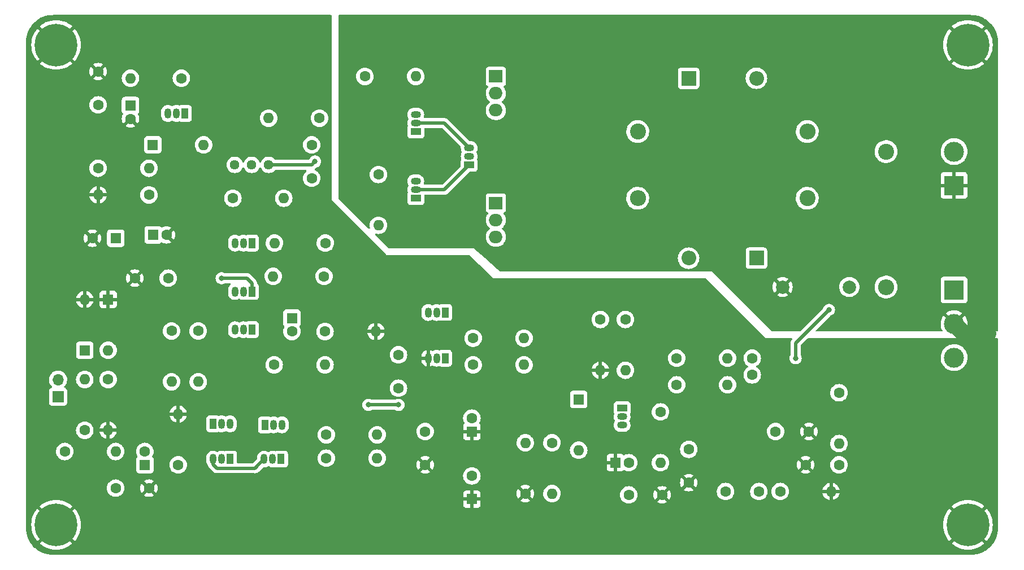
<source format=gbr>
%TF.GenerationSoftware,KiCad,Pcbnew,(6.0.5)*%
%TF.CreationDate,2022-06-29T10:50:50+01:00*%
%TF.ProjectId,PCB,5043422e-6b69-4636-9164-5f7063625858,rev?*%
%TF.SameCoordinates,Original*%
%TF.FileFunction,Copper,L2,Bot*%
%TF.FilePolarity,Positive*%
%FSLAX46Y46*%
G04 Gerber Fmt 4.6, Leading zero omitted, Abs format (unit mm)*
G04 Created by KiCad (PCBNEW (6.0.5)) date 2022-06-29 10:50:50*
%MOMM*%
%LPD*%
G01*
G04 APERTURE LIST*
%TA.AperFunction,ComponentPad*%
%ADD10R,2.200000X2.200000*%
%TD*%
%TA.AperFunction,ComponentPad*%
%ADD11O,2.200000X2.200000*%
%TD*%
%TA.AperFunction,ComponentPad*%
%ADD12C,1.600000*%
%TD*%
%TA.AperFunction,ComponentPad*%
%ADD13O,1.600000X1.600000*%
%TD*%
%TA.AperFunction,ComponentPad*%
%ADD14R,1.050000X1.500000*%
%TD*%
%TA.AperFunction,ComponentPad*%
%ADD15O,1.050000X1.500000*%
%TD*%
%TA.AperFunction,ComponentPad*%
%ADD16C,6.400000*%
%TD*%
%TA.AperFunction,ComponentPad*%
%ADD17C,0.800000*%
%TD*%
%TA.AperFunction,ComponentPad*%
%ADD18R,1.500000X1.050000*%
%TD*%
%TA.AperFunction,ComponentPad*%
%ADD19O,1.500000X1.050000*%
%TD*%
%TA.AperFunction,ComponentPad*%
%ADD20C,2.400000*%
%TD*%
%TA.AperFunction,ComponentPad*%
%ADD21O,2.400000X2.400000*%
%TD*%
%TA.AperFunction,ComponentPad*%
%ADD22R,3.000000X3.000000*%
%TD*%
%TA.AperFunction,ComponentPad*%
%ADD23C,3.000000*%
%TD*%
%TA.AperFunction,ComponentPad*%
%ADD24R,1.600000X1.600000*%
%TD*%
%TA.AperFunction,ComponentPad*%
%ADD25R,1.700000X1.700000*%
%TD*%
%TA.AperFunction,ComponentPad*%
%ADD26O,1.700000X1.700000*%
%TD*%
%TA.AperFunction,ComponentPad*%
%ADD27C,2.000000*%
%TD*%
%TA.AperFunction,ComponentPad*%
%ADD28R,2.000000X1.905000*%
%TD*%
%TA.AperFunction,ComponentPad*%
%ADD29O,2.000000X1.905000*%
%TD*%
%TA.AperFunction,ComponentPad*%
%ADD30C,1.440000*%
%TD*%
%TA.AperFunction,ViaPad*%
%ADD31C,0.800000*%
%TD*%
%TA.AperFunction,Conductor*%
%ADD32C,2.500000*%
%TD*%
%TA.AperFunction,Conductor*%
%ADD33C,0.500000*%
%TD*%
G04 APERTURE END LIST*
D10*
%TO.P,D6,1,K*%
%TO.N,/Output*%
X189630000Y-96000000D03*
D11*
%TO.P,D6,2,A*%
%TO.N,VEE*%
X179470000Y-96000000D03*
%TD*%
D12*
%TO.P,R29,1*%
%TO.N,VCC*%
X130975000Y-68730000D03*
D13*
%TO.P,R29,2*%
%TO.N,/vb15*%
X138595000Y-68730000D03*
%TD*%
D14*
%TO.P,Q8,1,E*%
%TO.N,/Vcc_reg*%
X114040000Y-101000000D03*
D15*
%TO.P,Q8,2,B*%
%TO.N,/ve5*%
X112770000Y-101000000D03*
%TO.P,Q8,3,C*%
%TO.N,/vb5*%
X111500000Y-101000000D03*
%TD*%
D16*
%TO.P,H4,1,1*%
%TO.N,GND*%
X221318021Y-64000000D03*
D17*
X219620965Y-65697056D03*
X223718021Y-64000000D03*
X218918021Y-64000000D03*
X223015077Y-65697056D03*
X223015077Y-62302944D03*
X221318021Y-66400000D03*
X219620965Y-62302944D03*
X221318021Y-61600000D03*
%TD*%
D18*
%TO.P,Q2,1,E*%
%TO.N,/Vee_reg*%
X169500000Y-118500000D03*
D19*
%TO.P,Q2,2,B*%
%TO.N,/vb2*%
X169500000Y-119770000D03*
%TO.P,Q2,3,C*%
%TO.N,/vc2*%
X169500000Y-121040000D03*
%TD*%
D14*
%TO.P,Q10,1,E*%
%TO.N,/ve10*%
X114040000Y-93730000D03*
D15*
%TO.P,Q10,2,B*%
%TO.N,/vb5*%
X112770000Y-93730000D03*
%TO.P,Q10,3,C*%
%TO.N,/vc12*%
X111500000Y-93730000D03*
%TD*%
D12*
%TO.P,R17,1*%
%TO.N,/ve4*%
X125190000Y-126000000D03*
D13*
%TO.P,R17,2*%
%TO.N,/Vee_reg*%
X132810000Y-126000000D03*
%TD*%
D20*
%TO.P,R33,1*%
%TO.N,/Output*%
X209050000Y-80000000D03*
D21*
%TO.P,R33,2*%
%TO.N,Net-(C19-Pad1)*%
X209050000Y-100320000D03*
%TD*%
D22*
%TO.P,J1,1,Pin_1*%
%TO.N,VCC*%
X219250000Y-100750000D03*
D23*
%TO.P,J1,2,Pin_2*%
%TO.N,GND*%
X219250000Y-105830000D03*
%TO.P,J1,3,Pin_3*%
%TO.N,VEE*%
X219250000Y-110910000D03*
%TD*%
D12*
%TO.P,R10,1*%
%TO.N,/vb1*%
X98620000Y-86500000D03*
D13*
%TO.P,R10,2*%
%TO.N,GND*%
X91000000Y-86500000D03*
%TD*%
D12*
%TO.P,R27,1*%
%TO.N,Net-(R27-Pad1)*%
X111190000Y-87000000D03*
D13*
%TO.P,R27,2*%
%TO.N,/ve12*%
X118810000Y-87000000D03*
%TD*%
D14*
%TO.P,Q6,1,E*%
%TO.N,/ve6*%
X116000000Y-121000000D03*
D15*
%TO.P,Q6,2,B*%
%TO.N,/vc7*%
X117270000Y-121000000D03*
%TO.P,Q6,3,C*%
X118540000Y-121000000D03*
%TD*%
D24*
%TO.P,D1,1,K*%
%TO.N,/vc1*%
X99190000Y-79000000D03*
D13*
%TO.P,D1,2,A*%
%TO.N,/Vcc_reg*%
X106810000Y-79000000D03*
%TD*%
D12*
%TO.P,C6,1*%
%TO.N,GND*%
X175500000Y-131500000D03*
%TO.P,C6,2*%
%TO.N,/vc2*%
X170500000Y-131500000D03*
%TD*%
%TO.P,R21,1*%
%TO.N,/ve6*%
X125190000Y-122500000D03*
D13*
%TO.P,R21,2*%
%TO.N,/Vee_reg*%
X132810000Y-122500000D03*
%TD*%
D25*
%TO.P,J2,1,Pin_1*%
%TO.N,/Input*%
X85000000Y-116775000D03*
D26*
%TO.P,J2,2,Pin_2*%
%TO.N,GND2*%
X85000000Y-114235000D03*
%TD*%
D20*
%TO.P,R32,1*%
%TO.N,/Output*%
X197250000Y-87000000D03*
D21*
%TO.P,R32,2*%
%TO.N,/vc16*%
X171850000Y-87000000D03*
%TD*%
D14*
%TO.P,Q9,1,E*%
%TO.N,/ve9*%
X143000000Y-111000000D03*
D15*
%TO.P,Q9,2,B*%
%TO.N,/vc3*%
X141730000Y-111000000D03*
%TO.P,Q9,3,C*%
%TO.N,GND*%
X140460000Y-111000000D03*
%TD*%
D12*
%TO.P,C4,1*%
%TO.N,Net-(C4-Pad1)*%
X189000000Y-113500000D03*
%TO.P,C4,2*%
%TO.N,/Output*%
X189000000Y-111000000D03*
%TD*%
%TO.P,C5,1*%
%TO.N,/vc1*%
X91000000Y-73000000D03*
%TO.P,C5,2*%
%TO.N,GND*%
X91000000Y-68000000D03*
%TD*%
D10*
%TO.P,D5,1,K*%
%TO.N,VCC*%
X179470000Y-69000000D03*
D11*
%TO.P,D5,2,A*%
%TO.N,/Output*%
X189630000Y-69000000D03*
%TD*%
D12*
%TO.P,C18,1*%
%TO.N,/vc12*%
X123000000Y-79000000D03*
%TO.P,C18,2*%
%TO.N,/ve12*%
X123000000Y-84000000D03*
%TD*%
%TO.P,C12,1*%
%TO.N,/Vcc_reg*%
X101500000Y-99000000D03*
%TO.P,C12,2*%
%TO.N,GND*%
X96500000Y-99000000D03*
%TD*%
D24*
%TO.P,D4,1,K*%
%TO.N,GND*%
X92500000Y-102190000D03*
D13*
%TO.P,D4,2,A*%
%TO.N,GND2*%
X92500000Y-109810000D03*
%TD*%
D12*
%TO.P,R22,1*%
%TO.N,/vb5*%
X117380000Y-112000000D03*
D13*
%TO.P,R22,2*%
%TO.N,/bootstrap_res*%
X125000000Y-112000000D03*
%TD*%
D24*
%TO.P,C8,1*%
%TO.N,/vb1*%
X93652651Y-93000000D03*
D12*
%TO.P,C8,2*%
%TO.N,GND*%
X90152651Y-93000000D03*
%TD*%
%TO.P,C1,1*%
%TO.N,/op_out*%
X185000000Y-131000000D03*
%TO.P,C1,2*%
%TO.N,/op_in-*%
X190000000Y-131000000D03*
%TD*%
%TO.P,R25,1*%
%TO.N,/Vcc_reg*%
X125040000Y-93730000D03*
D13*
%TO.P,R25,2*%
%TO.N,/ve10*%
X117420000Y-93730000D03*
%TD*%
D12*
%TO.P,C7,1*%
%TO.N,/op_in+*%
X202000000Y-127000000D03*
%TO.P,C7,2*%
%TO.N,GND*%
X197000000Y-127000000D03*
%TD*%
D17*
%TO.P,H3,1,1*%
%TO.N,GND*%
X84697056Y-138400000D03*
X86394112Y-137697056D03*
X86394112Y-134302944D03*
X83000000Y-137697056D03*
X82297056Y-136000000D03*
X87097056Y-136000000D03*
X84697056Y-133600000D03*
X83000000Y-134302944D03*
D16*
X84697056Y-136000000D03*
%TD*%
D12*
%TO.P,R12,1*%
%TO.N,/vb2*%
X159000000Y-123690000D03*
D13*
%TO.P,R12,2*%
%TO.N,/vc2*%
X159000000Y-131310000D03*
%TD*%
D24*
%TO.P,C16,1*%
%TO.N,/Vcc_reg*%
X120040000Y-105000000D03*
D12*
%TO.P,C16,2*%
%TO.N,/bootstrap_res*%
X120040000Y-107000000D03*
%TD*%
D24*
%TO.P,D3,1,K*%
%TO.N,GND2*%
X89000000Y-109810000D03*
D13*
%TO.P,D3,2,A*%
%TO.N,GND*%
X89000000Y-102190000D03*
%TD*%
D24*
%TO.P,C15,1*%
%TO.N,/Vinput+*%
X98000000Y-127000000D03*
D12*
%TO.P,C15,2*%
%TO.N,Net-(C14-Pad1)*%
X98000000Y-125000000D03*
%TD*%
%TO.P,R6,1*%
%TO.N,/Vinput-*%
X177690000Y-111000000D03*
D13*
%TO.P,R6,2*%
%TO.N,/Output*%
X185310000Y-111000000D03*
%TD*%
D18*
%TO.P,Q13,1,E*%
%TO.N,/vc15*%
X138595000Y-77000000D03*
D19*
%TO.P,Q13,2,B*%
%TO.N,/vc12*%
X138595000Y-75730000D03*
%TO.P,Q13,3,C*%
%TO.N,/vb15*%
X138595000Y-74460000D03*
%TD*%
D12*
%TO.P,R30,1*%
%TO.N,/vb16*%
X133000000Y-83440000D03*
D13*
%TO.P,R30,2*%
%TO.N,VEE*%
X133000000Y-91060000D03*
%TD*%
D12*
%TO.P,R15,1*%
%TO.N,GND2*%
X92500000Y-114190000D03*
D13*
%TO.P,R15,2*%
%TO.N,GND*%
X92500000Y-121810000D03*
%TD*%
D24*
%TO.P,C10,1*%
%TO.N,/Vcc_reg*%
X99250000Y-92500000D03*
D12*
%TO.P,C10,2*%
%TO.N,GND*%
X101250000Y-92500000D03*
%TD*%
D14*
%TO.P,Q1,1,E*%
%TO.N,/Vcc_reg*%
X104000000Y-74280000D03*
D15*
%TO.P,Q1,2,B*%
%TO.N,/vb1*%
X102730000Y-74280000D03*
%TO.P,Q1,3,C*%
%TO.N,/vc1*%
X101460000Y-74280000D03*
%TD*%
D12*
%TO.P,C21,1*%
%TO.N,GND*%
X197500000Y-122000000D03*
%TO.P,C21,2*%
%TO.N,VEE*%
X192500000Y-122000000D03*
%TD*%
%TO.P,R19,1*%
%TO.N,/Vinput+*%
X103000000Y-127000000D03*
D13*
%TO.P,R19,2*%
%TO.N,GND*%
X103000000Y-119380000D03*
%TD*%
D16*
%TO.P,H2,1,1*%
%TO.N,GND*%
X221318021Y-136000000D03*
D17*
X219620965Y-137697056D03*
X223015077Y-134302944D03*
X223015077Y-137697056D03*
X223718021Y-136000000D03*
X219620965Y-134302944D03*
X221318021Y-133600000D03*
X218918021Y-136000000D03*
X221318021Y-138400000D03*
%TD*%
D27*
%TO.P,C19,1*%
%TO.N,Net-(C19-Pad1)*%
X203550000Y-100320000D03*
%TO.P,C19,2*%
%TO.N,GND*%
X193550000Y-100320000D03*
%TD*%
D12*
%TO.P,R4,1*%
%TO.N,VCC*%
X103475000Y-69000000D03*
D13*
%TO.P,R4,2*%
%TO.N,/vc1*%
X95855000Y-69000000D03*
%TD*%
D12*
%TO.P,R9,1*%
%TO.N,/vc1*%
X91000000Y-82500000D03*
D13*
%TO.P,R9,2*%
%TO.N,/vb1*%
X98620000Y-82500000D03*
%TD*%
D24*
%TO.P,C11,1*%
%TO.N,GND*%
X147000000Y-122000000D03*
D12*
%TO.P,C11,2*%
%TO.N,/Vee_reg*%
X147000000Y-120000000D03*
%TD*%
D24*
%TO.P,C9,1*%
%TO.N,GND*%
X147000000Y-132152651D03*
D12*
%TO.P,C9,2*%
%TO.N,/vb2*%
X147000000Y-128652651D03*
%TD*%
%TO.P,R8,1*%
%TO.N,/Output*%
X202000000Y-116190000D03*
D13*
%TO.P,R8,2*%
%TO.N,/op_in+*%
X202000000Y-123810000D03*
%TD*%
D18*
%TO.P,Q14,1,E*%
%TO.N,/vc16*%
X138595000Y-87000000D03*
D19*
%TO.P,Q14,2,B*%
%TO.N,/ve12*%
X138595000Y-85730000D03*
%TO.P,Q14,3,C*%
%TO.N,/vb16*%
X138595000Y-84460000D03*
%TD*%
D12*
%TO.P,R3,1*%
%TO.N,VEE*%
X175250000Y-119055000D03*
D13*
%TO.P,R3,2*%
%TO.N,/vc2*%
X175250000Y-126675000D03*
%TD*%
D12*
%TO.P,R24,1*%
%TO.N,/ve9*%
X147190000Y-112000000D03*
D13*
%TO.P,R24,2*%
%TO.N,/Vee_reg*%
X154810000Y-112000000D03*
%TD*%
D14*
%TO.P,Q11,1,E*%
%TO.N,/ve11*%
X143000000Y-104140000D03*
D15*
%TO.P,Q11,2,B*%
%TO.N,/ve9*%
X141730000Y-104140000D03*
%TO.P,Q11,3,C*%
%TO.N,/ve12*%
X140460000Y-104140000D03*
%TD*%
D12*
%TO.P,R1,1*%
%TO.N,/Vinput-*%
X170000000Y-105190000D03*
D13*
%TO.P,R1,2*%
%TO.N,/op_out*%
X170000000Y-112810000D03*
%TD*%
D24*
%TO.P,C2,1*%
%TO.N,/vc1*%
X95855000Y-73089775D03*
D12*
%TO.P,C2,2*%
%TO.N,GND*%
X95855000Y-75089775D03*
%TD*%
D14*
%TO.P,Q3,1,E*%
%TO.N,/ve3*%
X110770000Y-126140000D03*
D15*
%TO.P,Q3,2,B*%
%TO.N,/Vinput+*%
X109500000Y-126140000D03*
%TO.P,Q3,3,C*%
%TO.N,/vc3*%
X108230000Y-126140000D03*
%TD*%
D22*
%TO.P,J3,1,Pin_1*%
%TO.N,GND*%
X219250000Y-85080000D03*
D23*
%TO.P,J3,2,Pin_2*%
%TO.N,/Output*%
X219250000Y-80000000D03*
%TD*%
D12*
%TO.P,R16,1*%
%TO.N,/pair_tail*%
X102000000Y-106920000D03*
D13*
%TO.P,R16,2*%
%TO.N,/ve3*%
X102000000Y-114540000D03*
%TD*%
D12*
%TO.P,R26,1*%
%TO.N,/vc12*%
X124170000Y-75000000D03*
D13*
%TO.P,R26,2*%
%TO.N,/vb12*%
X116550000Y-75000000D03*
%TD*%
D12*
%TO.P,R28,1*%
%TO.N,/ve11*%
X147190000Y-108000000D03*
D13*
%TO.P,R28,2*%
%TO.N,/Vee_reg*%
X154810000Y-108000000D03*
%TD*%
D17*
%TO.P,H1,1,1*%
%TO.N,GND*%
X86394112Y-65697056D03*
X84697056Y-61600000D03*
X83000000Y-65697056D03*
X87097056Y-64000000D03*
D16*
X84697056Y-64000000D03*
D17*
X83000000Y-62302944D03*
X82297056Y-64000000D03*
X84697056Y-66400000D03*
X86394112Y-62302944D03*
%TD*%
D18*
%TO.P,Q12,1,E*%
%TO.N,/ve12*%
X146595000Y-82000000D03*
D19*
%TO.P,Q12,2,B*%
%TO.N,/vb12*%
X146595000Y-80730000D03*
%TO.P,Q12,3,C*%
%TO.N,/vc12*%
X146595000Y-79460000D03*
%TD*%
D12*
%TO.P,R14,1*%
%TO.N,/Input*%
X86000000Y-125000000D03*
D13*
%TO.P,R14,2*%
%TO.N,Net-(C14-Pad1)*%
X93620000Y-125000000D03*
%TD*%
D12*
%TO.P,R13,1*%
%TO.N,/Input*%
X89000000Y-121810000D03*
D13*
%TO.P,R13,2*%
%TO.N,GND2*%
X89000000Y-114190000D03*
%TD*%
D12*
%TO.P,R18,1*%
%TO.N,/Vcc_reg*%
X124850000Y-98730000D03*
D13*
%TO.P,R18,2*%
%TO.N,/ve5*%
X117230000Y-98730000D03*
%TD*%
D12*
%TO.P,C13,1*%
%TO.N,GND*%
X140000000Y-127000000D03*
%TO.P,C13,2*%
%TO.N,/Vee_reg*%
X140000000Y-122000000D03*
%TD*%
D28*
%TO.P,Q16,1,B*%
%TO.N,/vb16*%
X150595000Y-87730000D03*
D29*
%TO.P,Q16,2,C*%
%TO.N,/vc16*%
X150595000Y-90270000D03*
%TO.P,Q16,3,E*%
%TO.N,VEE*%
X150595000Y-92810000D03*
%TD*%
D12*
%TO.P,C20,1*%
%TO.N,VCC*%
X179500000Y-124667500D03*
%TO.P,C20,2*%
%TO.N,GND*%
X179500000Y-129667500D03*
%TD*%
%TO.P,R11,1*%
%TO.N,GND*%
X155000000Y-131310000D03*
D13*
%TO.P,R11,2*%
%TO.N,/vb2*%
X155000000Y-123690000D03*
%TD*%
D20*
%TO.P,R31,1*%
%TO.N,/vc15*%
X171850000Y-77000000D03*
D21*
%TO.P,R31,2*%
%TO.N,/Output*%
X197250000Y-77000000D03*
%TD*%
D24*
%TO.P,C3,1*%
%TO.N,GND*%
X168500000Y-126675000D03*
D12*
%TO.P,C3,2*%
%TO.N,/vc2*%
X170500000Y-126675000D03*
%TD*%
%TO.P,C14,1*%
%TO.N,Net-(C14-Pad1)*%
X93620000Y-130500000D03*
%TO.P,C14,2*%
%TO.N,GND*%
X98620000Y-130500000D03*
%TD*%
D24*
%TO.P,D2,1,K*%
%TO.N,/Vee_reg*%
X163000000Y-117190000D03*
D13*
%TO.P,D2,2,A*%
%TO.N,/vc2*%
X163000000Y-124810000D03*
%TD*%
D14*
%TO.P,Q5,1,E*%
%TO.N,/ve5*%
X114040000Y-106730000D03*
D15*
%TO.P,Q5,2,B*%
%TO.N,/vb5*%
X112770000Y-106730000D03*
%TO.P,Q5,3,C*%
%TO.N,/pair_tail*%
X111500000Y-106730000D03*
%TD*%
D12*
%TO.P,C17,1*%
%TO.N,/vc3*%
X136000000Y-115500000D03*
%TO.P,C17,2*%
%TO.N,/ve12*%
X136000000Y-110500000D03*
%TD*%
D28*
%TO.P,Q15,1,B*%
%TO.N,/vb15*%
X150595000Y-68730000D03*
D29*
%TO.P,Q15,2,C*%
%TO.N,VCC*%
X150595000Y-71270000D03*
%TO.P,Q15,3,E*%
%TO.N,/vc15*%
X150595000Y-73810000D03*
%TD*%
D12*
%TO.P,R7,1*%
%TO.N,/op_in-*%
X193190000Y-131000000D03*
D13*
%TO.P,R7,2*%
%TO.N,GND*%
X200810000Y-131000000D03*
%TD*%
D12*
%TO.P,R23,1*%
%TO.N,/bootstrap_res*%
X125000000Y-107000000D03*
D13*
%TO.P,R23,2*%
%TO.N,GND*%
X132620000Y-107000000D03*
%TD*%
D14*
%TO.P,Q7,1,E*%
%TO.N,/ve7*%
X108230000Y-120860000D03*
D15*
%TO.P,Q7,2,B*%
%TO.N,/Vinput-*%
X109500000Y-120860000D03*
%TO.P,Q7,3,C*%
%TO.N,/vc7*%
X110770000Y-120860000D03*
%TD*%
D30*
%TO.P,RV1,1,1*%
%TO.N,/vb12*%
X116550000Y-82000000D03*
%TO.P,RV1,2,2*%
%TO.N,Net-(R27-Pad1)*%
X114010000Y-82000000D03*
%TO.P,RV1,3,3*%
X111470000Y-82000000D03*
%TD*%
D12*
%TO.P,R5,1*%
%TO.N,/Vinput-*%
X177690000Y-115000000D03*
D13*
%TO.P,R5,2*%
%TO.N,Net-(C4-Pad1)*%
X185310000Y-115000000D03*
%TD*%
D12*
%TO.P,R2,1*%
%TO.N,/Vinput-*%
X166250000Y-105190000D03*
D13*
%TO.P,R2,2*%
%TO.N,GND*%
X166250000Y-112810000D03*
%TD*%
D14*
%TO.P,Q4,1,E*%
%TO.N,/ve4*%
X118410000Y-126140000D03*
D15*
%TO.P,Q4,2,B*%
%TO.N,/vc7*%
X117140000Y-126140000D03*
%TO.P,Q4,3,C*%
%TO.N,/vc3*%
X115870000Y-126140000D03*
%TD*%
D12*
%TO.P,R20,1*%
%TO.N,/pair_tail*%
X106000000Y-106920000D03*
D13*
%TO.P,R20,2*%
%TO.N,/ve7*%
X106000000Y-114540000D03*
%TD*%
D31*
%TO.N,GND*%
X164750000Y-131250000D03*
X166250000Y-81750000D03*
X118750000Y-65750000D03*
X97000000Y-119000000D03*
X160000000Y-101500000D03*
X156250000Y-118250000D03*
X208250000Y-85000000D03*
X182500000Y-137500000D03*
X216000000Y-74750000D03*
X130000000Y-100000000D03*
X176750000Y-61500000D03*
X146000000Y-98000000D03*
X179000000Y-77250000D03*
X130000000Y-112500000D03*
X83500000Y-78500000D03*
X155250000Y-81750000D03*
X208250000Y-97000000D03*
X136250000Y-61500000D03*
X97000000Y-104500000D03*
X135500000Y-131250000D03*
X209500000Y-115400000D03*
X107250000Y-131500000D03*
X209000000Y-137500000D03*
X179000000Y-87750000D03*
X83500000Y-102000000D03*
X195000000Y-70300000D03*
X209000000Y-61500000D03*
X94750000Y-66000000D03*
X200250000Y-112500000D03*
%TO.N,/Output*%
X195500000Y-111000000D03*
X200500000Y-103750000D03*
%TO.N,/Vcc_reg*%
X109500000Y-99000000D03*
%TO.N,/Vinput-*%
X131500000Y-118000000D03*
X136000000Y-118000000D03*
%TO.N,/vb12*%
X123500000Y-81500000D03*
%TD*%
D32*
%TO.N,GND*%
X221330000Y-107330000D02*
X224330000Y-107330000D01*
X219250000Y-105830000D02*
X220750000Y-107330000D01*
X220750000Y-107330000D02*
X221330000Y-107330000D01*
D33*
%TO.N,/Output*%
X195500000Y-108750000D02*
X200500000Y-103750000D01*
X195500000Y-111000000D02*
X195500000Y-108750000D01*
%TO.N,/Vcc_reg*%
X114040000Y-99750000D02*
X114040000Y-101000000D01*
X113290000Y-99000000D02*
X114040000Y-99750000D01*
X109500000Y-99000000D02*
X113290000Y-99000000D01*
%TO.N,/vc3*%
X108230000Y-126940000D02*
X108790000Y-127500000D01*
X114510000Y-127500000D02*
X115870000Y-126140000D01*
X108790000Y-127500000D02*
X114510000Y-127500000D01*
X108230000Y-126140000D02*
X108230000Y-126940000D01*
%TO.N,/ve12*%
X138595000Y-85730000D02*
X142865000Y-85730000D01*
X142865000Y-85730000D02*
X146595000Y-82000000D01*
%TO.N,/vc12*%
X146595000Y-79460000D02*
X142865000Y-75730000D01*
X142865000Y-75730000D02*
X138595000Y-75730000D01*
%TO.N,/Vinput-*%
X131500000Y-118000000D02*
X136000000Y-118000000D01*
%TO.N,/vb12*%
X116550000Y-82000000D02*
X123000000Y-82000000D01*
X123000000Y-82000000D02*
X123500000Y-81500000D01*
%TD*%
%TA.AperFunction,Conductor*%
%TO.N,GND*%
G36*
X125942121Y-59528502D02*
G01*
X125988614Y-59582158D01*
X126000000Y-59634500D01*
X126000000Y-87250000D01*
X134250000Y-95500000D01*
X146450335Y-95500000D01*
X146518456Y-95520002D01*
X146536307Y-95533887D01*
X149551952Y-98348489D01*
X150250000Y-99000000D01*
X181947810Y-99000000D01*
X182015931Y-99020002D01*
X182036905Y-99036905D01*
X191000000Y-108000000D01*
X194869490Y-108000000D01*
X194937611Y-108020002D01*
X194984104Y-108073658D01*
X194994208Y-108143932D01*
X194965515Y-108207579D01*
X194944965Y-108231768D01*
X194938035Y-108239284D01*
X194932340Y-108244979D01*
X194930060Y-108247861D01*
X194914719Y-108267251D01*
X194911928Y-108270655D01*
X194875937Y-108313019D01*
X194864667Y-108326285D01*
X194861339Y-108332801D01*
X194857972Y-108337850D01*
X194854805Y-108342979D01*
X194850266Y-108348716D01*
X194819345Y-108414875D01*
X194817442Y-108418769D01*
X194784231Y-108483808D01*
X194782492Y-108490916D01*
X194780393Y-108496559D01*
X194778476Y-108502322D01*
X194775378Y-108508950D01*
X194773888Y-108516112D01*
X194773888Y-108516113D01*
X194773520Y-108517881D01*
X194761008Y-108578039D01*
X194760514Y-108580412D01*
X194759544Y-108584696D01*
X194742192Y-108655610D01*
X194741844Y-108661212D01*
X194741844Y-108661215D01*
X194741500Y-108666762D01*
X194741500Y-108666764D01*
X194741464Y-108666762D01*
X194741225Y-108670755D01*
X194740851Y-108674947D01*
X194739360Y-108682115D01*
X194739558Y-108689432D01*
X194741454Y-108759521D01*
X194741500Y-108762928D01*
X194741500Y-110463001D01*
X194724619Y-110526000D01*
X194665473Y-110628444D01*
X194606458Y-110810072D01*
X194605768Y-110816633D01*
X194605768Y-110816635D01*
X194600950Y-110862477D01*
X194586496Y-111000000D01*
X194587186Y-111006565D01*
X194603445Y-111161257D01*
X194606458Y-111189928D01*
X194665473Y-111371556D01*
X194760960Y-111536944D01*
X194765378Y-111541851D01*
X194765379Y-111541852D01*
X194836412Y-111620742D01*
X194888747Y-111678866D01*
X195043248Y-111791118D01*
X195049276Y-111793802D01*
X195049278Y-111793803D01*
X195152565Y-111839789D01*
X195217712Y-111868794D01*
X195311112Y-111888647D01*
X195398056Y-111907128D01*
X195398061Y-111907128D01*
X195404513Y-111908500D01*
X195595487Y-111908500D01*
X195601939Y-111907128D01*
X195601944Y-111907128D01*
X195688887Y-111888647D01*
X195782288Y-111868794D01*
X195847435Y-111839789D01*
X195950722Y-111793803D01*
X195950724Y-111793802D01*
X195956752Y-111791118D01*
X196111253Y-111678866D01*
X196163588Y-111620742D01*
X196234621Y-111541852D01*
X196234622Y-111541851D01*
X196239040Y-111536944D01*
X196334527Y-111371556D01*
X196393542Y-111189928D01*
X196396556Y-111161257D01*
X196412814Y-111006565D01*
X196413504Y-111000000D01*
X196401829Y-110888918D01*
X217236917Y-110888918D01*
X217252682Y-111162320D01*
X217253507Y-111166525D01*
X217253508Y-111166533D01*
X217271233Y-111256876D01*
X217305405Y-111431053D01*
X217306792Y-111435103D01*
X217306793Y-111435108D01*
X217391580Y-111682749D01*
X217394112Y-111690144D01*
X217517160Y-111934799D01*
X217519586Y-111938328D01*
X217519589Y-111938334D01*
X217654319Y-112134366D01*
X217672274Y-112160490D01*
X217675161Y-112163663D01*
X217675162Y-112163664D01*
X217853692Y-112359867D01*
X217856582Y-112363043D01*
X218066675Y-112538707D01*
X218070316Y-112540991D01*
X218295024Y-112681951D01*
X218295028Y-112681953D01*
X218298664Y-112684234D01*
X218366544Y-112714883D01*
X218544345Y-112795164D01*
X218544349Y-112795166D01*
X218548257Y-112796930D01*
X218592381Y-112810000D01*
X218806723Y-112873491D01*
X218806727Y-112873492D01*
X218810836Y-112874709D01*
X218815070Y-112875357D01*
X218815075Y-112875358D01*
X219077298Y-112915483D01*
X219077300Y-112915483D01*
X219081540Y-112916132D01*
X219220912Y-112918322D01*
X219351071Y-112920367D01*
X219351077Y-112920367D01*
X219355362Y-112920434D01*
X219627235Y-112887534D01*
X219892127Y-112818041D01*
X219896087Y-112816401D01*
X219896092Y-112816399D01*
X220018631Y-112765641D01*
X220145136Y-112713241D01*
X220381582Y-112575073D01*
X220597089Y-112406094D01*
X220635712Y-112366239D01*
X220774880Y-112222628D01*
X220787669Y-112209431D01*
X220790202Y-112205983D01*
X220790206Y-112205978D01*
X220947257Y-111992178D01*
X220949795Y-111988723D01*
X220951841Y-111984955D01*
X221078418Y-111751830D01*
X221078419Y-111751828D01*
X221080468Y-111748054D01*
X221162400Y-111531226D01*
X221175751Y-111495895D01*
X221175752Y-111495891D01*
X221177269Y-111491877D01*
X221204826Y-111371556D01*
X221237449Y-111229117D01*
X221237450Y-111229113D01*
X221238407Y-111224933D01*
X221244184Y-111160211D01*
X221262531Y-110954627D01*
X221262531Y-110954625D01*
X221262751Y-110952161D01*
X221263193Y-110910000D01*
X221261465Y-110884648D01*
X221244859Y-110641055D01*
X221244858Y-110641049D01*
X221244567Y-110636778D01*
X221227283Y-110553315D01*
X221189901Y-110372809D01*
X221189032Y-110368612D01*
X221097617Y-110110465D01*
X221002511Y-109926201D01*
X220973978Y-109870919D01*
X220973978Y-109870918D01*
X220972013Y-109867112D01*
X220968756Y-109862477D01*
X220880627Y-109737083D01*
X220814545Y-109643057D01*
X220675849Y-109493802D01*
X220631046Y-109445588D01*
X220631043Y-109445585D01*
X220628125Y-109442445D01*
X220624810Y-109439731D01*
X220624806Y-109439728D01*
X220419523Y-109271706D01*
X220416205Y-109268990D01*
X220205465Y-109139849D01*
X220186366Y-109128145D01*
X220186365Y-109128145D01*
X220182704Y-109125901D01*
X220178768Y-109124173D01*
X219935873Y-109017549D01*
X219935869Y-109017548D01*
X219931945Y-109015825D01*
X219668566Y-108940800D01*
X219664324Y-108940196D01*
X219664318Y-108940195D01*
X219434872Y-108907540D01*
X219397443Y-108902213D01*
X219253589Y-108901460D01*
X219127877Y-108900802D01*
X219127871Y-108900802D01*
X219123591Y-108900780D01*
X219119347Y-108901339D01*
X219119343Y-108901339D01*
X219000302Y-108917011D01*
X218852078Y-108936525D01*
X218847938Y-108937658D01*
X218847936Y-108937658D01*
X218775008Y-108957609D01*
X218587928Y-109008788D01*
X218583980Y-109010472D01*
X218339982Y-109114546D01*
X218339978Y-109114548D01*
X218336030Y-109116232D01*
X218265843Y-109158238D01*
X218104725Y-109254664D01*
X218104721Y-109254667D01*
X218101043Y-109256868D01*
X217887318Y-109428094D01*
X217698808Y-109626742D01*
X217539002Y-109849136D01*
X217410857Y-110091161D01*
X217409385Y-110095184D01*
X217409383Y-110095188D01*
X217344710Y-110271913D01*
X217316743Y-110348337D01*
X217258404Y-110615907D01*
X217258068Y-110620177D01*
X217238750Y-110865634D01*
X217236917Y-110888918D01*
X196401829Y-110888918D01*
X196399050Y-110862477D01*
X196394232Y-110816635D01*
X196394232Y-110816633D01*
X196393542Y-110810072D01*
X196334527Y-110628444D01*
X196275381Y-110526000D01*
X196258500Y-110463001D01*
X196258500Y-109116371D01*
X196278502Y-109048250D01*
X196295405Y-109027276D01*
X197285776Y-108036905D01*
X197348088Y-108002879D01*
X197374871Y-108000000D01*
X225683520Y-108000000D01*
X225751641Y-108020002D01*
X225798134Y-108073658D01*
X225809520Y-108125999D01*
X225809519Y-122364408D01*
X225809519Y-136450631D01*
X225808019Y-136470016D01*
X225807652Y-136472376D01*
X225804328Y-136493722D01*
X225805492Y-136502623D01*
X225806934Y-136513654D01*
X225807863Y-136535808D01*
X225792761Y-136862470D01*
X225791687Y-136874058D01*
X225753126Y-137150498D01*
X225742360Y-137227674D01*
X225740221Y-137239113D01*
X225658481Y-137586654D01*
X225655296Y-137597849D01*
X225541834Y-137936374D01*
X225537630Y-137947226D01*
X225393419Y-138273835D01*
X225388231Y-138284253D01*
X225214494Y-138596171D01*
X225208368Y-138606066D01*
X225006598Y-138900615D01*
X224999584Y-138909903D01*
X224771495Y-139184581D01*
X224763655Y-139193181D01*
X224511196Y-139445642D01*
X224502595Y-139453483D01*
X224227944Y-139681552D01*
X224227911Y-139681579D01*
X224218634Y-139688585D01*
X223924064Y-139890371D01*
X223914196Y-139896481D01*
X223686554Y-140023277D01*
X223602277Y-140070219D01*
X223591864Y-140075405D01*
X223265226Y-140219631D01*
X223254401Y-140223824D01*
X222915868Y-140337290D01*
X222904677Y-140340474D01*
X222757485Y-140375094D01*
X222557130Y-140422218D01*
X222545690Y-140424357D01*
X222192078Y-140473685D01*
X222180491Y-140474759D01*
X222128512Y-140477162D01*
X221861336Y-140489516D01*
X221836133Y-140488150D01*
X221833169Y-140487689D01*
X221824293Y-140486307D01*
X221815392Y-140487471D01*
X221815388Y-140487471D01*
X221792734Y-140490434D01*
X221776396Y-140491498D01*
X158943850Y-140491499D01*
X84246427Y-140491500D01*
X84227041Y-140490000D01*
X84212207Y-140487690D01*
X84212206Y-140487690D01*
X84203337Y-140486309D01*
X84183405Y-140488915D01*
X84161252Y-140489844D01*
X83971492Y-140481069D01*
X83834593Y-140474739D01*
X83823004Y-140473665D01*
X83469395Y-140424335D01*
X83457955Y-140422196D01*
X83110512Y-140340475D01*
X83110411Y-140340451D01*
X83099223Y-140337268D01*
X82760698Y-140223803D01*
X82749849Y-140219600D01*
X82678297Y-140188006D01*
X82423232Y-140075381D01*
X82412819Y-140070196D01*
X82100913Y-139896462D01*
X82091018Y-139890335D01*
X81796474Y-139688565D01*
X81787187Y-139681552D01*
X81512510Y-139453461D01*
X81503909Y-139445620D01*
X81251455Y-139193164D01*
X81243615Y-139184563D01*
X81015526Y-138909883D01*
X81008512Y-138900596D01*
X80998382Y-138885807D01*
X80937812Y-138797386D01*
X82264815Y-138797386D01*
X82272272Y-138807753D01*
X82511991Y-139001874D01*
X82517328Y-139005751D01*
X82837741Y-139213830D01*
X82843450Y-139217127D01*
X83183867Y-139390578D01*
X83189892Y-139393260D01*
X83546558Y-139530171D01*
X83552840Y-139532212D01*
X83921872Y-139631094D01*
X83928322Y-139632465D01*
X84305685Y-139692234D01*
X84312223Y-139692920D01*
X84693755Y-139712916D01*
X84700357Y-139712916D01*
X85081889Y-139692920D01*
X85088427Y-139692234D01*
X85465790Y-139632465D01*
X85472240Y-139631094D01*
X85841272Y-139532212D01*
X85847554Y-139530171D01*
X86204220Y-139393260D01*
X86210245Y-139390578D01*
X86550662Y-139217127D01*
X86556371Y-139213830D01*
X86876784Y-139005751D01*
X86882121Y-139001874D01*
X87120891Y-138808522D01*
X87128583Y-138797386D01*
X218885780Y-138797386D01*
X218893237Y-138807753D01*
X219132956Y-139001874D01*
X219138293Y-139005751D01*
X219458706Y-139213830D01*
X219464415Y-139217127D01*
X219804832Y-139390578D01*
X219810857Y-139393260D01*
X220167523Y-139530171D01*
X220173805Y-139532212D01*
X220542837Y-139631094D01*
X220549287Y-139632465D01*
X220926650Y-139692234D01*
X220933188Y-139692920D01*
X221314720Y-139712916D01*
X221321322Y-139712916D01*
X221702854Y-139692920D01*
X221709392Y-139692234D01*
X222086755Y-139632465D01*
X222093205Y-139631094D01*
X222462237Y-139532212D01*
X222468519Y-139530171D01*
X222825185Y-139393260D01*
X222831210Y-139390578D01*
X223171627Y-139217127D01*
X223177336Y-139213830D01*
X223497749Y-139005751D01*
X223503086Y-139001874D01*
X223741856Y-138808522D01*
X223750321Y-138796267D01*
X223743987Y-138785176D01*
X221330833Y-136372022D01*
X221316889Y-136364408D01*
X221315056Y-136364539D01*
X221308441Y-136368790D01*
X218892921Y-138784310D01*
X218885780Y-138797386D01*
X87128583Y-138797386D01*
X87129356Y-138796267D01*
X87123022Y-138785176D01*
X84709868Y-136372022D01*
X84695924Y-136364408D01*
X84694091Y-136364539D01*
X84687476Y-136368790D01*
X82271956Y-138784310D01*
X82264815Y-138797386D01*
X80937812Y-138797386D01*
X80928855Y-138784310D01*
X80806745Y-138606050D01*
X80800618Y-138596155D01*
X80626883Y-138284239D01*
X80621696Y-138273821D01*
X80477485Y-137947213D01*
X80473281Y-137936360D01*
X80359823Y-137597845D01*
X80356638Y-137586652D01*
X80274897Y-137239108D01*
X80272758Y-137227668D01*
X80223432Y-136874058D01*
X80222358Y-136862469D01*
X80207762Y-136546755D01*
X80209373Y-136520036D01*
X80209826Y-136517345D01*
X80209826Y-136517340D01*
X80210632Y-136512552D01*
X80210785Y-136500000D01*
X80206829Y-136472376D01*
X80205556Y-136454514D01*
X80205556Y-136003301D01*
X80984140Y-136003301D01*
X81004136Y-136384833D01*
X81004822Y-136391371D01*
X81064591Y-136768734D01*
X81065962Y-136775184D01*
X81164844Y-137144216D01*
X81166885Y-137150498D01*
X81303796Y-137507164D01*
X81306478Y-137513189D01*
X81479928Y-137853603D01*
X81483225Y-137859313D01*
X81691309Y-138179735D01*
X81695179Y-138185061D01*
X81888534Y-138423835D01*
X81900789Y-138432300D01*
X81911880Y-138425966D01*
X84325034Y-136012812D01*
X84331412Y-136001132D01*
X85061464Y-136001132D01*
X85061595Y-136002965D01*
X85065846Y-136009580D01*
X87481366Y-138425100D01*
X87494442Y-138432241D01*
X87504809Y-138424784D01*
X87698933Y-138185061D01*
X87702803Y-138179735D01*
X87910887Y-137859313D01*
X87914184Y-137853603D01*
X88087634Y-137513189D01*
X88090316Y-137507164D01*
X88227227Y-137150498D01*
X88229268Y-137144216D01*
X88328150Y-136775184D01*
X88329521Y-136768734D01*
X88389290Y-136391371D01*
X88389976Y-136384833D01*
X88409972Y-136003301D01*
X217605105Y-136003301D01*
X217625101Y-136384833D01*
X217625787Y-136391371D01*
X217685556Y-136768734D01*
X217686927Y-136775184D01*
X217785809Y-137144216D01*
X217787850Y-137150498D01*
X217924761Y-137507164D01*
X217927443Y-137513189D01*
X218100893Y-137853603D01*
X218104190Y-137859313D01*
X218312274Y-138179735D01*
X218316144Y-138185061D01*
X218509499Y-138423835D01*
X218521754Y-138432300D01*
X218532845Y-138425966D01*
X220945999Y-136012812D01*
X220952377Y-136001132D01*
X221682429Y-136001132D01*
X221682560Y-136002965D01*
X221686811Y-136009580D01*
X224102331Y-138425100D01*
X224115407Y-138432241D01*
X224125774Y-138424784D01*
X224319898Y-138185061D01*
X224323768Y-138179735D01*
X224531852Y-137859313D01*
X224535149Y-137853603D01*
X224708599Y-137513189D01*
X224711281Y-137507164D01*
X224848192Y-137150498D01*
X224850233Y-137144216D01*
X224949115Y-136775184D01*
X224950486Y-136768734D01*
X225010255Y-136391371D01*
X225010941Y-136384833D01*
X225030937Y-136003301D01*
X225030937Y-135996699D01*
X225010941Y-135615167D01*
X225010255Y-135608629D01*
X224950486Y-135231266D01*
X224949115Y-135224816D01*
X224850233Y-134855784D01*
X224848192Y-134849502D01*
X224711281Y-134492836D01*
X224708599Y-134486811D01*
X224535149Y-134146397D01*
X224531852Y-134140687D01*
X224323768Y-133820265D01*
X224319898Y-133814939D01*
X224126543Y-133576165D01*
X224114288Y-133567700D01*
X224103197Y-133574034D01*
X221690043Y-135987188D01*
X221682429Y-136001132D01*
X220952377Y-136001132D01*
X220953613Y-135998868D01*
X220953482Y-135997035D01*
X220949231Y-135990420D01*
X218533711Y-133574900D01*
X218520635Y-133567759D01*
X218510268Y-133575216D01*
X218316144Y-133814939D01*
X218312274Y-133820265D01*
X218104190Y-134140687D01*
X218100893Y-134146397D01*
X217927443Y-134486811D01*
X217924761Y-134492836D01*
X217787850Y-134849502D01*
X217785809Y-134855784D01*
X217686927Y-135224816D01*
X217685556Y-135231266D01*
X217625787Y-135608629D01*
X217625101Y-135615167D01*
X217605105Y-135996699D01*
X217605105Y-136003301D01*
X88409972Y-136003301D01*
X88409972Y-135996699D01*
X88389976Y-135615167D01*
X88389290Y-135608629D01*
X88329521Y-135231266D01*
X88328150Y-135224816D01*
X88229268Y-134855784D01*
X88227227Y-134849502D01*
X88090316Y-134492836D01*
X88087634Y-134486811D01*
X87914184Y-134146397D01*
X87910887Y-134140687D01*
X87702803Y-133820265D01*
X87698933Y-133814939D01*
X87505578Y-133576165D01*
X87493323Y-133567700D01*
X87482232Y-133574034D01*
X85069078Y-135987188D01*
X85061464Y-136001132D01*
X84331412Y-136001132D01*
X84332648Y-135998868D01*
X84332517Y-135997035D01*
X84328266Y-135990420D01*
X81912746Y-133574900D01*
X81899670Y-133567759D01*
X81889303Y-133575216D01*
X81695179Y-133814939D01*
X81691309Y-133820265D01*
X81483225Y-134140687D01*
X81479928Y-134146397D01*
X81306478Y-134486811D01*
X81303796Y-134492836D01*
X81166885Y-134849502D01*
X81164844Y-134855784D01*
X81065962Y-135224816D01*
X81064591Y-135231266D01*
X81004822Y-135608629D01*
X81004136Y-135615167D01*
X80984140Y-135996699D01*
X80984140Y-136003301D01*
X80205556Y-136003301D01*
X80205556Y-133203733D01*
X82264756Y-133203733D01*
X82271090Y-133214824D01*
X84684244Y-135627978D01*
X84698188Y-135635592D01*
X84700021Y-135635461D01*
X84706636Y-135631210D01*
X87122156Y-133215690D01*
X87129297Y-133202614D01*
X87121840Y-133192247D01*
X86882121Y-132998126D01*
X86881011Y-132997320D01*
X145692001Y-132997320D01*
X145692371Y-133004141D01*
X145697895Y-133055003D01*
X145701521Y-133070255D01*
X145746676Y-133190705D01*
X145755214Y-133206300D01*
X145831715Y-133308375D01*
X145844276Y-133320936D01*
X145946351Y-133397437D01*
X145961946Y-133405975D01*
X146082394Y-133451129D01*
X146097649Y-133454756D01*
X146148514Y-133460282D01*
X146155328Y-133460651D01*
X146727885Y-133460651D01*
X146743124Y-133456176D01*
X146744329Y-133454786D01*
X146746000Y-133447103D01*
X146746000Y-133442535D01*
X147254000Y-133442535D01*
X147258475Y-133457774D01*
X147259865Y-133458979D01*
X147267548Y-133460650D01*
X147844669Y-133460650D01*
X147851490Y-133460280D01*
X147902352Y-133454756D01*
X147917604Y-133451130D01*
X148038054Y-133405975D01*
X148053649Y-133397437D01*
X148155724Y-133320936D01*
X148168285Y-133308375D01*
X148244786Y-133206300D01*
X148246191Y-133203733D01*
X218885721Y-133203733D01*
X218892055Y-133214824D01*
X221305209Y-135627978D01*
X221319153Y-135635592D01*
X221320986Y-135635461D01*
X221327601Y-135631210D01*
X223743121Y-133215690D01*
X223750262Y-133202614D01*
X223742805Y-133192247D01*
X223503086Y-132998126D01*
X223497749Y-132994249D01*
X223177336Y-132786170D01*
X223171627Y-132782873D01*
X222831210Y-132609422D01*
X222825185Y-132606740D01*
X222468519Y-132469829D01*
X222462237Y-132467788D01*
X222093205Y-132368906D01*
X222086755Y-132367535D01*
X221709392Y-132307766D01*
X221702854Y-132307080D01*
X221321322Y-132287084D01*
X221314720Y-132287084D01*
X220933188Y-132307080D01*
X220926650Y-132307766D01*
X220549287Y-132367535D01*
X220542837Y-132368906D01*
X220173805Y-132467788D01*
X220167523Y-132469829D01*
X219810857Y-132606740D01*
X219804832Y-132609422D01*
X219464418Y-132782872D01*
X219458708Y-132786169D01*
X219138286Y-132994253D01*
X219132960Y-132998123D01*
X218894186Y-133191478D01*
X218885721Y-133203733D01*
X148246191Y-133203733D01*
X148253324Y-133190705D01*
X148298478Y-133070257D01*
X148302105Y-133055002D01*
X148307631Y-133004137D01*
X148308000Y-132997323D01*
X148308000Y-132424766D01*
X148303525Y-132409527D01*
X148302135Y-132408322D01*
X148294452Y-132406651D01*
X147272115Y-132406651D01*
X147256876Y-132411126D01*
X147255671Y-132412516D01*
X147254000Y-132420199D01*
X147254000Y-133442535D01*
X146746000Y-133442535D01*
X146746000Y-132424766D01*
X146741525Y-132409527D01*
X146740135Y-132408322D01*
X146732452Y-132406651D01*
X145710116Y-132406651D01*
X145694877Y-132411126D01*
X145693672Y-132412516D01*
X145692001Y-132420199D01*
X145692001Y-132997320D01*
X86881011Y-132997320D01*
X86876784Y-132994249D01*
X86556371Y-132786170D01*
X86550662Y-132782873D01*
X86210245Y-132609422D01*
X86204220Y-132606740D01*
X85847554Y-132469829D01*
X85841272Y-132467788D01*
X85573587Y-132396062D01*
X154278493Y-132396062D01*
X154287789Y-132408077D01*
X154338994Y-132443931D01*
X154348489Y-132449414D01*
X154545947Y-132541490D01*
X154556239Y-132545236D01*
X154766688Y-132601625D01*
X154777481Y-132603528D01*
X154994525Y-132622517D01*
X155005475Y-132622517D01*
X155222519Y-132603528D01*
X155233312Y-132601625D01*
X155443761Y-132545236D01*
X155454053Y-132541490D01*
X155651511Y-132449414D01*
X155661006Y-132443931D01*
X155713048Y-132407491D01*
X155721424Y-132397012D01*
X155714356Y-132383566D01*
X155012812Y-131682022D01*
X154998868Y-131674408D01*
X154997035Y-131674539D01*
X154990420Y-131678790D01*
X154284923Y-132384287D01*
X154278493Y-132396062D01*
X85573587Y-132396062D01*
X85472240Y-132368906D01*
X85465790Y-132367535D01*
X85088427Y-132307766D01*
X85081889Y-132307080D01*
X84700357Y-132287084D01*
X84693755Y-132287084D01*
X84312223Y-132307080D01*
X84305685Y-132307766D01*
X83928322Y-132367535D01*
X83921872Y-132368906D01*
X83552840Y-132467788D01*
X83546558Y-132469829D01*
X83189892Y-132606740D01*
X83183867Y-132609422D01*
X82843453Y-132782872D01*
X82837743Y-132786169D01*
X82517321Y-132994253D01*
X82511995Y-132998123D01*
X82273221Y-133191478D01*
X82264756Y-133203733D01*
X80205556Y-133203733D01*
X80205556Y-131880536D01*
X145692000Y-131880536D01*
X145696475Y-131895775D01*
X145697865Y-131896980D01*
X145705548Y-131898651D01*
X146727885Y-131898651D01*
X146743124Y-131894176D01*
X146744329Y-131892786D01*
X146746000Y-131885103D01*
X146746000Y-131880536D01*
X147254000Y-131880536D01*
X147258475Y-131895775D01*
X147259865Y-131896980D01*
X147267548Y-131898651D01*
X148289884Y-131898651D01*
X148305123Y-131894176D01*
X148306328Y-131892786D01*
X148307999Y-131885103D01*
X148307999Y-131315475D01*
X153687483Y-131315475D01*
X153706472Y-131532519D01*
X153708375Y-131543312D01*
X153764764Y-131753761D01*
X153768510Y-131764053D01*
X153860586Y-131961511D01*
X153866069Y-131971006D01*
X153902509Y-132023048D01*
X153912988Y-132031424D01*
X153926434Y-132024356D01*
X154627978Y-131322812D01*
X154634356Y-131311132D01*
X155364408Y-131311132D01*
X155364539Y-131312965D01*
X155368790Y-131319580D01*
X156074287Y-132025077D01*
X156086062Y-132031507D01*
X156098077Y-132022211D01*
X156133931Y-131971006D01*
X156139414Y-131961511D01*
X156231490Y-131764053D01*
X156235236Y-131753761D01*
X156291625Y-131543312D01*
X156293528Y-131532519D01*
X156312517Y-131315475D01*
X156312517Y-131310000D01*
X157686502Y-131310000D01*
X157706457Y-131538087D01*
X157707881Y-131543400D01*
X157707881Y-131543402D01*
X157759410Y-131735707D01*
X157765716Y-131759243D01*
X157768039Y-131764224D01*
X157768039Y-131764225D01*
X157860151Y-131961762D01*
X157860154Y-131961767D01*
X157862477Y-131966749D01*
X157887371Y-132002301D01*
X157983379Y-132139414D01*
X157993802Y-132154300D01*
X158155700Y-132316198D01*
X158160208Y-132319355D01*
X158160211Y-132319357D01*
X158201399Y-132348197D01*
X158343251Y-132447523D01*
X158348233Y-132449846D01*
X158348238Y-132449849D01*
X158475855Y-132509357D01*
X158550757Y-132544284D01*
X158556065Y-132545706D01*
X158556067Y-132545707D01*
X158766598Y-132602119D01*
X158766600Y-132602119D01*
X158771913Y-132603543D01*
X159000000Y-132623498D01*
X159228087Y-132603543D01*
X159233400Y-132602119D01*
X159233402Y-132602119D01*
X159443933Y-132545707D01*
X159443935Y-132545706D01*
X159449243Y-132544284D01*
X159524145Y-132509357D01*
X159651762Y-132449849D01*
X159651767Y-132449846D01*
X159656749Y-132447523D01*
X159798601Y-132348197D01*
X159839789Y-132319357D01*
X159839792Y-132319355D01*
X159844300Y-132316198D01*
X160006198Y-132154300D01*
X160016622Y-132139414D01*
X160112629Y-132002301D01*
X160137523Y-131966749D01*
X160139846Y-131961767D01*
X160139849Y-131961762D01*
X160231961Y-131764225D01*
X160231961Y-131764224D01*
X160234284Y-131759243D01*
X160240591Y-131735707D01*
X160292119Y-131543402D01*
X160292119Y-131543400D01*
X160293543Y-131538087D01*
X160296875Y-131500000D01*
X169186502Y-131500000D01*
X169206457Y-131728087D01*
X169207881Y-131733400D01*
X169207881Y-131733402D01*
X169248530Y-131885103D01*
X169265716Y-131949243D01*
X169268039Y-131954224D01*
X169268039Y-131954225D01*
X169360151Y-132151762D01*
X169360154Y-132151767D01*
X169362477Y-132156749D01*
X169365634Y-132161257D01*
X169476337Y-132319357D01*
X169493802Y-132344300D01*
X169655700Y-132506198D01*
X169660208Y-132509355D01*
X169660211Y-132509357D01*
X169738389Y-132564098D01*
X169843251Y-132637523D01*
X169848233Y-132639846D01*
X169848238Y-132639849D01*
X170044765Y-132731490D01*
X170050757Y-132734284D01*
X170056065Y-132735706D01*
X170056067Y-132735707D01*
X170266598Y-132792119D01*
X170266600Y-132792119D01*
X170271913Y-132793543D01*
X170500000Y-132813498D01*
X170728087Y-132793543D01*
X170733400Y-132792119D01*
X170733402Y-132792119D01*
X170943933Y-132735707D01*
X170943935Y-132735706D01*
X170949243Y-132734284D01*
X170955235Y-132731490D01*
X171151762Y-132639849D01*
X171151767Y-132639846D01*
X171156749Y-132637523D01*
X171230243Y-132586062D01*
X174778493Y-132586062D01*
X174787789Y-132598077D01*
X174838994Y-132633931D01*
X174848489Y-132639414D01*
X175045947Y-132731490D01*
X175056239Y-132735236D01*
X175266688Y-132791625D01*
X175277481Y-132793528D01*
X175494525Y-132812517D01*
X175505475Y-132812517D01*
X175722519Y-132793528D01*
X175733312Y-132791625D01*
X175943761Y-132735236D01*
X175954053Y-132731490D01*
X176151511Y-132639414D01*
X176161006Y-132633931D01*
X176213048Y-132597491D01*
X176221424Y-132587012D01*
X176214356Y-132573566D01*
X175512812Y-131872022D01*
X175498868Y-131864408D01*
X175497035Y-131864539D01*
X175490420Y-131868790D01*
X174784923Y-132574287D01*
X174778493Y-132586062D01*
X171230243Y-132586062D01*
X171261611Y-132564098D01*
X171339789Y-132509357D01*
X171339792Y-132509355D01*
X171344300Y-132506198D01*
X171506198Y-132344300D01*
X171523664Y-132319357D01*
X171634366Y-132161257D01*
X171637523Y-132156749D01*
X171639846Y-132151767D01*
X171639849Y-132151762D01*
X171731961Y-131954225D01*
X171731961Y-131954224D01*
X171734284Y-131949243D01*
X171751471Y-131885103D01*
X171792119Y-131733402D01*
X171792119Y-131733400D01*
X171793543Y-131728087D01*
X171813019Y-131505475D01*
X174187483Y-131505475D01*
X174206472Y-131722519D01*
X174208375Y-131733312D01*
X174264764Y-131943761D01*
X174268510Y-131954053D01*
X174360586Y-132151511D01*
X174366069Y-132161006D01*
X174402509Y-132213048D01*
X174412988Y-132221424D01*
X174426434Y-132214356D01*
X175127978Y-131512812D01*
X175134356Y-131501132D01*
X175864408Y-131501132D01*
X175864539Y-131502965D01*
X175868790Y-131509580D01*
X176574287Y-132215077D01*
X176586062Y-132221507D01*
X176598077Y-132212211D01*
X176633931Y-132161006D01*
X176639414Y-132151511D01*
X176731490Y-131954053D01*
X176735236Y-131943761D01*
X176791625Y-131733312D01*
X176793528Y-131722519D01*
X176812517Y-131505475D01*
X176812517Y-131494525D01*
X176793528Y-131277481D01*
X176791625Y-131266688D01*
X176735236Y-131056239D01*
X176731490Y-131045947D01*
X176710065Y-131000000D01*
X183686502Y-131000000D01*
X183706457Y-131228087D01*
X183707881Y-131233400D01*
X183707881Y-131233402D01*
X183738641Y-131348197D01*
X183765716Y-131449243D01*
X183768039Y-131454224D01*
X183768039Y-131454225D01*
X183860151Y-131651762D01*
X183860154Y-131651767D01*
X183862477Y-131656749D01*
X183993802Y-131844300D01*
X184155700Y-132006198D01*
X184160208Y-132009355D01*
X184160211Y-132009357D01*
X184179764Y-132023048D01*
X184343251Y-132137523D01*
X184348233Y-132139846D01*
X184348238Y-132139849D01*
X184508021Y-132214356D01*
X184550757Y-132234284D01*
X184556065Y-132235706D01*
X184556067Y-132235707D01*
X184766598Y-132292119D01*
X184766600Y-132292119D01*
X184771913Y-132293543D01*
X185000000Y-132313498D01*
X185228087Y-132293543D01*
X185233400Y-132292119D01*
X185233402Y-132292119D01*
X185443933Y-132235707D01*
X185443935Y-132235706D01*
X185449243Y-132234284D01*
X185491979Y-132214356D01*
X185651762Y-132139849D01*
X185651767Y-132139846D01*
X185656749Y-132137523D01*
X185820236Y-132023048D01*
X185839789Y-132009357D01*
X185839792Y-132009355D01*
X185844300Y-132006198D01*
X186006198Y-131844300D01*
X186137523Y-131656749D01*
X186139846Y-131651767D01*
X186139849Y-131651762D01*
X186231961Y-131454225D01*
X186231961Y-131454224D01*
X186234284Y-131449243D01*
X186261360Y-131348197D01*
X186292119Y-131233402D01*
X186292119Y-131233400D01*
X186293543Y-131228087D01*
X186313498Y-131000000D01*
X188686502Y-131000000D01*
X188706457Y-131228087D01*
X188707881Y-131233400D01*
X188707881Y-131233402D01*
X188738641Y-131348197D01*
X188765716Y-131449243D01*
X188768039Y-131454224D01*
X188768039Y-131454225D01*
X188860151Y-131651762D01*
X188860154Y-131651767D01*
X188862477Y-131656749D01*
X188993802Y-131844300D01*
X189155700Y-132006198D01*
X189160208Y-132009355D01*
X189160211Y-132009357D01*
X189179764Y-132023048D01*
X189343251Y-132137523D01*
X189348233Y-132139846D01*
X189348238Y-132139849D01*
X189508021Y-132214356D01*
X189550757Y-132234284D01*
X189556065Y-132235706D01*
X189556067Y-132235707D01*
X189766598Y-132292119D01*
X189766600Y-132292119D01*
X189771913Y-132293543D01*
X190000000Y-132313498D01*
X190228087Y-132293543D01*
X190233400Y-132292119D01*
X190233402Y-132292119D01*
X190443933Y-132235707D01*
X190443935Y-132235706D01*
X190449243Y-132234284D01*
X190491979Y-132214356D01*
X190651762Y-132139849D01*
X190651767Y-132139846D01*
X190656749Y-132137523D01*
X190820236Y-132023048D01*
X190839789Y-132009357D01*
X190839792Y-132009355D01*
X190844300Y-132006198D01*
X191006198Y-131844300D01*
X191137523Y-131656749D01*
X191139846Y-131651767D01*
X191139849Y-131651762D01*
X191231961Y-131454225D01*
X191231961Y-131454224D01*
X191234284Y-131449243D01*
X191261360Y-131348197D01*
X191292119Y-131233402D01*
X191292119Y-131233400D01*
X191293543Y-131228087D01*
X191313498Y-131000000D01*
X191876502Y-131000000D01*
X191896457Y-131228087D01*
X191897881Y-131233400D01*
X191897881Y-131233402D01*
X191928641Y-131348197D01*
X191955716Y-131449243D01*
X191958039Y-131454224D01*
X191958039Y-131454225D01*
X192050151Y-131651762D01*
X192050154Y-131651767D01*
X192052477Y-131656749D01*
X192183802Y-131844300D01*
X192345700Y-132006198D01*
X192350208Y-132009355D01*
X192350211Y-132009357D01*
X192369764Y-132023048D01*
X192533251Y-132137523D01*
X192538233Y-132139846D01*
X192538238Y-132139849D01*
X192698021Y-132214356D01*
X192740757Y-132234284D01*
X192746065Y-132235706D01*
X192746067Y-132235707D01*
X192956598Y-132292119D01*
X192956600Y-132292119D01*
X192961913Y-132293543D01*
X193190000Y-132313498D01*
X193418087Y-132293543D01*
X193423400Y-132292119D01*
X193423402Y-132292119D01*
X193633933Y-132235707D01*
X193633935Y-132235706D01*
X193639243Y-132234284D01*
X193681979Y-132214356D01*
X193841762Y-132139849D01*
X193841767Y-132139846D01*
X193846749Y-132137523D01*
X194010236Y-132023048D01*
X194029789Y-132009357D01*
X194029792Y-132009355D01*
X194034300Y-132006198D01*
X194196198Y-131844300D01*
X194327523Y-131656749D01*
X194329846Y-131651767D01*
X194329849Y-131651762D01*
X194421961Y-131454225D01*
X194421961Y-131454224D01*
X194424284Y-131449243D01*
X194451360Y-131348197D01*
X194473245Y-131266522D01*
X199527273Y-131266522D01*
X199574764Y-131443761D01*
X199578510Y-131454053D01*
X199670586Y-131651511D01*
X199676069Y-131661007D01*
X199801028Y-131839467D01*
X199808084Y-131847875D01*
X199962125Y-132001916D01*
X199970533Y-132008972D01*
X200148993Y-132133931D01*
X200158489Y-132139414D01*
X200355947Y-132231490D01*
X200366239Y-132235236D01*
X200538503Y-132281394D01*
X200552599Y-132281058D01*
X200556000Y-132273116D01*
X200556000Y-132267967D01*
X201064000Y-132267967D01*
X201067973Y-132281498D01*
X201076522Y-132282727D01*
X201253761Y-132235236D01*
X201264053Y-132231490D01*
X201461511Y-132139414D01*
X201471007Y-132133931D01*
X201649467Y-132008972D01*
X201657875Y-132001916D01*
X201811916Y-131847875D01*
X201818972Y-131839467D01*
X201943931Y-131661007D01*
X201949414Y-131651511D01*
X202041490Y-131454053D01*
X202045236Y-131443761D01*
X202091394Y-131271497D01*
X202091058Y-131257401D01*
X202083116Y-131254000D01*
X201082115Y-131254000D01*
X201066876Y-131258475D01*
X201065671Y-131259865D01*
X201064000Y-131267548D01*
X201064000Y-132267967D01*
X200556000Y-132267967D01*
X200556000Y-131272115D01*
X200551525Y-131256876D01*
X200550135Y-131255671D01*
X200542452Y-131254000D01*
X199542033Y-131254000D01*
X199528502Y-131257973D01*
X199527273Y-131266522D01*
X194473245Y-131266522D01*
X194482119Y-131233402D01*
X194482119Y-131233400D01*
X194483543Y-131228087D01*
X194503498Y-131000000D01*
X194483543Y-130771913D01*
X194481688Y-130764991D01*
X194471911Y-130728503D01*
X199528606Y-130728503D01*
X199528942Y-130742599D01*
X199536884Y-130746000D01*
X200537885Y-130746000D01*
X200553124Y-130741525D01*
X200554329Y-130740135D01*
X200556000Y-130732452D01*
X200556000Y-130727885D01*
X201064000Y-130727885D01*
X201068475Y-130743124D01*
X201069865Y-130744329D01*
X201077548Y-130746000D01*
X202077967Y-130746000D01*
X202091498Y-130742027D01*
X202092727Y-130733478D01*
X202045236Y-130556239D01*
X202041490Y-130545947D01*
X201949414Y-130348489D01*
X201943931Y-130338993D01*
X201818972Y-130160533D01*
X201811916Y-130152125D01*
X201657875Y-129998084D01*
X201649467Y-129991028D01*
X201471007Y-129866069D01*
X201461511Y-129860586D01*
X201264053Y-129768510D01*
X201253761Y-129764764D01*
X201081497Y-129718606D01*
X201067401Y-129718942D01*
X201064000Y-129726884D01*
X201064000Y-130727885D01*
X200556000Y-130727885D01*
X200556000Y-129732033D01*
X200552027Y-129718502D01*
X200543478Y-129717273D01*
X200366239Y-129764764D01*
X200355947Y-129768510D01*
X200158489Y-129860586D01*
X200148993Y-129866069D01*
X199970533Y-129991028D01*
X199962125Y-129998084D01*
X199808084Y-130152125D01*
X199801028Y-130160533D01*
X199676069Y-130338993D01*
X199670586Y-130348489D01*
X199578510Y-130545947D01*
X199574764Y-130556239D01*
X199528606Y-130728503D01*
X194471911Y-130728503D01*
X194425707Y-130556067D01*
X194425706Y-130556065D01*
X194424284Y-130550757D01*
X194403169Y-130505475D01*
X194329849Y-130348238D01*
X194329846Y-130348233D01*
X194327523Y-130343251D01*
X194210156Y-130175634D01*
X194199357Y-130160211D01*
X194199355Y-130160208D01*
X194196198Y-130155700D01*
X194034300Y-129993802D01*
X194029792Y-129990645D01*
X194029789Y-129990643D01*
X193886083Y-129890019D01*
X193846749Y-129862477D01*
X193841767Y-129860154D01*
X193841762Y-129860151D01*
X193644225Y-129768039D01*
X193644224Y-129768039D01*
X193639243Y-129765716D01*
X193633935Y-129764294D01*
X193633933Y-129764293D01*
X193423402Y-129707881D01*
X193423400Y-129707881D01*
X193418087Y-129706457D01*
X193190000Y-129686502D01*
X192961913Y-129706457D01*
X192956600Y-129707881D01*
X192956598Y-129707881D01*
X192746067Y-129764293D01*
X192746065Y-129764294D01*
X192740757Y-129765716D01*
X192735776Y-129768039D01*
X192735775Y-129768039D01*
X192538238Y-129860151D01*
X192538233Y-129860154D01*
X192533251Y-129862477D01*
X192493917Y-129890019D01*
X192350211Y-129990643D01*
X192350208Y-129990645D01*
X192345700Y-129993802D01*
X192183802Y-130155700D01*
X192180645Y-130160208D01*
X192180643Y-130160211D01*
X192169844Y-130175634D01*
X192052477Y-130343251D01*
X192050154Y-130348233D01*
X192050151Y-130348238D01*
X191976831Y-130505475D01*
X191955716Y-130550757D01*
X191954294Y-130556065D01*
X191954293Y-130556067D01*
X191898312Y-130764991D01*
X191896457Y-130771913D01*
X191876502Y-131000000D01*
X191313498Y-131000000D01*
X191293543Y-130771913D01*
X191291688Y-130764991D01*
X191235707Y-130556067D01*
X191235706Y-130556065D01*
X191234284Y-130550757D01*
X191213169Y-130505475D01*
X191139849Y-130348238D01*
X191139846Y-130348233D01*
X191137523Y-130343251D01*
X191020156Y-130175634D01*
X191009357Y-130160211D01*
X191009355Y-130160208D01*
X191006198Y-130155700D01*
X190844300Y-129993802D01*
X190839792Y-129990645D01*
X190839789Y-129990643D01*
X190696083Y-129890019D01*
X190656749Y-129862477D01*
X190651767Y-129860154D01*
X190651762Y-129860151D01*
X190454225Y-129768039D01*
X190454224Y-129768039D01*
X190449243Y-129765716D01*
X190443935Y-129764294D01*
X190443933Y-129764293D01*
X190233402Y-129707881D01*
X190233400Y-129707881D01*
X190228087Y-129706457D01*
X190000000Y-129686502D01*
X189771913Y-129706457D01*
X189766600Y-129707881D01*
X189766598Y-129707881D01*
X189556067Y-129764293D01*
X189556065Y-129764294D01*
X189550757Y-129765716D01*
X189545776Y-129768039D01*
X189545775Y-129768039D01*
X189348238Y-129860151D01*
X189348233Y-129860154D01*
X189343251Y-129862477D01*
X189303917Y-129890019D01*
X189160211Y-129990643D01*
X189160208Y-129990645D01*
X189155700Y-129993802D01*
X188993802Y-130155700D01*
X188990645Y-130160208D01*
X188990643Y-130160211D01*
X188979844Y-130175634D01*
X188862477Y-130343251D01*
X188860154Y-130348233D01*
X188860151Y-130348238D01*
X188786831Y-130505475D01*
X188765716Y-130550757D01*
X188764294Y-130556065D01*
X188764293Y-130556067D01*
X188708312Y-130764991D01*
X188706457Y-130771913D01*
X188686502Y-131000000D01*
X186313498Y-131000000D01*
X186293543Y-130771913D01*
X186291688Y-130764991D01*
X186235707Y-130556067D01*
X186235706Y-130556065D01*
X186234284Y-130550757D01*
X186213169Y-130505475D01*
X186139849Y-130348238D01*
X186139846Y-130348233D01*
X186137523Y-130343251D01*
X186020156Y-130175634D01*
X186009357Y-130160211D01*
X186009355Y-130160208D01*
X186006198Y-130155700D01*
X185844300Y-129993802D01*
X185839792Y-129990645D01*
X185839789Y-129990643D01*
X185696083Y-129890019D01*
X185656749Y-129862477D01*
X185651767Y-129860154D01*
X185651762Y-129860151D01*
X185454225Y-129768039D01*
X185454224Y-129768039D01*
X185449243Y-129765716D01*
X185443935Y-129764294D01*
X185443933Y-129764293D01*
X185233402Y-129707881D01*
X185233400Y-129707881D01*
X185228087Y-129706457D01*
X185000000Y-129686502D01*
X184771913Y-129706457D01*
X184766600Y-129707881D01*
X184766598Y-129707881D01*
X184556067Y-129764293D01*
X184556065Y-129764294D01*
X184550757Y-129765716D01*
X184545776Y-129768039D01*
X184545775Y-129768039D01*
X184348238Y-129860151D01*
X184348233Y-129860154D01*
X184343251Y-129862477D01*
X184303917Y-129890019D01*
X184160211Y-129990643D01*
X184160208Y-129990645D01*
X184155700Y-129993802D01*
X183993802Y-130155700D01*
X183990645Y-130160208D01*
X183990643Y-130160211D01*
X183979844Y-130175634D01*
X183862477Y-130343251D01*
X183860154Y-130348233D01*
X183860151Y-130348238D01*
X183786831Y-130505475D01*
X183765716Y-130550757D01*
X183764294Y-130556065D01*
X183764293Y-130556067D01*
X183708312Y-130764991D01*
X183706457Y-130771913D01*
X183686502Y-131000000D01*
X176710065Y-131000000D01*
X176639414Y-130848489D01*
X176633931Y-130838994D01*
X176597491Y-130786952D01*
X176587012Y-130778576D01*
X176573566Y-130785644D01*
X175872022Y-131487188D01*
X175864408Y-131501132D01*
X175134356Y-131501132D01*
X175135592Y-131498868D01*
X175135461Y-131497035D01*
X175131210Y-131490420D01*
X174425713Y-130784923D01*
X174413938Y-130778493D01*
X174401923Y-130787789D01*
X174366069Y-130838994D01*
X174360586Y-130848489D01*
X174268510Y-131045947D01*
X174264764Y-131056239D01*
X174208375Y-131266688D01*
X174206472Y-131277481D01*
X174187483Y-131494525D01*
X174187483Y-131505475D01*
X171813019Y-131505475D01*
X171813498Y-131500000D01*
X171793543Y-131271913D01*
X171792119Y-131266598D01*
X171735707Y-131056067D01*
X171735706Y-131056065D01*
X171734284Y-131050757D01*
X171689271Y-130954225D01*
X171639849Y-130848238D01*
X171639846Y-130848233D01*
X171637523Y-130843251D01*
X171560543Y-130733312D01*
X171509357Y-130660211D01*
X171509355Y-130660208D01*
X171506198Y-130655700D01*
X171344300Y-130493802D01*
X171339792Y-130490645D01*
X171339789Y-130490643D01*
X171228886Y-130412988D01*
X174778576Y-130412988D01*
X174785644Y-130426434D01*
X175487188Y-131127978D01*
X175501132Y-131135592D01*
X175502965Y-131135461D01*
X175509580Y-131131210D01*
X175887228Y-130753562D01*
X178778493Y-130753562D01*
X178787789Y-130765577D01*
X178838994Y-130801431D01*
X178848489Y-130806914D01*
X179045947Y-130898990D01*
X179056239Y-130902736D01*
X179266688Y-130959125D01*
X179277481Y-130961028D01*
X179494525Y-130980017D01*
X179505475Y-130980017D01*
X179722519Y-130961028D01*
X179733312Y-130959125D01*
X179943761Y-130902736D01*
X179954053Y-130898990D01*
X180151511Y-130806914D01*
X180161006Y-130801431D01*
X180213048Y-130764991D01*
X180221424Y-130754512D01*
X180214356Y-130741066D01*
X179512812Y-130039522D01*
X179498868Y-130031908D01*
X179497035Y-130032039D01*
X179490420Y-130036290D01*
X178784923Y-130741787D01*
X178778493Y-130753562D01*
X175887228Y-130753562D01*
X176215077Y-130425713D01*
X176221507Y-130413938D01*
X176212211Y-130401923D01*
X176161006Y-130366069D01*
X176151511Y-130360586D01*
X175954053Y-130268510D01*
X175943761Y-130264764D01*
X175733312Y-130208375D01*
X175722519Y-130206472D01*
X175505475Y-130187483D01*
X175494525Y-130187483D01*
X175277481Y-130206472D01*
X175266688Y-130208375D01*
X175056239Y-130264764D01*
X175045947Y-130268510D01*
X174848489Y-130360586D01*
X174838994Y-130366069D01*
X174786952Y-130402509D01*
X174778576Y-130412988D01*
X171228886Y-130412988D01*
X171213920Y-130402509D01*
X171156749Y-130362477D01*
X171151767Y-130360154D01*
X171151762Y-130360151D01*
X170954225Y-130268039D01*
X170954224Y-130268039D01*
X170949243Y-130265716D01*
X170943935Y-130264294D01*
X170943933Y-130264293D01*
X170733402Y-130207881D01*
X170733400Y-130207881D01*
X170728087Y-130206457D01*
X170500000Y-130186502D01*
X170271913Y-130206457D01*
X170266600Y-130207881D01*
X170266598Y-130207881D01*
X170056067Y-130264293D01*
X170056065Y-130264294D01*
X170050757Y-130265716D01*
X170045776Y-130268039D01*
X170045775Y-130268039D01*
X169848238Y-130360151D01*
X169848233Y-130360154D01*
X169843251Y-130362477D01*
X169786080Y-130402509D01*
X169660211Y-130490643D01*
X169660208Y-130490645D01*
X169655700Y-130493802D01*
X169493802Y-130655700D01*
X169490645Y-130660208D01*
X169490643Y-130660211D01*
X169439457Y-130733312D01*
X169362477Y-130843251D01*
X169360154Y-130848233D01*
X169360151Y-130848238D01*
X169310729Y-130954225D01*
X169265716Y-131050757D01*
X169264294Y-131056065D01*
X169264293Y-131056067D01*
X169207881Y-131266598D01*
X169206457Y-131271913D01*
X169186502Y-131500000D01*
X160296875Y-131500000D01*
X160313498Y-131310000D01*
X160293543Y-131081913D01*
X160283860Y-131045775D01*
X160235707Y-130866067D01*
X160235706Y-130866065D01*
X160234284Y-130860757D01*
X160231214Y-130854173D01*
X160139849Y-130658238D01*
X160139846Y-130658233D01*
X160137523Y-130653251D01*
X160034049Y-130505475D01*
X160009357Y-130470211D01*
X160009355Y-130470208D01*
X160006198Y-130465700D01*
X159844300Y-130303802D01*
X159839792Y-130300645D01*
X159839789Y-130300643D01*
X159713920Y-130212509D01*
X159656749Y-130172477D01*
X159651767Y-130170154D01*
X159651762Y-130170151D01*
X159454225Y-130078039D01*
X159454224Y-130078039D01*
X159449243Y-130075716D01*
X159443935Y-130074294D01*
X159443933Y-130074293D01*
X159233402Y-130017881D01*
X159233400Y-130017881D01*
X159228087Y-130016457D01*
X159000000Y-129996502D01*
X158771913Y-130016457D01*
X158766600Y-130017881D01*
X158766598Y-130017881D01*
X158556067Y-130074293D01*
X158556065Y-130074294D01*
X158550757Y-130075716D01*
X158545776Y-130078039D01*
X158545775Y-130078039D01*
X158348238Y-130170151D01*
X158348233Y-130170154D01*
X158343251Y-130172477D01*
X158286080Y-130212509D01*
X158160211Y-130300643D01*
X158160208Y-130300645D01*
X158155700Y-130303802D01*
X157993802Y-130465700D01*
X157990645Y-130470208D01*
X157990643Y-130470211D01*
X157965951Y-130505475D01*
X157862477Y-130653251D01*
X157860154Y-130658233D01*
X157860151Y-130658238D01*
X157768786Y-130854173D01*
X157765716Y-130860757D01*
X157764294Y-130866065D01*
X157764293Y-130866067D01*
X157716140Y-131045775D01*
X157706457Y-131081913D01*
X157686502Y-131310000D01*
X156312517Y-131310000D01*
X156312517Y-131304525D01*
X156293528Y-131087481D01*
X156291625Y-131076688D01*
X156235236Y-130866239D01*
X156231490Y-130855947D01*
X156139414Y-130658489D01*
X156133929Y-130648990D01*
X156097491Y-130596952D01*
X156087012Y-130588576D01*
X156073566Y-130595644D01*
X155372022Y-131297188D01*
X155364408Y-131311132D01*
X154634356Y-131311132D01*
X154635592Y-131308868D01*
X154635461Y-131307035D01*
X154631210Y-131300420D01*
X153925713Y-130594923D01*
X153913938Y-130588493D01*
X153901923Y-130597789D01*
X153866071Y-130648990D01*
X153860586Y-130658489D01*
X153768510Y-130855947D01*
X153764764Y-130866239D01*
X153708375Y-131076688D01*
X153706472Y-131087481D01*
X153687483Y-131304525D01*
X153687483Y-131315475D01*
X148307999Y-131315475D01*
X148307999Y-131307982D01*
X148307629Y-131301161D01*
X148302105Y-131250299D01*
X148298479Y-131235047D01*
X148253324Y-131114597D01*
X148244786Y-131099002D01*
X148168285Y-130996927D01*
X148155724Y-130984366D01*
X148053649Y-130907865D01*
X148038054Y-130899327D01*
X147917606Y-130854173D01*
X147902351Y-130850546D01*
X147851486Y-130845020D01*
X147844672Y-130844651D01*
X147272115Y-130844651D01*
X147256876Y-130849126D01*
X147255671Y-130850516D01*
X147254000Y-130858199D01*
X147254000Y-131880536D01*
X146746000Y-131880536D01*
X146746000Y-130862767D01*
X146741525Y-130847528D01*
X146740135Y-130846323D01*
X146732452Y-130844652D01*
X146155331Y-130844652D01*
X146148510Y-130845022D01*
X146097648Y-130850546D01*
X146082396Y-130854172D01*
X145961946Y-130899327D01*
X145946351Y-130907865D01*
X145844276Y-130984366D01*
X145831715Y-130996927D01*
X145755214Y-131099002D01*
X145746676Y-131114597D01*
X145701522Y-131235045D01*
X145697895Y-131250300D01*
X145692369Y-131301165D01*
X145692000Y-131307979D01*
X145692000Y-131880536D01*
X80205556Y-131880536D01*
X80205556Y-130500000D01*
X92306502Y-130500000D01*
X92326457Y-130728087D01*
X92327881Y-130733400D01*
X92327881Y-130733402D01*
X92383564Y-130941210D01*
X92385716Y-130949243D01*
X92388039Y-130954224D01*
X92388039Y-130954225D01*
X92480151Y-131151762D01*
X92480154Y-131151767D01*
X92482477Y-131156749D01*
X92553355Y-131257973D01*
X92588370Y-131307979D01*
X92613802Y-131344300D01*
X92775700Y-131506198D01*
X92780208Y-131509355D01*
X92780211Y-131509357D01*
X92858389Y-131564098D01*
X92963251Y-131637523D01*
X92968233Y-131639846D01*
X92968238Y-131639849D01*
X93145715Y-131722607D01*
X93170757Y-131734284D01*
X93176065Y-131735706D01*
X93176067Y-131735707D01*
X93386598Y-131792119D01*
X93386600Y-131792119D01*
X93391913Y-131793543D01*
X93620000Y-131813498D01*
X93848087Y-131793543D01*
X93853400Y-131792119D01*
X93853402Y-131792119D01*
X94063933Y-131735707D01*
X94063935Y-131735706D01*
X94069243Y-131734284D01*
X94094285Y-131722607D01*
X94271762Y-131639849D01*
X94271767Y-131639846D01*
X94276749Y-131637523D01*
X94350243Y-131586062D01*
X97898493Y-131586062D01*
X97907789Y-131598077D01*
X97958994Y-131633931D01*
X97968489Y-131639414D01*
X98165947Y-131731490D01*
X98176239Y-131735236D01*
X98386688Y-131791625D01*
X98397481Y-131793528D01*
X98614525Y-131812517D01*
X98625475Y-131812517D01*
X98842519Y-131793528D01*
X98853312Y-131791625D01*
X99063761Y-131735236D01*
X99074053Y-131731490D01*
X99271511Y-131639414D01*
X99281006Y-131633931D01*
X99333048Y-131597491D01*
X99341424Y-131587012D01*
X99334356Y-131573566D01*
X98632812Y-130872022D01*
X98618868Y-130864408D01*
X98617035Y-130864539D01*
X98610420Y-130868790D01*
X97904923Y-131574287D01*
X97898493Y-131586062D01*
X94350243Y-131586062D01*
X94381611Y-131564098D01*
X94459789Y-131509357D01*
X94459792Y-131509355D01*
X94464300Y-131506198D01*
X94626198Y-131344300D01*
X94651631Y-131307979D01*
X94686645Y-131257973D01*
X94757523Y-131156749D01*
X94759846Y-131151767D01*
X94759849Y-131151762D01*
X94851961Y-130954225D01*
X94851961Y-130954224D01*
X94854284Y-130949243D01*
X94856437Y-130941210D01*
X94912119Y-130733402D01*
X94912119Y-130733400D01*
X94913543Y-130728087D01*
X94933019Y-130505475D01*
X97307483Y-130505475D01*
X97326472Y-130722519D01*
X97328375Y-130733312D01*
X97384764Y-130943761D01*
X97388510Y-130954053D01*
X97480586Y-131151511D01*
X97486069Y-131161006D01*
X97522509Y-131213048D01*
X97532988Y-131221424D01*
X97546434Y-131214356D01*
X98247978Y-130512812D01*
X98254356Y-130501132D01*
X98984408Y-130501132D01*
X98984539Y-130502965D01*
X98988790Y-130509580D01*
X99694287Y-131215077D01*
X99706062Y-131221507D01*
X99718077Y-131212211D01*
X99753931Y-131161006D01*
X99759414Y-131151511D01*
X99851490Y-130954053D01*
X99855236Y-130943761D01*
X99911625Y-130733312D01*
X99913528Y-130722519D01*
X99932517Y-130505475D01*
X99932517Y-130494525D01*
X99913528Y-130277481D01*
X99911625Y-130266688D01*
X99899916Y-130222988D01*
X154278576Y-130222988D01*
X154285644Y-130236434D01*
X154987188Y-130937978D01*
X155001132Y-130945592D01*
X155002965Y-130945461D01*
X155009580Y-130941210D01*
X155715077Y-130235713D01*
X155721507Y-130223938D01*
X155712211Y-130211923D01*
X155661006Y-130176069D01*
X155651511Y-130170586D01*
X155454053Y-130078510D01*
X155443761Y-130074764D01*
X155233312Y-130018375D01*
X155222519Y-130016472D01*
X155005475Y-129997483D01*
X154994525Y-129997483D01*
X154777481Y-130016472D01*
X154766688Y-130018375D01*
X154556239Y-130074764D01*
X154545947Y-130078510D01*
X154348489Y-130170586D01*
X154338994Y-130176069D01*
X154286952Y-130212509D01*
X154278576Y-130222988D01*
X99899916Y-130222988D01*
X99855236Y-130056239D01*
X99851490Y-130045947D01*
X99759414Y-129848489D01*
X99753931Y-129838994D01*
X99717491Y-129786952D01*
X99707012Y-129778576D01*
X99693566Y-129785644D01*
X98992022Y-130487188D01*
X98984408Y-130501132D01*
X98254356Y-130501132D01*
X98255592Y-130498868D01*
X98255461Y-130497035D01*
X98251210Y-130490420D01*
X97545713Y-129784923D01*
X97533938Y-129778493D01*
X97521923Y-129787789D01*
X97486069Y-129838994D01*
X97480586Y-129848489D01*
X97388510Y-130045947D01*
X97384764Y-130056239D01*
X97328375Y-130266688D01*
X97326472Y-130277481D01*
X97307483Y-130494525D01*
X97307483Y-130505475D01*
X94933019Y-130505475D01*
X94933498Y-130500000D01*
X94913543Y-130271913D01*
X94911883Y-130265716D01*
X94855707Y-130056067D01*
X94855706Y-130056065D01*
X94854284Y-130050757D01*
X94838290Y-130016457D01*
X94759849Y-129848238D01*
X94759846Y-129848233D01*
X94757523Y-129843251D01*
X94643432Y-129680312D01*
X94629357Y-129660211D01*
X94629355Y-129660208D01*
X94626198Y-129655700D01*
X94464300Y-129493802D01*
X94459792Y-129490645D01*
X94459789Y-129490643D01*
X94348886Y-129412988D01*
X97898576Y-129412988D01*
X97905644Y-129426434D01*
X98607188Y-130127978D01*
X98621132Y-130135592D01*
X98622965Y-130135461D01*
X98629580Y-130131210D01*
X99335077Y-129425713D01*
X99341507Y-129413938D01*
X99332211Y-129401923D01*
X99281006Y-129366069D01*
X99271511Y-129360586D01*
X99074053Y-129268510D01*
X99063761Y-129264764D01*
X98853312Y-129208375D01*
X98842519Y-129206472D01*
X98625475Y-129187483D01*
X98614525Y-129187483D01*
X98397481Y-129206472D01*
X98386688Y-129208375D01*
X98176239Y-129264764D01*
X98165947Y-129268510D01*
X97968489Y-129360586D01*
X97958994Y-129366069D01*
X97906952Y-129402509D01*
X97898576Y-129412988D01*
X94348886Y-129412988D01*
X94333920Y-129402509D01*
X94276749Y-129362477D01*
X94271767Y-129360154D01*
X94271762Y-129360151D01*
X94074225Y-129268039D01*
X94074224Y-129268039D01*
X94069243Y-129265716D01*
X94063935Y-129264294D01*
X94063933Y-129264293D01*
X93853402Y-129207881D01*
X93853400Y-129207881D01*
X93848087Y-129206457D01*
X93620000Y-129186502D01*
X93391913Y-129206457D01*
X93386600Y-129207881D01*
X93386598Y-129207881D01*
X93176067Y-129264293D01*
X93176065Y-129264294D01*
X93170757Y-129265716D01*
X93165776Y-129268039D01*
X93165775Y-129268039D01*
X92968238Y-129360151D01*
X92968233Y-129360154D01*
X92963251Y-129362477D01*
X92906080Y-129402509D01*
X92780211Y-129490643D01*
X92780208Y-129490645D01*
X92775700Y-129493802D01*
X92613802Y-129655700D01*
X92610645Y-129660208D01*
X92610643Y-129660211D01*
X92596568Y-129680312D01*
X92482477Y-129843251D01*
X92480154Y-129848233D01*
X92480151Y-129848238D01*
X92401710Y-130016457D01*
X92385716Y-130050757D01*
X92384294Y-130056065D01*
X92384293Y-130056067D01*
X92328117Y-130265716D01*
X92326457Y-130271913D01*
X92306502Y-130500000D01*
X80205556Y-130500000D01*
X80205556Y-128652651D01*
X145686502Y-128652651D01*
X145706457Y-128880738D01*
X145707881Y-128886051D01*
X145707881Y-128886053D01*
X145742698Y-129015989D01*
X145765716Y-129101894D01*
X145768039Y-129106875D01*
X145768039Y-129106876D01*
X145860151Y-129304413D01*
X145860154Y-129304418D01*
X145862477Y-129309400D01*
X145993802Y-129496951D01*
X146155700Y-129658849D01*
X146160208Y-129662006D01*
X146160211Y-129662008D01*
X146223007Y-129705978D01*
X146343251Y-129790174D01*
X146348233Y-129792497D01*
X146348238Y-129792500D01*
X146506009Y-129866069D01*
X146550757Y-129886935D01*
X146556065Y-129888357D01*
X146556067Y-129888358D01*
X146766598Y-129944770D01*
X146766600Y-129944770D01*
X146771913Y-129946194D01*
X147000000Y-129966149D01*
X147228087Y-129946194D01*
X147233400Y-129944770D01*
X147233402Y-129944770D01*
X147443933Y-129888358D01*
X147443935Y-129888357D01*
X147449243Y-129886935D01*
X147493991Y-129866069D01*
X147651762Y-129792500D01*
X147651767Y-129792497D01*
X147656749Y-129790174D01*
X147776993Y-129705978D01*
X147824126Y-129672975D01*
X178187483Y-129672975D01*
X178206472Y-129890019D01*
X178208375Y-129900812D01*
X178264764Y-130111261D01*
X178268510Y-130121553D01*
X178360586Y-130319011D01*
X178366069Y-130328506D01*
X178402509Y-130380548D01*
X178412988Y-130388924D01*
X178426434Y-130381856D01*
X179127978Y-129680312D01*
X179134356Y-129668632D01*
X179864408Y-129668632D01*
X179864539Y-129670465D01*
X179868790Y-129677080D01*
X180574287Y-130382577D01*
X180586062Y-130389007D01*
X180598077Y-130379711D01*
X180633931Y-130328506D01*
X180639414Y-130319011D01*
X180731490Y-130121553D01*
X180735236Y-130111261D01*
X180791625Y-129900812D01*
X180793528Y-129890019D01*
X180812517Y-129672975D01*
X180812517Y-129662025D01*
X180793528Y-129444981D01*
X180791625Y-129434188D01*
X180735236Y-129223739D01*
X180731490Y-129213447D01*
X180639414Y-129015989D01*
X180633931Y-129006494D01*
X180597491Y-128954452D01*
X180587012Y-128946076D01*
X180573566Y-128953144D01*
X179872022Y-129654688D01*
X179864408Y-129668632D01*
X179134356Y-129668632D01*
X179135592Y-129666368D01*
X179135461Y-129664535D01*
X179131210Y-129657920D01*
X178425713Y-128952423D01*
X178413938Y-128945993D01*
X178401923Y-128955289D01*
X178366069Y-129006494D01*
X178360586Y-129015989D01*
X178268510Y-129213447D01*
X178264764Y-129223739D01*
X178208375Y-129434188D01*
X178206472Y-129444981D01*
X178187483Y-129662025D01*
X178187483Y-129672975D01*
X147824126Y-129672975D01*
X147839789Y-129662008D01*
X147839792Y-129662006D01*
X147844300Y-129658849D01*
X148006198Y-129496951D01*
X148137523Y-129309400D01*
X148139846Y-129304418D01*
X148139849Y-129304413D01*
X148231961Y-129106876D01*
X148231961Y-129106875D01*
X148234284Y-129101894D01*
X148257303Y-129015989D01*
X148292119Y-128886053D01*
X148292119Y-128886051D01*
X148293543Y-128880738D01*
X148313498Y-128652651D01*
X148307185Y-128580488D01*
X178778576Y-128580488D01*
X178785644Y-128593934D01*
X179487188Y-129295478D01*
X179501132Y-129303092D01*
X179502965Y-129302961D01*
X179509580Y-129298710D01*
X180215077Y-128593213D01*
X180221507Y-128581438D01*
X180212211Y-128569423D01*
X180161006Y-128533569D01*
X180151511Y-128528086D01*
X179954053Y-128436010D01*
X179943761Y-128432264D01*
X179733312Y-128375875D01*
X179722519Y-128373972D01*
X179505475Y-128354983D01*
X179494525Y-128354983D01*
X179277481Y-128373972D01*
X179266688Y-128375875D01*
X179056239Y-128432264D01*
X179045947Y-128436010D01*
X178848489Y-128528086D01*
X178838994Y-128533569D01*
X178786952Y-128570009D01*
X178778576Y-128580488D01*
X148307185Y-128580488D01*
X148293543Y-128424564D01*
X148263783Y-128313498D01*
X148235707Y-128208718D01*
X148235706Y-128208716D01*
X148234284Y-128203408D01*
X148222819Y-128178820D01*
X148179566Y-128086062D01*
X196278493Y-128086062D01*
X196287789Y-128098077D01*
X196338994Y-128133931D01*
X196348489Y-128139414D01*
X196545947Y-128231490D01*
X196556239Y-128235236D01*
X196766688Y-128291625D01*
X196777481Y-128293528D01*
X196994525Y-128312517D01*
X197005475Y-128312517D01*
X197222519Y-128293528D01*
X197233312Y-128291625D01*
X197443761Y-128235236D01*
X197454053Y-128231490D01*
X197651511Y-128139414D01*
X197661006Y-128133931D01*
X197713048Y-128097491D01*
X197721424Y-128087012D01*
X197714356Y-128073566D01*
X197012812Y-127372022D01*
X196998868Y-127364408D01*
X196997035Y-127364539D01*
X196990420Y-127368790D01*
X196284923Y-128074287D01*
X196278493Y-128086062D01*
X148179566Y-128086062D01*
X148139849Y-128000889D01*
X148139846Y-128000884D01*
X148137523Y-127995902D01*
X148034099Y-127848197D01*
X148009357Y-127812862D01*
X148009355Y-127812859D01*
X148006198Y-127808351D01*
X147844300Y-127646453D01*
X147839792Y-127643296D01*
X147839789Y-127643294D01*
X147745614Y-127577352D01*
X147663234Y-127519669D01*
X167192001Y-127519669D01*
X167192371Y-127526490D01*
X167197895Y-127577352D01*
X167201521Y-127592604D01*
X167246676Y-127713054D01*
X167255214Y-127728649D01*
X167331715Y-127830724D01*
X167344276Y-127843285D01*
X167446351Y-127919786D01*
X167461946Y-127928324D01*
X167582394Y-127973478D01*
X167597649Y-127977105D01*
X167648514Y-127982631D01*
X167655328Y-127983000D01*
X168227885Y-127983000D01*
X168243124Y-127978525D01*
X168244329Y-127977135D01*
X168246000Y-127969452D01*
X168246000Y-127964884D01*
X168754000Y-127964884D01*
X168758475Y-127980123D01*
X168759865Y-127981328D01*
X168767548Y-127982999D01*
X169344669Y-127982999D01*
X169351490Y-127982629D01*
X169402352Y-127977105D01*
X169417604Y-127973479D01*
X169538054Y-127928324D01*
X169553649Y-127919786D01*
X169655724Y-127843285D01*
X169674636Y-127824373D01*
X169676894Y-127826631D01*
X169721154Y-127793543D01*
X169791973Y-127788524D01*
X169833840Y-127806861D01*
X169833981Y-127806617D01*
X169836177Y-127807885D01*
X169837376Y-127808410D01*
X169838738Y-127809363D01*
X169843251Y-127812523D01*
X169848233Y-127814846D01*
X169848238Y-127814849D01*
X170045775Y-127906961D01*
X170050757Y-127909284D01*
X170056065Y-127910706D01*
X170056067Y-127910707D01*
X170266598Y-127967119D01*
X170266600Y-127967119D01*
X170271913Y-127968543D01*
X170500000Y-127988498D01*
X170728087Y-127968543D01*
X170733400Y-127967119D01*
X170733402Y-127967119D01*
X170943933Y-127910707D01*
X170943935Y-127910706D01*
X170949243Y-127909284D01*
X170954225Y-127906961D01*
X171151762Y-127814849D01*
X171151767Y-127814846D01*
X171156749Y-127812523D01*
X171286733Y-127721507D01*
X171339789Y-127684357D01*
X171339792Y-127684355D01*
X171344300Y-127681198D01*
X171506198Y-127519300D01*
X171637523Y-127331749D01*
X171639846Y-127326767D01*
X171639849Y-127326762D01*
X171731961Y-127129225D01*
X171731961Y-127129224D01*
X171734284Y-127124243D01*
X171752241Y-127057229D01*
X171792119Y-126908402D01*
X171792119Y-126908400D01*
X171793543Y-126903087D01*
X171813498Y-126675000D01*
X173936502Y-126675000D01*
X173956457Y-126903087D01*
X173957881Y-126908400D01*
X173957881Y-126908402D01*
X173997760Y-127057229D01*
X174015716Y-127124243D01*
X174018039Y-127129224D01*
X174018039Y-127129225D01*
X174110151Y-127326762D01*
X174110154Y-127326767D01*
X174112477Y-127331749D01*
X174243802Y-127519300D01*
X174405700Y-127681198D01*
X174410208Y-127684355D01*
X174410211Y-127684357D01*
X174463267Y-127721507D01*
X174593251Y-127812523D01*
X174598233Y-127814846D01*
X174598238Y-127814849D01*
X174795775Y-127906961D01*
X174800757Y-127909284D01*
X174806065Y-127910706D01*
X174806067Y-127910707D01*
X175016598Y-127967119D01*
X175016600Y-127967119D01*
X175021913Y-127968543D01*
X175250000Y-127988498D01*
X175478087Y-127968543D01*
X175483400Y-127967119D01*
X175483402Y-127967119D01*
X175693933Y-127910707D01*
X175693935Y-127910706D01*
X175699243Y-127909284D01*
X175704225Y-127906961D01*
X175901762Y-127814849D01*
X175901767Y-127814846D01*
X175906749Y-127812523D01*
X176036733Y-127721507D01*
X176089789Y-127684357D01*
X176089792Y-127684355D01*
X176094300Y-127681198D01*
X176256198Y-127519300D01*
X176387523Y-127331749D01*
X176389846Y-127326767D01*
X176389849Y-127326762D01*
X176481961Y-127129225D01*
X176481961Y-127129224D01*
X176484284Y-127124243D01*
X176502241Y-127057229D01*
X176516108Y-127005475D01*
X195687483Y-127005475D01*
X195706472Y-127222519D01*
X195708375Y-127233312D01*
X195764764Y-127443761D01*
X195768510Y-127454053D01*
X195860586Y-127651511D01*
X195866069Y-127661006D01*
X195902509Y-127713048D01*
X195912988Y-127721424D01*
X195926434Y-127714356D01*
X196627978Y-127012812D01*
X196634356Y-127001132D01*
X197364408Y-127001132D01*
X197364539Y-127002965D01*
X197368790Y-127009580D01*
X198074287Y-127715077D01*
X198086062Y-127721507D01*
X198098077Y-127712211D01*
X198133931Y-127661006D01*
X198139414Y-127651511D01*
X198231490Y-127454053D01*
X198235236Y-127443761D01*
X198291625Y-127233312D01*
X198293528Y-127222519D01*
X198312517Y-127005475D01*
X198312517Y-127000000D01*
X200686502Y-127000000D01*
X200706457Y-127228087D01*
X200707881Y-127233400D01*
X200707881Y-127233402D01*
X200757213Y-127417508D01*
X200765716Y-127449243D01*
X200768039Y-127454224D01*
X200768039Y-127454225D01*
X200860151Y-127651762D01*
X200860154Y-127651767D01*
X200862477Y-127656749D01*
X200993802Y-127844300D01*
X201155700Y-128006198D01*
X201160208Y-128009355D01*
X201160211Y-128009357D01*
X201201542Y-128038297D01*
X201343251Y-128137523D01*
X201348233Y-128139846D01*
X201348238Y-128139849D01*
X201533232Y-128226112D01*
X201550757Y-128234284D01*
X201556065Y-128235706D01*
X201556067Y-128235707D01*
X201766598Y-128292119D01*
X201766600Y-128292119D01*
X201771913Y-128293543D01*
X202000000Y-128313498D01*
X202228087Y-128293543D01*
X202233400Y-128292119D01*
X202233402Y-128292119D01*
X202443933Y-128235707D01*
X202443935Y-128235706D01*
X202449243Y-128234284D01*
X202466768Y-128226112D01*
X202651762Y-128139849D01*
X202651767Y-128139846D01*
X202656749Y-128137523D01*
X202798458Y-128038297D01*
X202839789Y-128009357D01*
X202839792Y-128009355D01*
X202844300Y-128006198D01*
X203006198Y-127844300D01*
X203137523Y-127656749D01*
X203139846Y-127651767D01*
X203139849Y-127651762D01*
X203231961Y-127454225D01*
X203231961Y-127454224D01*
X203234284Y-127449243D01*
X203242788Y-127417508D01*
X203292119Y-127233402D01*
X203292119Y-127233400D01*
X203293543Y-127228087D01*
X203313498Y-127000000D01*
X203293543Y-126771913D01*
X203285394Y-126741500D01*
X203235707Y-126556067D01*
X203235706Y-126556065D01*
X203234284Y-126550757D01*
X203189271Y-126454225D01*
X203139849Y-126348238D01*
X203139846Y-126348233D01*
X203137523Y-126343251D01*
X203006198Y-126155700D01*
X202844300Y-125993802D01*
X202839792Y-125990645D01*
X202839789Y-125990643D01*
X202713920Y-125902509D01*
X202656749Y-125862477D01*
X202651767Y-125860154D01*
X202651762Y-125860151D01*
X202454225Y-125768039D01*
X202454224Y-125768039D01*
X202449243Y-125765716D01*
X202443935Y-125764294D01*
X202443933Y-125764293D01*
X202233402Y-125707881D01*
X202233400Y-125707881D01*
X202228087Y-125706457D01*
X202000000Y-125686502D01*
X201771913Y-125706457D01*
X201766600Y-125707881D01*
X201766598Y-125707881D01*
X201556067Y-125764293D01*
X201556065Y-125764294D01*
X201550757Y-125765716D01*
X201545776Y-125768039D01*
X201545775Y-125768039D01*
X201348238Y-125860151D01*
X201348233Y-125860154D01*
X201343251Y-125862477D01*
X201286080Y-125902509D01*
X201160211Y-125990643D01*
X201160208Y-125990645D01*
X201155700Y-125993802D01*
X200993802Y-126155700D01*
X200862477Y-126343251D01*
X200860154Y-126348233D01*
X200860151Y-126348238D01*
X200810729Y-126454225D01*
X200765716Y-126550757D01*
X200764294Y-126556065D01*
X200764293Y-126556067D01*
X200714606Y-126741500D01*
X200706457Y-126771913D01*
X200686502Y-127000000D01*
X198312517Y-127000000D01*
X198312517Y-126994525D01*
X198293528Y-126777481D01*
X198291625Y-126766688D01*
X198235236Y-126556239D01*
X198231490Y-126545947D01*
X198139414Y-126348489D01*
X198133931Y-126338994D01*
X198097491Y-126286952D01*
X198087012Y-126278576D01*
X198073566Y-126285644D01*
X197372022Y-126987188D01*
X197364408Y-127001132D01*
X196634356Y-127001132D01*
X196635592Y-126998868D01*
X196635461Y-126997035D01*
X196631210Y-126990420D01*
X195925713Y-126284923D01*
X195913938Y-126278493D01*
X195901923Y-126287789D01*
X195866069Y-126338994D01*
X195860586Y-126348489D01*
X195768510Y-126545947D01*
X195764764Y-126556239D01*
X195708375Y-126766688D01*
X195706472Y-126777481D01*
X195687483Y-126994525D01*
X195687483Y-127005475D01*
X176516108Y-127005475D01*
X176542119Y-126908402D01*
X176542119Y-126908400D01*
X176543543Y-126903087D01*
X176563498Y-126675000D01*
X176543543Y-126446913D01*
X176534435Y-126412921D01*
X176485707Y-126231067D01*
X176485706Y-126231065D01*
X176484284Y-126225757D01*
X176451422Y-126155283D01*
X176389849Y-126023238D01*
X176389846Y-126023233D01*
X176387523Y-126018251D01*
X176278449Y-125862477D01*
X176259357Y-125835211D01*
X176259355Y-125835208D01*
X176256198Y-125830700D01*
X176094300Y-125668802D01*
X176089792Y-125665645D01*
X176089789Y-125665643D01*
X175933298Y-125556067D01*
X175906749Y-125537477D01*
X175901767Y-125535154D01*
X175901762Y-125535151D01*
X175704225Y-125443039D01*
X175704224Y-125443039D01*
X175699243Y-125440716D01*
X175693935Y-125439294D01*
X175693933Y-125439293D01*
X175483402Y-125382881D01*
X175483400Y-125382881D01*
X175478087Y-125381457D01*
X175250000Y-125361502D01*
X175021913Y-125381457D01*
X175016600Y-125382881D01*
X175016598Y-125382881D01*
X174806067Y-125439293D01*
X174806065Y-125439294D01*
X174800757Y-125440716D01*
X174795776Y-125443039D01*
X174795775Y-125443039D01*
X174598238Y-125535151D01*
X174598233Y-125535154D01*
X174593251Y-125537477D01*
X174566702Y-125556067D01*
X174410211Y-125665643D01*
X174410208Y-125665645D01*
X174405700Y-125668802D01*
X174243802Y-125830700D01*
X174240645Y-125835208D01*
X174240643Y-125835211D01*
X174221551Y-125862477D01*
X174112477Y-126018251D01*
X174110154Y-126023233D01*
X174110151Y-126023238D01*
X174048578Y-126155283D01*
X174015716Y-126225757D01*
X174014294Y-126231065D01*
X174014293Y-126231067D01*
X173965565Y-126412921D01*
X173956457Y-126446913D01*
X173936502Y-126675000D01*
X171813498Y-126675000D01*
X171793543Y-126446913D01*
X171784435Y-126412921D01*
X171735707Y-126231067D01*
X171735706Y-126231065D01*
X171734284Y-126225757D01*
X171701422Y-126155283D01*
X171639849Y-126023238D01*
X171639846Y-126023233D01*
X171637523Y-126018251D01*
X171528449Y-125862477D01*
X171509357Y-125835211D01*
X171509355Y-125835208D01*
X171506198Y-125830700D01*
X171344300Y-125668802D01*
X171339792Y-125665645D01*
X171339789Y-125665643D01*
X171183298Y-125556067D01*
X171156749Y-125537477D01*
X171151767Y-125535154D01*
X171151762Y-125535151D01*
X170954225Y-125443039D01*
X170954224Y-125443039D01*
X170949243Y-125440716D01*
X170943935Y-125439294D01*
X170943933Y-125439293D01*
X170733402Y-125382881D01*
X170733400Y-125382881D01*
X170728087Y-125381457D01*
X170500000Y-125361502D01*
X170271913Y-125381457D01*
X170266600Y-125382881D01*
X170266598Y-125382881D01*
X170056067Y-125439293D01*
X170056065Y-125439294D01*
X170050757Y-125440716D01*
X170045776Y-125443039D01*
X170045775Y-125443039D01*
X169848238Y-125535151D01*
X169848233Y-125535154D01*
X169843251Y-125537477D01*
X169838738Y-125540637D01*
X169837376Y-125541590D01*
X169836680Y-125541825D01*
X169833981Y-125543383D01*
X169833668Y-125542840D01*
X169770100Y-125564274D01*
X169701241Y-125546985D01*
X169675919Y-125524344D01*
X169674636Y-125525627D01*
X169655724Y-125506715D01*
X169553649Y-125430214D01*
X169538054Y-125421676D01*
X169417606Y-125376522D01*
X169402351Y-125372895D01*
X169351486Y-125367369D01*
X169344672Y-125367000D01*
X168772115Y-125367000D01*
X168756876Y-125371475D01*
X168755671Y-125372865D01*
X168754000Y-125380548D01*
X168754000Y-127964884D01*
X168246000Y-127964884D01*
X168246000Y-126947115D01*
X168241525Y-126931876D01*
X168240135Y-126930671D01*
X168232452Y-126929000D01*
X167210116Y-126929000D01*
X167194877Y-126933475D01*
X167193672Y-126934865D01*
X167192001Y-126942548D01*
X167192001Y-127519669D01*
X147663234Y-127519669D01*
X147656749Y-127515128D01*
X147651767Y-127512805D01*
X147651762Y-127512802D01*
X147454225Y-127420690D01*
X147454224Y-127420690D01*
X147449243Y-127418367D01*
X147443935Y-127416945D01*
X147443933Y-127416944D01*
X147233402Y-127360532D01*
X147233400Y-127360532D01*
X147228087Y-127359108D01*
X147000000Y-127339153D01*
X146771913Y-127359108D01*
X146766600Y-127360532D01*
X146766598Y-127360532D01*
X146556067Y-127416944D01*
X146556065Y-127416945D01*
X146550757Y-127418367D01*
X146545776Y-127420690D01*
X146545775Y-127420690D01*
X146348238Y-127512802D01*
X146348233Y-127512805D01*
X146343251Y-127515128D01*
X146254386Y-127577352D01*
X146160211Y-127643294D01*
X146160208Y-127643296D01*
X146155700Y-127646453D01*
X145993802Y-127808351D01*
X145990645Y-127812859D01*
X145990643Y-127812862D01*
X145965901Y-127848197D01*
X145862477Y-127995902D01*
X145860154Y-128000884D01*
X145860151Y-128000889D01*
X145777181Y-128178820D01*
X145765716Y-128203408D01*
X145764294Y-128208716D01*
X145764293Y-128208718D01*
X145736217Y-128313498D01*
X145706457Y-128424564D01*
X145686502Y-128652651D01*
X80205556Y-128652651D01*
X80205556Y-125000000D01*
X84686502Y-125000000D01*
X84706457Y-125228087D01*
X84707881Y-125233400D01*
X84707881Y-125233402D01*
X84764054Y-125443039D01*
X84765716Y-125449243D01*
X84768039Y-125454224D01*
X84768039Y-125454225D01*
X84860151Y-125651762D01*
X84860154Y-125651767D01*
X84862477Y-125656749D01*
X84896948Y-125705978D01*
X84988508Y-125836739D01*
X84993802Y-125844300D01*
X85155700Y-126006198D01*
X85160208Y-126009355D01*
X85160211Y-126009357D01*
X85238389Y-126064098D01*
X85343251Y-126137523D01*
X85348233Y-126139846D01*
X85348238Y-126139849D01*
X85537467Y-126228087D01*
X85550757Y-126234284D01*
X85556065Y-126235706D01*
X85556067Y-126235707D01*
X85766598Y-126292119D01*
X85766600Y-126292119D01*
X85771913Y-126293543D01*
X86000000Y-126313498D01*
X86228087Y-126293543D01*
X86233400Y-126292119D01*
X86233402Y-126292119D01*
X86443933Y-126235707D01*
X86443935Y-126235706D01*
X86449243Y-126234284D01*
X86462533Y-126228087D01*
X86651762Y-126139849D01*
X86651767Y-126139846D01*
X86656749Y-126137523D01*
X86761611Y-126064098D01*
X86839789Y-126009357D01*
X86839792Y-126009355D01*
X86844300Y-126006198D01*
X87006198Y-125844300D01*
X87011493Y-125836739D01*
X87103052Y-125705978D01*
X87137523Y-125656749D01*
X87139846Y-125651767D01*
X87139849Y-125651762D01*
X87231961Y-125454225D01*
X87231961Y-125454224D01*
X87234284Y-125449243D01*
X87235947Y-125443039D01*
X87292119Y-125233402D01*
X87292119Y-125233400D01*
X87293543Y-125228087D01*
X87313498Y-125000000D01*
X92306502Y-125000000D01*
X92326457Y-125228087D01*
X92327881Y-125233400D01*
X92327881Y-125233402D01*
X92384054Y-125443039D01*
X92385716Y-125449243D01*
X92388039Y-125454224D01*
X92388039Y-125454225D01*
X92480151Y-125651762D01*
X92480154Y-125651767D01*
X92482477Y-125656749D01*
X92516948Y-125705978D01*
X92608508Y-125836739D01*
X92613802Y-125844300D01*
X92775700Y-126006198D01*
X92780208Y-126009355D01*
X92780211Y-126009357D01*
X92858389Y-126064098D01*
X92963251Y-126137523D01*
X92968233Y-126139846D01*
X92968238Y-126139849D01*
X93157467Y-126228087D01*
X93170757Y-126234284D01*
X93176065Y-126235706D01*
X93176067Y-126235707D01*
X93386598Y-126292119D01*
X93386600Y-126292119D01*
X93391913Y-126293543D01*
X93620000Y-126313498D01*
X93848087Y-126293543D01*
X93853400Y-126292119D01*
X93853402Y-126292119D01*
X94063933Y-126235707D01*
X94063935Y-126235706D01*
X94069243Y-126234284D01*
X94082533Y-126228087D01*
X94271762Y-126139849D01*
X94271767Y-126139846D01*
X94276749Y-126137523D01*
X94381611Y-126064098D01*
X94459789Y-126009357D01*
X94459792Y-126009355D01*
X94464300Y-126006198D01*
X94626198Y-125844300D01*
X94631493Y-125836739D01*
X94723052Y-125705978D01*
X94757523Y-125656749D01*
X94759846Y-125651767D01*
X94759849Y-125651762D01*
X94851961Y-125454225D01*
X94851961Y-125454224D01*
X94854284Y-125449243D01*
X94855947Y-125443039D01*
X94912119Y-125233402D01*
X94912119Y-125233400D01*
X94913543Y-125228087D01*
X94933498Y-125000000D01*
X96686502Y-125000000D01*
X96706457Y-125228087D01*
X96707881Y-125233400D01*
X96707881Y-125233402D01*
X96764054Y-125443039D01*
X96765716Y-125449243D01*
X96768039Y-125454224D01*
X96768039Y-125454225D01*
X96860151Y-125651762D01*
X96860154Y-125651767D01*
X96862477Y-125656749D01*
X96865631Y-125661254D01*
X96865632Y-125661255D01*
X96866295Y-125662201D01*
X96866459Y-125662686D01*
X96868383Y-125666019D01*
X96867713Y-125666406D01*
X96888988Y-125729474D01*
X96871707Y-125798335D01*
X96848998Y-125823737D01*
X96850269Y-125825008D01*
X96843919Y-125831358D01*
X96836739Y-125836739D01*
X96749385Y-125953295D01*
X96698255Y-126089684D01*
X96691500Y-126151866D01*
X96691500Y-127848134D01*
X96698255Y-127910316D01*
X96749385Y-128046705D01*
X96836739Y-128163261D01*
X96953295Y-128250615D01*
X97089684Y-128301745D01*
X97151866Y-128308500D01*
X98848134Y-128308500D01*
X98910316Y-128301745D01*
X99046705Y-128250615D01*
X99163261Y-128163261D01*
X99250615Y-128046705D01*
X99301745Y-127910316D01*
X99308500Y-127848134D01*
X99308500Y-127000000D01*
X101686502Y-127000000D01*
X101706457Y-127228087D01*
X101707881Y-127233400D01*
X101707881Y-127233402D01*
X101757213Y-127417508D01*
X101765716Y-127449243D01*
X101768039Y-127454224D01*
X101768039Y-127454225D01*
X101860151Y-127651762D01*
X101860154Y-127651767D01*
X101862477Y-127656749D01*
X101993802Y-127844300D01*
X102155700Y-128006198D01*
X102160208Y-128009355D01*
X102160211Y-128009357D01*
X102201542Y-128038297D01*
X102343251Y-128137523D01*
X102348233Y-128139846D01*
X102348238Y-128139849D01*
X102533232Y-128226112D01*
X102550757Y-128234284D01*
X102556065Y-128235706D01*
X102556067Y-128235707D01*
X102766598Y-128292119D01*
X102766600Y-128292119D01*
X102771913Y-128293543D01*
X103000000Y-128313498D01*
X103228087Y-128293543D01*
X103233400Y-128292119D01*
X103233402Y-128292119D01*
X103443933Y-128235707D01*
X103443935Y-128235706D01*
X103449243Y-128234284D01*
X103466768Y-128226112D01*
X103651762Y-128139849D01*
X103651767Y-128139846D01*
X103656749Y-128137523D01*
X103798458Y-128038297D01*
X103839789Y-128009357D01*
X103839792Y-128009355D01*
X103844300Y-128006198D01*
X104006198Y-127844300D01*
X104137523Y-127656749D01*
X104139846Y-127651767D01*
X104139849Y-127651762D01*
X104231961Y-127454225D01*
X104231961Y-127454224D01*
X104234284Y-127449243D01*
X104242788Y-127417508D01*
X104292119Y-127233402D01*
X104292119Y-127233400D01*
X104293543Y-127228087D01*
X104313498Y-127000000D01*
X104293543Y-126771913D01*
X104285394Y-126741500D01*
X104235707Y-126556067D01*
X104235706Y-126556065D01*
X104234284Y-126550757D01*
X104189271Y-126454225D01*
X104171448Y-126416004D01*
X107196500Y-126416004D01*
X107211277Y-126566713D01*
X107269858Y-126760742D01*
X107365010Y-126939698D01*
X107368904Y-126944472D01*
X107368905Y-126944474D01*
X107460867Y-127057229D01*
X107485844Y-127107879D01*
X107485971Y-127108417D01*
X107486818Y-127115681D01*
X107511735Y-127184327D01*
X107513152Y-127188455D01*
X107528460Y-127235707D01*
X107535649Y-127257899D01*
X107539445Y-127264154D01*
X107541951Y-127269628D01*
X107544670Y-127275058D01*
X107547167Y-127281937D01*
X107551180Y-127288057D01*
X107551180Y-127288058D01*
X107587186Y-127342976D01*
X107589523Y-127346680D01*
X107627405Y-127409107D01*
X107631121Y-127413315D01*
X107631122Y-127413316D01*
X107634803Y-127417484D01*
X107634776Y-127417508D01*
X107637429Y-127420500D01*
X107640132Y-127423733D01*
X107644144Y-127429852D01*
X107669691Y-127454053D01*
X107700383Y-127483128D01*
X107702825Y-127485506D01*
X108206230Y-127988911D01*
X108218616Y-128003323D01*
X108227149Y-128014918D01*
X108227154Y-128014923D01*
X108231492Y-128020818D01*
X108237070Y-128025557D01*
X108237073Y-128025560D01*
X108271768Y-128055035D01*
X108279284Y-128061965D01*
X108284980Y-128067661D01*
X108287841Y-128069924D01*
X108287846Y-128069929D01*
X108307256Y-128085285D01*
X108310658Y-128088074D01*
X108331176Y-128105505D01*
X108366285Y-128135333D01*
X108372802Y-128138661D01*
X108377850Y-128142027D01*
X108382972Y-128145190D01*
X108388716Y-128149735D01*
X108454895Y-128180664D01*
X108458779Y-128182563D01*
X108523808Y-128215769D01*
X108530923Y-128217510D01*
X108536578Y-128219613D01*
X108542317Y-128221522D01*
X108548950Y-128224622D01*
X108620435Y-128239491D01*
X108624701Y-128240457D01*
X108695610Y-128257808D01*
X108701212Y-128258156D01*
X108701215Y-128258156D01*
X108706764Y-128258500D01*
X108706762Y-128258535D01*
X108710734Y-128258775D01*
X108714955Y-128259152D01*
X108722115Y-128260641D01*
X108799542Y-128258546D01*
X108802950Y-128258500D01*
X114442930Y-128258500D01*
X114461880Y-128259933D01*
X114476115Y-128262099D01*
X114476119Y-128262099D01*
X114483349Y-128263199D01*
X114490641Y-128262606D01*
X114490644Y-128262606D01*
X114536018Y-128258915D01*
X114546233Y-128258500D01*
X114554293Y-128258500D01*
X114571680Y-128256473D01*
X114582507Y-128255211D01*
X114586882Y-128254778D01*
X114652339Y-128249454D01*
X114652342Y-128249453D01*
X114659637Y-128248860D01*
X114666601Y-128246604D01*
X114672560Y-128245413D01*
X114678415Y-128244029D01*
X114685681Y-128243182D01*
X114754327Y-128218265D01*
X114758455Y-128216848D01*
X114820936Y-128196607D01*
X114820938Y-128196606D01*
X114827899Y-128194351D01*
X114834154Y-128190555D01*
X114839628Y-128188049D01*
X114845058Y-128185330D01*
X114851937Y-128182833D01*
X114881789Y-128163261D01*
X114912976Y-128142814D01*
X114916680Y-128140477D01*
X114979107Y-128102595D01*
X114984887Y-128097491D01*
X114987484Y-128095197D01*
X114987508Y-128095224D01*
X114990500Y-128092571D01*
X114993733Y-128089868D01*
X114999538Y-128086062D01*
X139278493Y-128086062D01*
X139287789Y-128098077D01*
X139338994Y-128133931D01*
X139348489Y-128139414D01*
X139545947Y-128231490D01*
X139556239Y-128235236D01*
X139766688Y-128291625D01*
X139777481Y-128293528D01*
X139994525Y-128312517D01*
X140005475Y-128312517D01*
X140222519Y-128293528D01*
X140233312Y-128291625D01*
X140443761Y-128235236D01*
X140454053Y-128231490D01*
X140651511Y-128139414D01*
X140661006Y-128133931D01*
X140713048Y-128097491D01*
X140721424Y-128087012D01*
X140714356Y-128073566D01*
X140012812Y-127372022D01*
X139998868Y-127364408D01*
X139997035Y-127364539D01*
X139990420Y-127368790D01*
X139284923Y-128074287D01*
X139278493Y-128086062D01*
X114999538Y-128086062D01*
X114999852Y-128085856D01*
X115053128Y-128029617D01*
X115055506Y-128027175D01*
X115654165Y-127428516D01*
X115716477Y-127394490D01*
X115756430Y-127392301D01*
X115811897Y-127398131D01*
X115856622Y-127402832D01*
X115856623Y-127402832D01*
X115862750Y-127403476D01*
X115946014Y-127395898D01*
X116058457Y-127385665D01*
X116058460Y-127385664D01*
X116064596Y-127385106D01*
X116070502Y-127383368D01*
X116070506Y-127383367D01*
X116234063Y-127335229D01*
X116259029Y-127327881D01*
X116264486Y-127325028D01*
X116264489Y-127325027D01*
X116391472Y-127258642D01*
X116438460Y-127234077D01*
X116438462Y-127234077D01*
X116438645Y-127233981D01*
X116438663Y-127234016D01*
X116504441Y-127214111D01*
X116565409Y-127229271D01*
X116737565Y-127322356D01*
X116834372Y-127352323D01*
X116925293Y-127380468D01*
X116925296Y-127380469D01*
X116931180Y-127382290D01*
X116937305Y-127382934D01*
X116937306Y-127382934D01*
X117126622Y-127402832D01*
X117126623Y-127402832D01*
X117132750Y-127403476D01*
X117216014Y-127395898D01*
X117328457Y-127385665D01*
X117328460Y-127385664D01*
X117334596Y-127385106D01*
X117340502Y-127383368D01*
X117340506Y-127383367D01*
X117523121Y-127329620D01*
X117523123Y-127329619D01*
X117526111Y-127328740D01*
X117529029Y-127327881D01*
X117529282Y-127328740D01*
X117594662Y-127322286D01*
X117631406Y-127335452D01*
X117638295Y-127340615D01*
X117646696Y-127343764D01*
X117646699Y-127343766D01*
X117722073Y-127372022D01*
X117774684Y-127391745D01*
X117836866Y-127398500D01*
X118983134Y-127398500D01*
X119045316Y-127391745D01*
X119181705Y-127340615D01*
X119298261Y-127253261D01*
X119385615Y-127136705D01*
X119436745Y-127000316D01*
X119442815Y-126944440D01*
X119443131Y-126941531D01*
X119443500Y-126938134D01*
X119443500Y-126000000D01*
X123876502Y-126000000D01*
X123896457Y-126228087D01*
X123897881Y-126233400D01*
X123897881Y-126233402D01*
X123953668Y-126441598D01*
X123955716Y-126449243D01*
X123958039Y-126454224D01*
X123958039Y-126454225D01*
X124050151Y-126651762D01*
X124050154Y-126651767D01*
X124052477Y-126656749D01*
X124183802Y-126844300D01*
X124345700Y-127006198D01*
X124350208Y-127009355D01*
X124350211Y-127009357D01*
X124418580Y-127057229D01*
X124533251Y-127137523D01*
X124538233Y-127139846D01*
X124538238Y-127139849D01*
X124735775Y-127231961D01*
X124740757Y-127234284D01*
X124746065Y-127235706D01*
X124746067Y-127235707D01*
X124956598Y-127292119D01*
X124956600Y-127292119D01*
X124961913Y-127293543D01*
X125190000Y-127313498D01*
X125418087Y-127293543D01*
X125423400Y-127292119D01*
X125423402Y-127292119D01*
X125633933Y-127235707D01*
X125633935Y-127235706D01*
X125639243Y-127234284D01*
X125644225Y-127231961D01*
X125841762Y-127139849D01*
X125841767Y-127139846D01*
X125846749Y-127137523D01*
X125961420Y-127057229D01*
X126029789Y-127009357D01*
X126029792Y-127009355D01*
X126034300Y-127006198D01*
X126196198Y-126844300D01*
X126327523Y-126656749D01*
X126329846Y-126651767D01*
X126329849Y-126651762D01*
X126421961Y-126454225D01*
X126421961Y-126454224D01*
X126424284Y-126449243D01*
X126426333Y-126441598D01*
X126482119Y-126233402D01*
X126482119Y-126233400D01*
X126483543Y-126228087D01*
X126503498Y-126000000D01*
X131496502Y-126000000D01*
X131516457Y-126228087D01*
X131517881Y-126233400D01*
X131517881Y-126233402D01*
X131573668Y-126441598D01*
X131575716Y-126449243D01*
X131578039Y-126454224D01*
X131578039Y-126454225D01*
X131670151Y-126651762D01*
X131670154Y-126651767D01*
X131672477Y-126656749D01*
X131803802Y-126844300D01*
X131965700Y-127006198D01*
X131970208Y-127009355D01*
X131970211Y-127009357D01*
X132038580Y-127057229D01*
X132153251Y-127137523D01*
X132158233Y-127139846D01*
X132158238Y-127139849D01*
X132355775Y-127231961D01*
X132360757Y-127234284D01*
X132366065Y-127235706D01*
X132366067Y-127235707D01*
X132576598Y-127292119D01*
X132576600Y-127292119D01*
X132581913Y-127293543D01*
X132810000Y-127313498D01*
X133038087Y-127293543D01*
X133043400Y-127292119D01*
X133043402Y-127292119D01*
X133253933Y-127235707D01*
X133253935Y-127235706D01*
X133259243Y-127234284D01*
X133264225Y-127231961D01*
X133461762Y-127139849D01*
X133461767Y-127139846D01*
X133466749Y-127137523D01*
X133581420Y-127057229D01*
X133649789Y-127009357D01*
X133649792Y-127009355D01*
X133654300Y-127006198D01*
X133655023Y-127005475D01*
X138687483Y-127005475D01*
X138706472Y-127222519D01*
X138708375Y-127233312D01*
X138764764Y-127443761D01*
X138768510Y-127454053D01*
X138860586Y-127651511D01*
X138866069Y-127661006D01*
X138902509Y-127713048D01*
X138912988Y-127721424D01*
X138926434Y-127714356D01*
X139627978Y-127012812D01*
X139634356Y-127001132D01*
X140364408Y-127001132D01*
X140364539Y-127002965D01*
X140368790Y-127009580D01*
X141074287Y-127715077D01*
X141086062Y-127721507D01*
X141098077Y-127712211D01*
X141133931Y-127661006D01*
X141139414Y-127651511D01*
X141231490Y-127454053D01*
X141235236Y-127443761D01*
X141291625Y-127233312D01*
X141293528Y-127222519D01*
X141312517Y-127005475D01*
X141312517Y-126994525D01*
X141293528Y-126777481D01*
X141291625Y-126766688D01*
X141235236Y-126556239D01*
X141231490Y-126545947D01*
X141164779Y-126402885D01*
X167192000Y-126402885D01*
X167196475Y-126418124D01*
X167197865Y-126419329D01*
X167205548Y-126421000D01*
X168227885Y-126421000D01*
X168243124Y-126416525D01*
X168244329Y-126415135D01*
X168246000Y-126407452D01*
X168246000Y-125385116D01*
X168241525Y-125369877D01*
X168240135Y-125368672D01*
X168232452Y-125367001D01*
X167655331Y-125367001D01*
X167648510Y-125367371D01*
X167597648Y-125372895D01*
X167582396Y-125376521D01*
X167461946Y-125421676D01*
X167446351Y-125430214D01*
X167344276Y-125506715D01*
X167331715Y-125519276D01*
X167255214Y-125621351D01*
X167246676Y-125636946D01*
X167201522Y-125757394D01*
X167197895Y-125772649D01*
X167192369Y-125823514D01*
X167192000Y-125830328D01*
X167192000Y-126402885D01*
X141164779Y-126402885D01*
X141139414Y-126348489D01*
X141133931Y-126338994D01*
X141097491Y-126286952D01*
X141087012Y-126278576D01*
X141073566Y-126285644D01*
X140372022Y-126987188D01*
X140364408Y-127001132D01*
X139634356Y-127001132D01*
X139635592Y-126998868D01*
X139635461Y-126997035D01*
X139631210Y-126990420D01*
X138925713Y-126284923D01*
X138913938Y-126278493D01*
X138901923Y-126287789D01*
X138866069Y-126338994D01*
X138860586Y-126348489D01*
X138768510Y-126545947D01*
X138764764Y-126556239D01*
X138708375Y-126766688D01*
X138706472Y-126777481D01*
X138687483Y-126994525D01*
X138687483Y-127005475D01*
X133655023Y-127005475D01*
X133816198Y-126844300D01*
X133947523Y-126656749D01*
X133949846Y-126651767D01*
X133949849Y-126651762D01*
X134041961Y-126454225D01*
X134041961Y-126454224D01*
X134044284Y-126449243D01*
X134046333Y-126441598D01*
X134102119Y-126233402D01*
X134102119Y-126233400D01*
X134103543Y-126228087D01*
X134123498Y-126000000D01*
X134115885Y-125912988D01*
X139278576Y-125912988D01*
X139285644Y-125926434D01*
X139987188Y-126627978D01*
X140001132Y-126635592D01*
X140002965Y-126635461D01*
X140009580Y-126631210D01*
X140715077Y-125925713D01*
X140721507Y-125913938D01*
X140712211Y-125901923D01*
X140661006Y-125866069D01*
X140651511Y-125860586D01*
X140454053Y-125768510D01*
X140443761Y-125764764D01*
X140233312Y-125708375D01*
X140222519Y-125706472D01*
X140005475Y-125687483D01*
X139994525Y-125687483D01*
X139777481Y-125706472D01*
X139766688Y-125708375D01*
X139556239Y-125764764D01*
X139545947Y-125768510D01*
X139348489Y-125860586D01*
X139338994Y-125866069D01*
X139286952Y-125902509D01*
X139278576Y-125912988D01*
X134115885Y-125912988D01*
X134103543Y-125771913D01*
X134101883Y-125765716D01*
X134045707Y-125556067D01*
X134045706Y-125556065D01*
X134044284Y-125550757D01*
X134041961Y-125545775D01*
X133949849Y-125348238D01*
X133949846Y-125348233D01*
X133947523Y-125343251D01*
X133816198Y-125155700D01*
X133654300Y-124993802D01*
X133649792Y-124990645D01*
X133649789Y-124990643D01*
X133571611Y-124935902D01*
X133466749Y-124862477D01*
X133461767Y-124860154D01*
X133461762Y-124860151D01*
X133264225Y-124768039D01*
X133264224Y-124768039D01*
X133259243Y-124765716D01*
X133253935Y-124764294D01*
X133253933Y-124764293D01*
X133043402Y-124707881D01*
X133043400Y-124707881D01*
X133038087Y-124706457D01*
X132810000Y-124686502D01*
X132581913Y-124706457D01*
X132576600Y-124707881D01*
X132576598Y-124707881D01*
X132366067Y-124764293D01*
X132366065Y-124764294D01*
X132360757Y-124765716D01*
X132355776Y-124768039D01*
X132355775Y-124768039D01*
X132158238Y-124860151D01*
X132158233Y-124860154D01*
X132153251Y-124862477D01*
X132048389Y-124935902D01*
X131970211Y-124990643D01*
X131970208Y-124990645D01*
X131965700Y-124993802D01*
X131803802Y-125155700D01*
X131672477Y-125343251D01*
X131670154Y-125348233D01*
X131670151Y-125348238D01*
X131578039Y-125545775D01*
X131575716Y-125550757D01*
X131574294Y-125556065D01*
X131574293Y-125556067D01*
X131518117Y-125765716D01*
X131516457Y-125771913D01*
X131496502Y-126000000D01*
X126503498Y-126000000D01*
X126483543Y-125771913D01*
X126481883Y-125765716D01*
X126425707Y-125556067D01*
X126425706Y-125556065D01*
X126424284Y-125550757D01*
X126421961Y-125545775D01*
X126329849Y-125348238D01*
X126329846Y-125348233D01*
X126327523Y-125343251D01*
X126196198Y-125155700D01*
X126034300Y-124993802D01*
X126029792Y-124990645D01*
X126029789Y-124990643D01*
X125951611Y-124935902D01*
X125846749Y-124862477D01*
X125841767Y-124860154D01*
X125841762Y-124860151D01*
X125644225Y-124768039D01*
X125644224Y-124768039D01*
X125639243Y-124765716D01*
X125633935Y-124764294D01*
X125633933Y-124764293D01*
X125423402Y-124707881D01*
X125423400Y-124707881D01*
X125418087Y-124706457D01*
X125190000Y-124686502D01*
X124961913Y-124706457D01*
X124956600Y-124707881D01*
X124956598Y-124707881D01*
X124746067Y-124764293D01*
X124746065Y-124764294D01*
X124740757Y-124765716D01*
X124735776Y-124768039D01*
X124735775Y-124768039D01*
X124538238Y-124860151D01*
X124538233Y-124860154D01*
X124533251Y-124862477D01*
X124428389Y-124935902D01*
X124350211Y-124990643D01*
X124350208Y-124990645D01*
X124345700Y-124993802D01*
X124183802Y-125155700D01*
X124052477Y-125343251D01*
X124050154Y-125348233D01*
X124050151Y-125348238D01*
X123958039Y-125545775D01*
X123955716Y-125550757D01*
X123954294Y-125556065D01*
X123954293Y-125556067D01*
X123898117Y-125765716D01*
X123896457Y-125771913D01*
X123876502Y-126000000D01*
X119443500Y-126000000D01*
X119443500Y-125341866D01*
X119436745Y-125279684D01*
X119385615Y-125143295D01*
X119298261Y-125026739D01*
X119181705Y-124939385D01*
X119045316Y-124888255D01*
X118983134Y-124881500D01*
X117836866Y-124881500D01*
X117774684Y-124888255D01*
X117758466Y-124894335D01*
X117646704Y-124936232D01*
X117646701Y-124936234D01*
X117638295Y-124939385D01*
X117631106Y-124944773D01*
X117630863Y-124944906D01*
X117561506Y-124960076D01*
X117533092Y-124954752D01*
X117524587Y-124952119D01*
X117348820Y-124897710D01*
X117342695Y-124897066D01*
X117342694Y-124897066D01*
X117153378Y-124877168D01*
X117153377Y-124877168D01*
X117147250Y-124876524D01*
X117063986Y-124884102D01*
X116951543Y-124894335D01*
X116951540Y-124894336D01*
X116945404Y-124894894D01*
X116939498Y-124896632D01*
X116939494Y-124896633D01*
X116804950Y-124936232D01*
X116750971Y-124952119D01*
X116745514Y-124954972D01*
X116745511Y-124954973D01*
X116671238Y-124993802D01*
X116571540Y-125045923D01*
X116571538Y-125045923D01*
X116571355Y-125046019D01*
X116571337Y-125045984D01*
X116505559Y-125065889D01*
X116444591Y-125050729D01*
X116435815Y-125045984D01*
X116272435Y-124957644D01*
X116175628Y-124927677D01*
X116084707Y-124899532D01*
X116084704Y-124899531D01*
X116078820Y-124897710D01*
X116072695Y-124897066D01*
X116072694Y-124897066D01*
X115883378Y-124877168D01*
X115883377Y-124877168D01*
X115877250Y-124876524D01*
X115793986Y-124884102D01*
X115681543Y-124894335D01*
X115681540Y-124894336D01*
X115675404Y-124894894D01*
X115669498Y-124896632D01*
X115669494Y-124896633D01*
X115534950Y-124936232D01*
X115480971Y-124952119D01*
X115475514Y-124954972D01*
X115475511Y-124954973D01*
X115401238Y-124993802D01*
X115301355Y-125046019D01*
X115143399Y-125173019D01*
X115013119Y-125328281D01*
X115010155Y-125333673D01*
X115010152Y-125333677D01*
X114934517Y-125471257D01*
X114915477Y-125505891D01*
X114854193Y-125699084D01*
X114853507Y-125705201D01*
X114853506Y-125705205D01*
X114850784Y-125729474D01*
X114836500Y-125856817D01*
X114836500Y-126048629D01*
X114816498Y-126116750D01*
X114799595Y-126137724D01*
X114232724Y-126704595D01*
X114170412Y-126738621D01*
X114143629Y-126741500D01*
X111929500Y-126741500D01*
X111861379Y-126721498D01*
X111814886Y-126667842D01*
X111803500Y-126615500D01*
X111803500Y-125341866D01*
X111796745Y-125279684D01*
X111745615Y-125143295D01*
X111658261Y-125026739D01*
X111541705Y-124939385D01*
X111405316Y-124888255D01*
X111343134Y-124881500D01*
X110196866Y-124881500D01*
X110134684Y-124888255D01*
X110118466Y-124894335D01*
X110006704Y-124936232D01*
X110006701Y-124936234D01*
X109998295Y-124939385D01*
X109991106Y-124944773D01*
X109990863Y-124944906D01*
X109921506Y-124960076D01*
X109893092Y-124954752D01*
X109884587Y-124952119D01*
X109708820Y-124897710D01*
X109702695Y-124897066D01*
X109702694Y-124897066D01*
X109513378Y-124877168D01*
X109513377Y-124877168D01*
X109507250Y-124876524D01*
X109423986Y-124884102D01*
X109311543Y-124894335D01*
X109311540Y-124894336D01*
X109305404Y-124894894D01*
X109299498Y-124896632D01*
X109299494Y-124896633D01*
X109164950Y-124936232D01*
X109110971Y-124952119D01*
X109105514Y-124954972D01*
X109105511Y-124954973D01*
X109031238Y-124993802D01*
X108931540Y-125045923D01*
X108931538Y-125045923D01*
X108931355Y-125046019D01*
X108931337Y-125045984D01*
X108865559Y-125065889D01*
X108804591Y-125050729D01*
X108795815Y-125045984D01*
X108632435Y-124957644D01*
X108535628Y-124927677D01*
X108444707Y-124899532D01*
X108444704Y-124899531D01*
X108438820Y-124897710D01*
X108432695Y-124897066D01*
X108432694Y-124897066D01*
X108243378Y-124877168D01*
X108243377Y-124877168D01*
X108237250Y-124876524D01*
X108153986Y-124884102D01*
X108041543Y-124894335D01*
X108041540Y-124894336D01*
X108035404Y-124894894D01*
X108029498Y-124896632D01*
X108029494Y-124896633D01*
X107894950Y-124936232D01*
X107840971Y-124952119D01*
X107835514Y-124954972D01*
X107835511Y-124954973D01*
X107761238Y-124993802D01*
X107661355Y-125046019D01*
X107503399Y-125173019D01*
X107373119Y-125328281D01*
X107370155Y-125333673D01*
X107370152Y-125333677D01*
X107294517Y-125471257D01*
X107275477Y-125505891D01*
X107214193Y-125699084D01*
X107213507Y-125705201D01*
X107213506Y-125705205D01*
X107210784Y-125729474D01*
X107196500Y-125856817D01*
X107196500Y-126416004D01*
X104171448Y-126416004D01*
X104139849Y-126348238D01*
X104139846Y-126348233D01*
X104137523Y-126343251D01*
X104006198Y-126155700D01*
X103844300Y-125993802D01*
X103839792Y-125990645D01*
X103839789Y-125990643D01*
X103713920Y-125902509D01*
X103656749Y-125862477D01*
X103651767Y-125860154D01*
X103651762Y-125860151D01*
X103454225Y-125768039D01*
X103454224Y-125768039D01*
X103449243Y-125765716D01*
X103443935Y-125764294D01*
X103443933Y-125764293D01*
X103233402Y-125707881D01*
X103233400Y-125707881D01*
X103228087Y-125706457D01*
X103000000Y-125686502D01*
X102771913Y-125706457D01*
X102766600Y-125707881D01*
X102766598Y-125707881D01*
X102556067Y-125764293D01*
X102556065Y-125764294D01*
X102550757Y-125765716D01*
X102545776Y-125768039D01*
X102545775Y-125768039D01*
X102348238Y-125860151D01*
X102348233Y-125860154D01*
X102343251Y-125862477D01*
X102286080Y-125902509D01*
X102160211Y-125990643D01*
X102160208Y-125990645D01*
X102155700Y-125993802D01*
X101993802Y-126155700D01*
X101862477Y-126343251D01*
X101860154Y-126348233D01*
X101860151Y-126348238D01*
X101810729Y-126454225D01*
X101765716Y-126550757D01*
X101764294Y-126556065D01*
X101764293Y-126556067D01*
X101714606Y-126741500D01*
X101706457Y-126771913D01*
X101686502Y-127000000D01*
X99308500Y-127000000D01*
X99308500Y-126151866D01*
X99301745Y-126089684D01*
X99250615Y-125953295D01*
X99163261Y-125836739D01*
X99156081Y-125831358D01*
X99149731Y-125825008D01*
X99151971Y-125822768D01*
X99118829Y-125778435D01*
X99113810Y-125707616D01*
X99131949Y-125666210D01*
X99131617Y-125666019D01*
X99133339Y-125663036D01*
X99133705Y-125662201D01*
X99134368Y-125661255D01*
X99134369Y-125661254D01*
X99137523Y-125656749D01*
X99139846Y-125651767D01*
X99139849Y-125651762D01*
X99231961Y-125454225D01*
X99231961Y-125454224D01*
X99234284Y-125449243D01*
X99235947Y-125443039D01*
X99292119Y-125233402D01*
X99292119Y-125233400D01*
X99293543Y-125228087D01*
X99313498Y-125000000D01*
X99293543Y-124771913D01*
X99272211Y-124692301D01*
X99235707Y-124556067D01*
X99235706Y-124556065D01*
X99234284Y-124550757D01*
X99195111Y-124466749D01*
X99139849Y-124348238D01*
X99139846Y-124348233D01*
X99137523Y-124343251D01*
X99006198Y-124155700D01*
X98844300Y-123993802D01*
X98839792Y-123990645D01*
X98839789Y-123990643D01*
X98728342Y-123912607D01*
X98656749Y-123862477D01*
X98651767Y-123860154D01*
X98651762Y-123860151D01*
X98454225Y-123768039D01*
X98454224Y-123768039D01*
X98449243Y-123765716D01*
X98443935Y-123764294D01*
X98443933Y-123764293D01*
X98233402Y-123707881D01*
X98233400Y-123707881D01*
X98228087Y-123706457D01*
X98000000Y-123686502D01*
X97771913Y-123706457D01*
X97766600Y-123707881D01*
X97766598Y-123707881D01*
X97556067Y-123764293D01*
X97556065Y-123764294D01*
X97550757Y-123765716D01*
X97545776Y-123768039D01*
X97545775Y-123768039D01*
X97348238Y-123860151D01*
X97348233Y-123860154D01*
X97343251Y-123862477D01*
X97271658Y-123912607D01*
X97160211Y-123990643D01*
X97160208Y-123990645D01*
X97155700Y-123993802D01*
X96993802Y-124155700D01*
X96862477Y-124343251D01*
X96860154Y-124348233D01*
X96860151Y-124348238D01*
X96804889Y-124466749D01*
X96765716Y-124550757D01*
X96764294Y-124556065D01*
X96764293Y-124556067D01*
X96727789Y-124692301D01*
X96706457Y-124771913D01*
X96686502Y-125000000D01*
X94933498Y-125000000D01*
X94913543Y-124771913D01*
X94892211Y-124692301D01*
X94855707Y-124556067D01*
X94855706Y-124556065D01*
X94854284Y-124550757D01*
X94815111Y-124466749D01*
X94759849Y-124348238D01*
X94759846Y-124348233D01*
X94757523Y-124343251D01*
X94626198Y-124155700D01*
X94464300Y-123993802D01*
X94459792Y-123990645D01*
X94459789Y-123990643D01*
X94348342Y-123912607D01*
X94276749Y-123862477D01*
X94271767Y-123860154D01*
X94271762Y-123860151D01*
X94074225Y-123768039D01*
X94074224Y-123768039D01*
X94069243Y-123765716D01*
X94063935Y-123764294D01*
X94063933Y-123764293D01*
X93853402Y-123707881D01*
X93853400Y-123707881D01*
X93848087Y-123706457D01*
X93620000Y-123686502D01*
X93391913Y-123706457D01*
X93386600Y-123707881D01*
X93386598Y-123707881D01*
X93176067Y-123764293D01*
X93176065Y-123764294D01*
X93170757Y-123765716D01*
X93165776Y-123768039D01*
X93165775Y-123768039D01*
X92968238Y-123860151D01*
X92968233Y-123860154D01*
X92963251Y-123862477D01*
X92891658Y-123912607D01*
X92780211Y-123990643D01*
X92780208Y-123990645D01*
X92775700Y-123993802D01*
X92613802Y-124155700D01*
X92482477Y-124343251D01*
X92480154Y-124348233D01*
X92480151Y-124348238D01*
X92424889Y-124466749D01*
X92385716Y-124550757D01*
X92384294Y-124556065D01*
X92384293Y-124556067D01*
X92347789Y-124692301D01*
X92326457Y-124771913D01*
X92306502Y-125000000D01*
X87313498Y-125000000D01*
X87293543Y-124771913D01*
X87272211Y-124692301D01*
X87235707Y-124556067D01*
X87235706Y-124556065D01*
X87234284Y-124550757D01*
X87195111Y-124466749D01*
X87139849Y-124348238D01*
X87139846Y-124348233D01*
X87137523Y-124343251D01*
X87006198Y-124155700D01*
X86844300Y-123993802D01*
X86839792Y-123990645D01*
X86839789Y-123990643D01*
X86728342Y-123912607D01*
X86656749Y-123862477D01*
X86651767Y-123860154D01*
X86651762Y-123860151D01*
X86454225Y-123768039D01*
X86454224Y-123768039D01*
X86449243Y-123765716D01*
X86443935Y-123764294D01*
X86443933Y-123764293D01*
X86233402Y-123707881D01*
X86233400Y-123707881D01*
X86228087Y-123706457D01*
X86000000Y-123686502D01*
X85771913Y-123706457D01*
X85766600Y-123707881D01*
X85766598Y-123707881D01*
X85556067Y-123764293D01*
X85556065Y-123764294D01*
X85550757Y-123765716D01*
X85545776Y-123768039D01*
X85545775Y-123768039D01*
X85348238Y-123860151D01*
X85348233Y-123860154D01*
X85343251Y-123862477D01*
X85271658Y-123912607D01*
X85160211Y-123990643D01*
X85160208Y-123990645D01*
X85155700Y-123993802D01*
X84993802Y-124155700D01*
X84862477Y-124343251D01*
X84860154Y-124348233D01*
X84860151Y-124348238D01*
X84804889Y-124466749D01*
X84765716Y-124550757D01*
X84764294Y-124556065D01*
X84764293Y-124556067D01*
X84727789Y-124692301D01*
X84706457Y-124771913D01*
X84686502Y-125000000D01*
X80205556Y-125000000D01*
X80205556Y-121810000D01*
X87686502Y-121810000D01*
X87706457Y-122038087D01*
X87707881Y-122043400D01*
X87707881Y-122043402D01*
X87762964Y-122248971D01*
X87765716Y-122259243D01*
X87768039Y-122264224D01*
X87768039Y-122264225D01*
X87860151Y-122461762D01*
X87860154Y-122461767D01*
X87862477Y-122466749D01*
X87993802Y-122654300D01*
X88155700Y-122816198D01*
X88160208Y-122819355D01*
X88160211Y-122819357D01*
X88196365Y-122844672D01*
X88343251Y-122947523D01*
X88348233Y-122949846D01*
X88348238Y-122949849D01*
X88537791Y-123038238D01*
X88550757Y-123044284D01*
X88556065Y-123045706D01*
X88556067Y-123045707D01*
X88766598Y-123102119D01*
X88766600Y-123102119D01*
X88771913Y-123103543D01*
X89000000Y-123123498D01*
X89228087Y-123103543D01*
X89233400Y-123102119D01*
X89233402Y-123102119D01*
X89443933Y-123045707D01*
X89443935Y-123045706D01*
X89449243Y-123044284D01*
X89462209Y-123038238D01*
X89651762Y-122949849D01*
X89651767Y-122949846D01*
X89656749Y-122947523D01*
X89803635Y-122844672D01*
X89839789Y-122819357D01*
X89839792Y-122819355D01*
X89844300Y-122816198D01*
X90006198Y-122654300D01*
X90137523Y-122466749D01*
X90139846Y-122461767D01*
X90139849Y-122461762D01*
X90231961Y-122264225D01*
X90231961Y-122264224D01*
X90234284Y-122259243D01*
X90237037Y-122248971D01*
X90283245Y-122076522D01*
X91217273Y-122076522D01*
X91264764Y-122253761D01*
X91268510Y-122264053D01*
X91360586Y-122461511D01*
X91366069Y-122471007D01*
X91491028Y-122649467D01*
X91498084Y-122657875D01*
X91652125Y-122811916D01*
X91660533Y-122818972D01*
X91838993Y-122943931D01*
X91848489Y-122949414D01*
X92045947Y-123041490D01*
X92056239Y-123045236D01*
X92228503Y-123091394D01*
X92242599Y-123091058D01*
X92246000Y-123083116D01*
X92246000Y-123077967D01*
X92754000Y-123077967D01*
X92757973Y-123091498D01*
X92766522Y-123092727D01*
X92943761Y-123045236D01*
X92954053Y-123041490D01*
X93151511Y-122949414D01*
X93161007Y-122943931D01*
X93339467Y-122818972D01*
X93347875Y-122811916D01*
X93501916Y-122657875D01*
X93508972Y-122649467D01*
X93613630Y-122500000D01*
X123876502Y-122500000D01*
X123896457Y-122728087D01*
X123897881Y-122733400D01*
X123897881Y-122733402D01*
X123954293Y-122943931D01*
X123955716Y-122949243D01*
X123958039Y-122954224D01*
X123958039Y-122954225D01*
X124050151Y-123151762D01*
X124050154Y-123151767D01*
X124052477Y-123156749D01*
X124055634Y-123161257D01*
X124158384Y-123307999D01*
X124183802Y-123344300D01*
X124345700Y-123506198D01*
X124350208Y-123509355D01*
X124350211Y-123509357D01*
X124359667Y-123515978D01*
X124533251Y-123637523D01*
X124538233Y-123639846D01*
X124538238Y-123639849D01*
X124657530Y-123695475D01*
X124740757Y-123734284D01*
X124746065Y-123735706D01*
X124746067Y-123735707D01*
X124956598Y-123792119D01*
X124956600Y-123792119D01*
X124961913Y-123793543D01*
X125190000Y-123813498D01*
X125418087Y-123793543D01*
X125423400Y-123792119D01*
X125423402Y-123792119D01*
X125633933Y-123735707D01*
X125633935Y-123735706D01*
X125639243Y-123734284D01*
X125722470Y-123695475D01*
X125841762Y-123639849D01*
X125841767Y-123639846D01*
X125846749Y-123637523D01*
X126020333Y-123515978D01*
X126029789Y-123509357D01*
X126029792Y-123509355D01*
X126034300Y-123506198D01*
X126196198Y-123344300D01*
X126221617Y-123307999D01*
X126324366Y-123161257D01*
X126327523Y-123156749D01*
X126329846Y-123151767D01*
X126329849Y-123151762D01*
X126421961Y-122954225D01*
X126421961Y-122954224D01*
X126424284Y-122949243D01*
X126425708Y-122943931D01*
X126482119Y-122733402D01*
X126482119Y-122733400D01*
X126483543Y-122728087D01*
X126503498Y-122500000D01*
X131496502Y-122500000D01*
X131516457Y-122728087D01*
X131517881Y-122733400D01*
X131517881Y-122733402D01*
X131574293Y-122943931D01*
X131575716Y-122949243D01*
X131578039Y-122954224D01*
X131578039Y-122954225D01*
X131670151Y-123151762D01*
X131670154Y-123151767D01*
X131672477Y-123156749D01*
X131675634Y-123161257D01*
X131778384Y-123307999D01*
X131803802Y-123344300D01*
X131965700Y-123506198D01*
X131970208Y-123509355D01*
X131970211Y-123509357D01*
X131979667Y-123515978D01*
X132153251Y-123637523D01*
X132158233Y-123639846D01*
X132158238Y-123639849D01*
X132277530Y-123695475D01*
X132360757Y-123734284D01*
X132366065Y-123735706D01*
X132366067Y-123735707D01*
X132576598Y-123792119D01*
X132576600Y-123792119D01*
X132581913Y-123793543D01*
X132810000Y-123813498D01*
X133038087Y-123793543D01*
X133043400Y-123792119D01*
X133043402Y-123792119D01*
X133253933Y-123735707D01*
X133253935Y-123735706D01*
X133259243Y-123734284D01*
X133342470Y-123695475D01*
X133354211Y-123690000D01*
X153686502Y-123690000D01*
X153706457Y-123918087D01*
X153765716Y-124139243D01*
X153768039Y-124144224D01*
X153768039Y-124144225D01*
X153860151Y-124341762D01*
X153860154Y-124341767D01*
X153862477Y-124346749D01*
X153993802Y-124534300D01*
X154155700Y-124696198D01*
X154160208Y-124699355D01*
X154160211Y-124699357D01*
X154169667Y-124705978D01*
X154343251Y-124827523D01*
X154348233Y-124829846D01*
X154348238Y-124829849D01*
X154545775Y-124921961D01*
X154550757Y-124924284D01*
X154556065Y-124925706D01*
X154556067Y-124925707D01*
X154766598Y-124982119D01*
X154766600Y-124982119D01*
X154771913Y-124983543D01*
X155000000Y-125003498D01*
X155228087Y-124983543D01*
X155233400Y-124982119D01*
X155233402Y-124982119D01*
X155443933Y-124925707D01*
X155443935Y-124925706D01*
X155449243Y-124924284D01*
X155454225Y-124921961D01*
X155651762Y-124829849D01*
X155651767Y-124829846D01*
X155656749Y-124827523D01*
X155830333Y-124705978D01*
X155839789Y-124699357D01*
X155839792Y-124699355D01*
X155844300Y-124696198D01*
X156006198Y-124534300D01*
X156137523Y-124346749D01*
X156139846Y-124341767D01*
X156139849Y-124341762D01*
X156231961Y-124144225D01*
X156231961Y-124144224D01*
X156234284Y-124139243D01*
X156293543Y-123918087D01*
X156313498Y-123690000D01*
X157686502Y-123690000D01*
X157706457Y-123918087D01*
X157765716Y-124139243D01*
X157768039Y-124144224D01*
X157768039Y-124144225D01*
X157860151Y-124341762D01*
X157860154Y-124341767D01*
X157862477Y-124346749D01*
X157993802Y-124534300D01*
X158155700Y-124696198D01*
X158160208Y-124699355D01*
X158160211Y-124699357D01*
X158169667Y-124705978D01*
X158343251Y-124827523D01*
X158348233Y-124829846D01*
X158348238Y-124829849D01*
X158545775Y-124921961D01*
X158550757Y-124924284D01*
X158556065Y-124925706D01*
X158556067Y-124925707D01*
X158766598Y-124982119D01*
X158766600Y-124982119D01*
X158771913Y-124983543D01*
X159000000Y-125003498D01*
X159228087Y-124983543D01*
X159233400Y-124982119D01*
X159233402Y-124982119D01*
X159443933Y-124925707D01*
X159443935Y-124925706D01*
X159449243Y-124924284D01*
X159454225Y-124921961D01*
X159651762Y-124829849D01*
X159651767Y-124829846D01*
X159656749Y-124827523D01*
X159681774Y-124810000D01*
X161686502Y-124810000D01*
X161706457Y-125038087D01*
X161707881Y-125043400D01*
X161707881Y-125043402D01*
X161743877Y-125177738D01*
X161765716Y-125259243D01*
X161768039Y-125264224D01*
X161768039Y-125264225D01*
X161860151Y-125461762D01*
X161860154Y-125461767D01*
X161862477Y-125466749D01*
X161915046Y-125541825D01*
X161981651Y-125636946D01*
X161993802Y-125654300D01*
X162155700Y-125816198D01*
X162160208Y-125819355D01*
X162160211Y-125819357D01*
X162219092Y-125860586D01*
X162343251Y-125947523D01*
X162348233Y-125949846D01*
X162348238Y-125949849D01*
X162505623Y-126023238D01*
X162550757Y-126044284D01*
X162556065Y-126045706D01*
X162556067Y-126045707D01*
X162766598Y-126102119D01*
X162766600Y-126102119D01*
X162771913Y-126103543D01*
X163000000Y-126123498D01*
X163228087Y-126103543D01*
X163233400Y-126102119D01*
X163233402Y-126102119D01*
X163443933Y-126045707D01*
X163443935Y-126045706D01*
X163449243Y-126044284D01*
X163494377Y-126023238D01*
X163651762Y-125949849D01*
X163651767Y-125949846D01*
X163656749Y-125947523D01*
X163780908Y-125860586D01*
X163839789Y-125819357D01*
X163839792Y-125819355D01*
X163844300Y-125816198D01*
X164006198Y-125654300D01*
X164018350Y-125636946D01*
X164084954Y-125541825D01*
X164137523Y-125466749D01*
X164139846Y-125461767D01*
X164139849Y-125461762D01*
X164231961Y-125264225D01*
X164231961Y-125264224D01*
X164234284Y-125259243D01*
X164256124Y-125177738D01*
X164292119Y-125043402D01*
X164292119Y-125043400D01*
X164293543Y-125038087D01*
X164313498Y-124810000D01*
X164301031Y-124667500D01*
X178186502Y-124667500D01*
X178206457Y-124895587D01*
X178207881Y-124900900D01*
X178207881Y-124900902D01*
X178252090Y-125065889D01*
X178265716Y-125116743D01*
X178268039Y-125121724D01*
X178268039Y-125121725D01*
X178360151Y-125319262D01*
X178360154Y-125319267D01*
X178362477Y-125324249D01*
X178493802Y-125511800D01*
X178655700Y-125673698D01*
X178660208Y-125676855D01*
X178660211Y-125676857D01*
X178702506Y-125706472D01*
X178843251Y-125805023D01*
X178848233Y-125807346D01*
X178848238Y-125807349D01*
X178974165Y-125866069D01*
X179050757Y-125901784D01*
X179056065Y-125903206D01*
X179056067Y-125903207D01*
X179266598Y-125959619D01*
X179266600Y-125959619D01*
X179271913Y-125961043D01*
X179500000Y-125980998D01*
X179728087Y-125961043D01*
X179733400Y-125959619D01*
X179733402Y-125959619D01*
X179907430Y-125912988D01*
X196278576Y-125912988D01*
X196285644Y-125926434D01*
X196987188Y-126627978D01*
X197001132Y-126635592D01*
X197002965Y-126635461D01*
X197009580Y-126631210D01*
X197715077Y-125925713D01*
X197721507Y-125913938D01*
X197712211Y-125901923D01*
X197661006Y-125866069D01*
X197651511Y-125860586D01*
X197454053Y-125768510D01*
X197443761Y-125764764D01*
X197233312Y-125708375D01*
X197222519Y-125706472D01*
X197005475Y-125687483D01*
X196994525Y-125687483D01*
X196777481Y-125706472D01*
X196766688Y-125708375D01*
X196556239Y-125764764D01*
X196545947Y-125768510D01*
X196348489Y-125860586D01*
X196338994Y-125866069D01*
X196286952Y-125902509D01*
X196278576Y-125912988D01*
X179907430Y-125912988D01*
X179943933Y-125903207D01*
X179943935Y-125903206D01*
X179949243Y-125901784D01*
X180025835Y-125866069D01*
X180151762Y-125807349D01*
X180151767Y-125807346D01*
X180156749Y-125805023D01*
X180297494Y-125706472D01*
X180339789Y-125676857D01*
X180339792Y-125676855D01*
X180344300Y-125673698D01*
X180506198Y-125511800D01*
X180637523Y-125324249D01*
X180639846Y-125319267D01*
X180639849Y-125319262D01*
X180731961Y-125121725D01*
X180731961Y-125121724D01*
X180734284Y-125116743D01*
X180747911Y-125065889D01*
X180792119Y-124900902D01*
X180792119Y-124900900D01*
X180793543Y-124895587D01*
X180813498Y-124667500D01*
X180793543Y-124439413D01*
X180767377Y-124341762D01*
X180735707Y-124223567D01*
X180735706Y-124223565D01*
X180734284Y-124218257D01*
X180706297Y-124158238D01*
X180639849Y-124015738D01*
X180639846Y-124015733D01*
X180637523Y-124010751D01*
X180533700Y-123862477D01*
X180509357Y-123827711D01*
X180509355Y-123827708D01*
X180506198Y-123823200D01*
X180492998Y-123810000D01*
X200686502Y-123810000D01*
X200706457Y-124038087D01*
X200707881Y-124043400D01*
X200707881Y-124043402D01*
X200756157Y-124223567D01*
X200765716Y-124259243D01*
X200768039Y-124264224D01*
X200768039Y-124264225D01*
X200860151Y-124461762D01*
X200860154Y-124461767D01*
X200862477Y-124466749D01*
X200993802Y-124654300D01*
X201155700Y-124816198D01*
X201160208Y-124819355D01*
X201160211Y-124819357D01*
X201218471Y-124860151D01*
X201343251Y-124947523D01*
X201348233Y-124949846D01*
X201348238Y-124949849D01*
X201513131Y-125026739D01*
X201550757Y-125044284D01*
X201556065Y-125045706D01*
X201556067Y-125045707D01*
X201766598Y-125102119D01*
X201766600Y-125102119D01*
X201771913Y-125103543D01*
X202000000Y-125123498D01*
X202228087Y-125103543D01*
X202233400Y-125102119D01*
X202233402Y-125102119D01*
X202443933Y-125045707D01*
X202443935Y-125045706D01*
X202449243Y-125044284D01*
X202486869Y-125026739D01*
X202651762Y-124949849D01*
X202651767Y-124949846D01*
X202656749Y-124947523D01*
X202781529Y-124860151D01*
X202839789Y-124819357D01*
X202839792Y-124819355D01*
X202844300Y-124816198D01*
X203006198Y-124654300D01*
X203137523Y-124466749D01*
X203139846Y-124461767D01*
X203139849Y-124461762D01*
X203231961Y-124264225D01*
X203231961Y-124264224D01*
X203234284Y-124259243D01*
X203243844Y-124223567D01*
X203292119Y-124043402D01*
X203292119Y-124043400D01*
X203293543Y-124038087D01*
X203313498Y-123810000D01*
X203293543Y-123581913D01*
X203279627Y-123529977D01*
X203235707Y-123366067D01*
X203235706Y-123366065D01*
X203234284Y-123360757D01*
X203231961Y-123355775D01*
X203139849Y-123158238D01*
X203139846Y-123158233D01*
X203137523Y-123153251D01*
X203034555Y-123006198D01*
X203009357Y-122970211D01*
X203009355Y-122970208D01*
X203006198Y-122965700D01*
X202844300Y-122803802D01*
X202839792Y-122800645D01*
X202839789Y-122800643D01*
X202678488Y-122687699D01*
X202656749Y-122672477D01*
X202651767Y-122670154D01*
X202651762Y-122670151D01*
X202454225Y-122578039D01*
X202454224Y-122578039D01*
X202449243Y-122575716D01*
X202443935Y-122574294D01*
X202443933Y-122574293D01*
X202233402Y-122517881D01*
X202233400Y-122517881D01*
X202228087Y-122516457D01*
X202000000Y-122496502D01*
X201771913Y-122516457D01*
X201766600Y-122517881D01*
X201766598Y-122517881D01*
X201556067Y-122574293D01*
X201556065Y-122574294D01*
X201550757Y-122575716D01*
X201545776Y-122578039D01*
X201545775Y-122578039D01*
X201348238Y-122670151D01*
X201348233Y-122670154D01*
X201343251Y-122672477D01*
X201321512Y-122687699D01*
X201160211Y-122800643D01*
X201160208Y-122800645D01*
X201155700Y-122803802D01*
X200993802Y-122965700D01*
X200990645Y-122970208D01*
X200990643Y-122970211D01*
X200965445Y-123006198D01*
X200862477Y-123153251D01*
X200860154Y-123158233D01*
X200860151Y-123158238D01*
X200768039Y-123355775D01*
X200765716Y-123360757D01*
X200764294Y-123366065D01*
X200764293Y-123366067D01*
X200720373Y-123529977D01*
X200706457Y-123581913D01*
X200686502Y-123810000D01*
X180492998Y-123810000D01*
X180344300Y-123661302D01*
X180339792Y-123658145D01*
X180339789Y-123658143D01*
X180222071Y-123575716D01*
X180156749Y-123529977D01*
X180151767Y-123527654D01*
X180151762Y-123527651D01*
X179954225Y-123435539D01*
X179954224Y-123435539D01*
X179949243Y-123433216D01*
X179943935Y-123431794D01*
X179943933Y-123431793D01*
X179733402Y-123375381D01*
X179733400Y-123375381D01*
X179728087Y-123373957D01*
X179500000Y-123354002D01*
X179271913Y-123373957D01*
X179266600Y-123375381D01*
X179266598Y-123375381D01*
X179056067Y-123431793D01*
X179056065Y-123431794D01*
X179050757Y-123433216D01*
X179045776Y-123435539D01*
X179045775Y-123435539D01*
X178848238Y-123527651D01*
X178848233Y-123527654D01*
X178843251Y-123529977D01*
X178777929Y-123575716D01*
X178660211Y-123658143D01*
X178660208Y-123658145D01*
X178655700Y-123661302D01*
X178493802Y-123823200D01*
X178490645Y-123827708D01*
X178490643Y-123827711D01*
X178466300Y-123862477D01*
X178362477Y-124010751D01*
X178360154Y-124015733D01*
X178360151Y-124015738D01*
X178293703Y-124158238D01*
X178265716Y-124218257D01*
X178264294Y-124223565D01*
X178264293Y-124223567D01*
X178232623Y-124341762D01*
X178206457Y-124439413D01*
X178186502Y-124667500D01*
X164301031Y-124667500D01*
X164293543Y-124581913D01*
X164262685Y-124466749D01*
X164235707Y-124366067D01*
X164235706Y-124366065D01*
X164234284Y-124360757D01*
X164186948Y-124259243D01*
X164139849Y-124158238D01*
X164139846Y-124158233D01*
X164137523Y-124153251D01*
X164028604Y-123997699D01*
X164009357Y-123970211D01*
X164009355Y-123970208D01*
X164006198Y-123965700D01*
X163844300Y-123803802D01*
X163839792Y-123800645D01*
X163839789Y-123800643D01*
X163761611Y-123745902D01*
X163656749Y-123672477D01*
X163651767Y-123670154D01*
X163651762Y-123670151D01*
X163454225Y-123578039D01*
X163454224Y-123578039D01*
X163449243Y-123575716D01*
X163443935Y-123574294D01*
X163443933Y-123574293D01*
X163233402Y-123517881D01*
X163233400Y-123517881D01*
X163228087Y-123516457D01*
X163000000Y-123496502D01*
X162771913Y-123516457D01*
X162766600Y-123517881D01*
X162766598Y-123517881D01*
X162556067Y-123574293D01*
X162556065Y-123574294D01*
X162550757Y-123575716D01*
X162545776Y-123578039D01*
X162545775Y-123578039D01*
X162348238Y-123670151D01*
X162348233Y-123670154D01*
X162343251Y-123672477D01*
X162238389Y-123745902D01*
X162160211Y-123800643D01*
X162160208Y-123800645D01*
X162155700Y-123803802D01*
X161993802Y-123965700D01*
X161990645Y-123970208D01*
X161990643Y-123970211D01*
X161971396Y-123997699D01*
X161862477Y-124153251D01*
X161860154Y-124158233D01*
X161860151Y-124158238D01*
X161813052Y-124259243D01*
X161765716Y-124360757D01*
X161764294Y-124366065D01*
X161764293Y-124366067D01*
X161737315Y-124466749D01*
X161706457Y-124581913D01*
X161686502Y-124810000D01*
X159681774Y-124810000D01*
X159830333Y-124705978D01*
X159839789Y-124699357D01*
X159839792Y-124699355D01*
X159844300Y-124696198D01*
X160006198Y-124534300D01*
X160137523Y-124346749D01*
X160139846Y-124341767D01*
X160139849Y-124341762D01*
X160231961Y-124144225D01*
X160231961Y-124144224D01*
X160234284Y-124139243D01*
X160293543Y-123918087D01*
X160313498Y-123690000D01*
X160293543Y-123461913D01*
X160265103Y-123355775D01*
X160235707Y-123246067D01*
X160235706Y-123246065D01*
X160234284Y-123240757D01*
X160231266Y-123234284D01*
X160139849Y-123038238D01*
X160139846Y-123038233D01*
X160137523Y-123033251D01*
X160045866Y-122902351D01*
X160009357Y-122850211D01*
X160009355Y-122850208D01*
X160006198Y-122845700D01*
X159844300Y-122683802D01*
X159839792Y-122680645D01*
X159839789Y-122680643D01*
X159693255Y-122578039D01*
X159656749Y-122552477D01*
X159651767Y-122550154D01*
X159651762Y-122550151D01*
X159454225Y-122458039D01*
X159454224Y-122458039D01*
X159449243Y-122455716D01*
X159443935Y-122454294D01*
X159443933Y-122454293D01*
X159233402Y-122397881D01*
X159233400Y-122397881D01*
X159228087Y-122396457D01*
X159000000Y-122376502D01*
X158771913Y-122396457D01*
X158766600Y-122397881D01*
X158766598Y-122397881D01*
X158556067Y-122454293D01*
X158556065Y-122454294D01*
X158550757Y-122455716D01*
X158545776Y-122458039D01*
X158545775Y-122458039D01*
X158348238Y-122550151D01*
X158348233Y-122550154D01*
X158343251Y-122552477D01*
X158306745Y-122578039D01*
X158160211Y-122680643D01*
X158160208Y-122680645D01*
X158155700Y-122683802D01*
X157993802Y-122845700D01*
X157990645Y-122850208D01*
X157990643Y-122850211D01*
X157954134Y-122902351D01*
X157862477Y-123033251D01*
X157860154Y-123038233D01*
X157860151Y-123038238D01*
X157768734Y-123234284D01*
X157765716Y-123240757D01*
X157764294Y-123246065D01*
X157764293Y-123246067D01*
X157734897Y-123355775D01*
X157706457Y-123461913D01*
X157686502Y-123690000D01*
X156313498Y-123690000D01*
X156293543Y-123461913D01*
X156265103Y-123355775D01*
X156235707Y-123246067D01*
X156235706Y-123246065D01*
X156234284Y-123240757D01*
X156231266Y-123234284D01*
X156139849Y-123038238D01*
X156139846Y-123038233D01*
X156137523Y-123033251D01*
X156045866Y-122902351D01*
X156009357Y-122850211D01*
X156009355Y-122850208D01*
X156006198Y-122845700D01*
X155844300Y-122683802D01*
X155839792Y-122680645D01*
X155839789Y-122680643D01*
X155693255Y-122578039D01*
X155656749Y-122552477D01*
X155651767Y-122550154D01*
X155651762Y-122550151D01*
X155454225Y-122458039D01*
X155454224Y-122458039D01*
X155449243Y-122455716D01*
X155443935Y-122454294D01*
X155443933Y-122454293D01*
X155233402Y-122397881D01*
X155233400Y-122397881D01*
X155228087Y-122396457D01*
X155000000Y-122376502D01*
X154771913Y-122396457D01*
X154766600Y-122397881D01*
X154766598Y-122397881D01*
X154556067Y-122454293D01*
X154556065Y-122454294D01*
X154550757Y-122455716D01*
X154545776Y-122458039D01*
X154545775Y-122458039D01*
X154348238Y-122550151D01*
X154348233Y-122550154D01*
X154343251Y-122552477D01*
X154306745Y-122578039D01*
X154160211Y-122680643D01*
X154160208Y-122680645D01*
X154155700Y-122683802D01*
X153993802Y-122845700D01*
X153990645Y-122850208D01*
X153990643Y-122850211D01*
X153954134Y-122902351D01*
X153862477Y-123033251D01*
X153860154Y-123038233D01*
X153860151Y-123038238D01*
X153768734Y-123234284D01*
X153765716Y-123240757D01*
X153764294Y-123246065D01*
X153764293Y-123246067D01*
X153734897Y-123355775D01*
X153706457Y-123461913D01*
X153686502Y-123690000D01*
X133354211Y-123690000D01*
X133461762Y-123639849D01*
X133461767Y-123639846D01*
X133466749Y-123637523D01*
X133640333Y-123515978D01*
X133649789Y-123509357D01*
X133649792Y-123509355D01*
X133654300Y-123506198D01*
X133816198Y-123344300D01*
X133841617Y-123307999D01*
X133944366Y-123161257D01*
X133947523Y-123156749D01*
X133949846Y-123151767D01*
X133949849Y-123151762D01*
X134041961Y-122954225D01*
X134041961Y-122954224D01*
X134044284Y-122949243D01*
X134045708Y-122943931D01*
X134102119Y-122733402D01*
X134102119Y-122733400D01*
X134103543Y-122728087D01*
X134123498Y-122500000D01*
X134103543Y-122271913D01*
X134095778Y-122242934D01*
X134045707Y-122056067D01*
X134045706Y-122056065D01*
X134044284Y-122050757D01*
X134022430Y-122003891D01*
X134020616Y-122000000D01*
X138686502Y-122000000D01*
X138706457Y-122228087D01*
X138707881Y-122233400D01*
X138707881Y-122233402D01*
X138751444Y-122395978D01*
X138765716Y-122449243D01*
X138768039Y-122454224D01*
X138768039Y-122454225D01*
X138860151Y-122651762D01*
X138860154Y-122651767D01*
X138862477Y-122656749D01*
X138912429Y-122728087D01*
X138976337Y-122819357D01*
X138993802Y-122844300D01*
X139155700Y-123006198D01*
X139160208Y-123009355D01*
X139160211Y-123009357D01*
X139223467Y-123053649D01*
X139343251Y-123137523D01*
X139348233Y-123139846D01*
X139348238Y-123139849D01*
X139544765Y-123231490D01*
X139550757Y-123234284D01*
X139556065Y-123235706D01*
X139556067Y-123235707D01*
X139766598Y-123292119D01*
X139766600Y-123292119D01*
X139771913Y-123293543D01*
X140000000Y-123313498D01*
X140228087Y-123293543D01*
X140233400Y-123292119D01*
X140233402Y-123292119D01*
X140443933Y-123235707D01*
X140443935Y-123235706D01*
X140449243Y-123234284D01*
X140455235Y-123231490D01*
X140651762Y-123139849D01*
X140651767Y-123139846D01*
X140656749Y-123137523D01*
X140776533Y-123053649D01*
X140839789Y-123009357D01*
X140839792Y-123009355D01*
X140844300Y-123006198D01*
X141005829Y-122844669D01*
X145692001Y-122844669D01*
X145692371Y-122851490D01*
X145697895Y-122902352D01*
X145701521Y-122917604D01*
X145746676Y-123038054D01*
X145755214Y-123053649D01*
X145831715Y-123155724D01*
X145844276Y-123168285D01*
X145946351Y-123244786D01*
X145961946Y-123253324D01*
X146082394Y-123298478D01*
X146097649Y-123302105D01*
X146148514Y-123307631D01*
X146155328Y-123308000D01*
X146727885Y-123308000D01*
X146743124Y-123303525D01*
X146744329Y-123302135D01*
X146746000Y-123294452D01*
X146746000Y-123289884D01*
X147254000Y-123289884D01*
X147258475Y-123305123D01*
X147259865Y-123306328D01*
X147267548Y-123307999D01*
X147844669Y-123307999D01*
X147851490Y-123307629D01*
X147902352Y-123302105D01*
X147917604Y-123298479D01*
X148038054Y-123253324D01*
X148053649Y-123244786D01*
X148155724Y-123168285D01*
X148168285Y-123155724D01*
X148244786Y-123053649D01*
X148253324Y-123038054D01*
X148298478Y-122917606D01*
X148302105Y-122902351D01*
X148307631Y-122851486D01*
X148308000Y-122844672D01*
X148308000Y-122272115D01*
X148303525Y-122256876D01*
X148302135Y-122255671D01*
X148294452Y-122254000D01*
X147272115Y-122254000D01*
X147256876Y-122258475D01*
X147255671Y-122259865D01*
X147254000Y-122267548D01*
X147254000Y-123289884D01*
X146746000Y-123289884D01*
X146746000Y-122272115D01*
X146741525Y-122256876D01*
X146740135Y-122255671D01*
X146732452Y-122254000D01*
X145710116Y-122254000D01*
X145694877Y-122258475D01*
X145693672Y-122259865D01*
X145692001Y-122267548D01*
X145692001Y-122844669D01*
X141005829Y-122844669D01*
X141006198Y-122844300D01*
X141023664Y-122819357D01*
X141087571Y-122728087D01*
X141137523Y-122656749D01*
X141139846Y-122651767D01*
X141139849Y-122651762D01*
X141231961Y-122454225D01*
X141231961Y-122454224D01*
X141234284Y-122449243D01*
X141248557Y-122395978D01*
X141292119Y-122233402D01*
X141292119Y-122233400D01*
X141293543Y-122228087D01*
X141313498Y-122000000D01*
X141311630Y-121978642D01*
X141304845Y-121901095D01*
X141293543Y-121771913D01*
X141292119Y-121766598D01*
X141235707Y-121556067D01*
X141235706Y-121556065D01*
X141234284Y-121550757D01*
X141228282Y-121537885D01*
X141139849Y-121348238D01*
X141139846Y-121348233D01*
X141137523Y-121343251D01*
X141006198Y-121155700D01*
X140844300Y-120993802D01*
X140839792Y-120990645D01*
X140839789Y-120990643D01*
X140713920Y-120902509D01*
X140656749Y-120862477D01*
X140651767Y-120860154D01*
X140651762Y-120860151D01*
X140454225Y-120768039D01*
X140454224Y-120768039D01*
X140449243Y-120765716D01*
X140443935Y-120764294D01*
X140443933Y-120764293D01*
X140233402Y-120707881D01*
X140233400Y-120707881D01*
X140228087Y-120706457D01*
X140000000Y-120686502D01*
X139771913Y-120706457D01*
X139766600Y-120707881D01*
X139766598Y-120707881D01*
X139556067Y-120764293D01*
X139556065Y-120764294D01*
X139550757Y-120765716D01*
X139545776Y-120768039D01*
X139545775Y-120768039D01*
X139348238Y-120860151D01*
X139348233Y-120860154D01*
X139343251Y-120862477D01*
X139286080Y-120902509D01*
X139160211Y-120990643D01*
X139160208Y-120990645D01*
X139155700Y-120993802D01*
X138993802Y-121155700D01*
X138862477Y-121343251D01*
X138860154Y-121348233D01*
X138860151Y-121348238D01*
X138771718Y-121537885D01*
X138765716Y-121550757D01*
X138764294Y-121556065D01*
X138764293Y-121556067D01*
X138707881Y-121766598D01*
X138706457Y-121771913D01*
X138695155Y-121901095D01*
X138688371Y-121978642D01*
X138686502Y-122000000D01*
X134020616Y-122000000D01*
X133949849Y-121848238D01*
X133949846Y-121848233D01*
X133947523Y-121843251D01*
X133874098Y-121738389D01*
X133819357Y-121660211D01*
X133819355Y-121660208D01*
X133816198Y-121655700D01*
X133654300Y-121493802D01*
X133649792Y-121490645D01*
X133649789Y-121490643D01*
X133553356Y-121423120D01*
X133466749Y-121362477D01*
X133461767Y-121360154D01*
X133461762Y-121360151D01*
X133264225Y-121268039D01*
X133264224Y-121268039D01*
X133259243Y-121265716D01*
X133253935Y-121264294D01*
X133253933Y-121264293D01*
X133043402Y-121207881D01*
X133043400Y-121207881D01*
X133038087Y-121206457D01*
X132810000Y-121186502D01*
X132581913Y-121206457D01*
X132576600Y-121207881D01*
X132576598Y-121207881D01*
X132366067Y-121264293D01*
X132366065Y-121264294D01*
X132360757Y-121265716D01*
X132355776Y-121268039D01*
X132355775Y-121268039D01*
X132158238Y-121360151D01*
X132158233Y-121360154D01*
X132153251Y-121362477D01*
X132066644Y-121423120D01*
X131970211Y-121490643D01*
X131970208Y-121490645D01*
X131965700Y-121493802D01*
X131803802Y-121655700D01*
X131800645Y-121660208D01*
X131800643Y-121660211D01*
X131745902Y-121738389D01*
X131672477Y-121843251D01*
X131670154Y-121848233D01*
X131670151Y-121848238D01*
X131597570Y-122003891D01*
X131575716Y-122050757D01*
X131574294Y-122056065D01*
X131574293Y-122056067D01*
X131524222Y-122242934D01*
X131516457Y-122271913D01*
X131496502Y-122500000D01*
X126503498Y-122500000D01*
X126483543Y-122271913D01*
X126475778Y-122242934D01*
X126425707Y-122056067D01*
X126425706Y-122056065D01*
X126424284Y-122050757D01*
X126402430Y-122003891D01*
X126329849Y-121848238D01*
X126329846Y-121848233D01*
X126327523Y-121843251D01*
X126254098Y-121738389D01*
X126199357Y-121660211D01*
X126199355Y-121660208D01*
X126196198Y-121655700D01*
X126034300Y-121493802D01*
X126029792Y-121490645D01*
X126029789Y-121490643D01*
X125933356Y-121423120D01*
X125846749Y-121362477D01*
X125841767Y-121360154D01*
X125841762Y-121360151D01*
X125644225Y-121268039D01*
X125644224Y-121268039D01*
X125639243Y-121265716D01*
X125633935Y-121264294D01*
X125633933Y-121264293D01*
X125423402Y-121207881D01*
X125423400Y-121207881D01*
X125418087Y-121206457D01*
X125190000Y-121186502D01*
X124961913Y-121206457D01*
X124956600Y-121207881D01*
X124956598Y-121207881D01*
X124746067Y-121264293D01*
X124746065Y-121264294D01*
X124740757Y-121265716D01*
X124735776Y-121268039D01*
X124735775Y-121268039D01*
X124538238Y-121360151D01*
X124538233Y-121360154D01*
X124533251Y-121362477D01*
X124446644Y-121423120D01*
X124350211Y-121490643D01*
X124350208Y-121490645D01*
X124345700Y-121493802D01*
X124183802Y-121655700D01*
X124180645Y-121660208D01*
X124180643Y-121660211D01*
X124125902Y-121738389D01*
X124052477Y-121843251D01*
X124050154Y-121848233D01*
X124050151Y-121848238D01*
X123977570Y-122003891D01*
X123955716Y-122050757D01*
X123954294Y-122056065D01*
X123954293Y-122056067D01*
X123904222Y-122242934D01*
X123896457Y-122271913D01*
X123876502Y-122500000D01*
X93613630Y-122500000D01*
X93633931Y-122471007D01*
X93639414Y-122461511D01*
X93731490Y-122264053D01*
X93735236Y-122253761D01*
X93781394Y-122081497D01*
X93781058Y-122067401D01*
X93773116Y-122064000D01*
X92772115Y-122064000D01*
X92756876Y-122068475D01*
X92755671Y-122069865D01*
X92754000Y-122077548D01*
X92754000Y-123077967D01*
X92246000Y-123077967D01*
X92246000Y-122082115D01*
X92241525Y-122066876D01*
X92240135Y-122065671D01*
X92232452Y-122064000D01*
X91232033Y-122064000D01*
X91218502Y-122067973D01*
X91217273Y-122076522D01*
X90283245Y-122076522D01*
X90292119Y-122043402D01*
X90292119Y-122043400D01*
X90293543Y-122038087D01*
X90313498Y-121810000D01*
X90300211Y-121658134D01*
X107196500Y-121658134D01*
X107203255Y-121720316D01*
X107254385Y-121856705D01*
X107341739Y-121973261D01*
X107458295Y-122060615D01*
X107594684Y-122111745D01*
X107656866Y-122118500D01*
X108803134Y-122118500D01*
X108865316Y-122111745D01*
X108922998Y-122090121D01*
X108993296Y-122063768D01*
X108993299Y-122063766D01*
X109001705Y-122060615D01*
X109008894Y-122055227D01*
X109009137Y-122055094D01*
X109078494Y-122039924D01*
X109106907Y-122045248D01*
X109291180Y-122102290D01*
X109297305Y-122102934D01*
X109297306Y-122102934D01*
X109486622Y-122122832D01*
X109486623Y-122122832D01*
X109492750Y-122123476D01*
X109576014Y-122115898D01*
X109688457Y-122105665D01*
X109688460Y-122105664D01*
X109694596Y-122105106D01*
X109700502Y-122103368D01*
X109700506Y-122103367D01*
X109858246Y-122056941D01*
X109889029Y-122047881D01*
X109894486Y-122045028D01*
X109894489Y-122045027D01*
X109987531Y-121996386D01*
X110068460Y-121954077D01*
X110068462Y-121954077D01*
X110068645Y-121953981D01*
X110068663Y-121954016D01*
X110134441Y-121934111D01*
X110195409Y-121949271D01*
X110367565Y-122042356D01*
X110446776Y-122066876D01*
X110555293Y-122100468D01*
X110555296Y-122100469D01*
X110561180Y-122102290D01*
X110567305Y-122102934D01*
X110567306Y-122102934D01*
X110756622Y-122122832D01*
X110756623Y-122122832D01*
X110762750Y-122123476D01*
X110846014Y-122115898D01*
X110958457Y-122105665D01*
X110958460Y-122105664D01*
X110964596Y-122105106D01*
X110970502Y-122103368D01*
X110970506Y-122103367D01*
X111128246Y-122056941D01*
X111159029Y-122047881D01*
X111164486Y-122045028D01*
X111164489Y-122045027D01*
X111257531Y-121996386D01*
X111338645Y-121953981D01*
X111496601Y-121826981D01*
X111520806Y-121798134D01*
X114966500Y-121798134D01*
X114973255Y-121860316D01*
X115024385Y-121996705D01*
X115111739Y-122113261D01*
X115228295Y-122200615D01*
X115364684Y-122251745D01*
X115426866Y-122258500D01*
X116573134Y-122258500D01*
X116635316Y-122251745D01*
X116698424Y-122228087D01*
X116763296Y-122203768D01*
X116763299Y-122203766D01*
X116771705Y-122200615D01*
X116778894Y-122195227D01*
X116779137Y-122195094D01*
X116848494Y-122179924D01*
X116876907Y-122185248D01*
X117061180Y-122242290D01*
X117067305Y-122242934D01*
X117067306Y-122242934D01*
X117256622Y-122262832D01*
X117256623Y-122262832D01*
X117262750Y-122263476D01*
X117348510Y-122255671D01*
X117458457Y-122245665D01*
X117458460Y-122245664D01*
X117464596Y-122245106D01*
X117470502Y-122243368D01*
X117470506Y-122243367D01*
X117653120Y-122189620D01*
X117653119Y-122189620D01*
X117659029Y-122187881D01*
X117664486Y-122185028D01*
X117664489Y-122185027D01*
X117748837Y-122140931D01*
X117838460Y-122094077D01*
X117838462Y-122094077D01*
X117838645Y-122093981D01*
X117838663Y-122094016D01*
X117904441Y-122074111D01*
X117965409Y-122089271D01*
X118137565Y-122182356D01*
X118206733Y-122203767D01*
X118325293Y-122240468D01*
X118325296Y-122240469D01*
X118331180Y-122242290D01*
X118337305Y-122242934D01*
X118337306Y-122242934D01*
X118526622Y-122262832D01*
X118526623Y-122262832D01*
X118532750Y-122263476D01*
X118618510Y-122255671D01*
X118728457Y-122245665D01*
X118728460Y-122245664D01*
X118734596Y-122245106D01*
X118740502Y-122243368D01*
X118740506Y-122243367D01*
X118923120Y-122189620D01*
X118923119Y-122189620D01*
X118929029Y-122187881D01*
X118934486Y-122185028D01*
X118934489Y-122185027D01*
X119018837Y-122140931D01*
X119108645Y-122093981D01*
X119266601Y-121966981D01*
X119396881Y-121811719D01*
X119399845Y-121806327D01*
X119399848Y-121806323D01*
X119491556Y-121639506D01*
X119494523Y-121634109D01*
X119537221Y-121499506D01*
X119553944Y-121446789D01*
X119555807Y-121440916D01*
X119557141Y-121429029D01*
X119567268Y-121338743D01*
X119573500Y-121283183D01*
X119573500Y-120723996D01*
X119558723Y-120573287D01*
X119500142Y-120379258D01*
X119404990Y-120200302D01*
X119375782Y-120164489D01*
X119340940Y-120121769D01*
X119276890Y-120043237D01*
X119233740Y-120007540D01*
X119224626Y-120000000D01*
X145686502Y-120000000D01*
X145706457Y-120228087D01*
X145707881Y-120233400D01*
X145707881Y-120233402D01*
X145761441Y-120433287D01*
X145765716Y-120449243D01*
X145768039Y-120454224D01*
X145768039Y-120454225D01*
X145860151Y-120651762D01*
X145860154Y-120651767D01*
X145862477Y-120656749D01*
X145865637Y-120661262D01*
X145866590Y-120662624D01*
X145866825Y-120663320D01*
X145868383Y-120666019D01*
X145867840Y-120666332D01*
X145889274Y-120729900D01*
X145871985Y-120798759D01*
X145849344Y-120824081D01*
X145850627Y-120825364D01*
X145831715Y-120844276D01*
X145755214Y-120946351D01*
X145746676Y-120961946D01*
X145701522Y-121082394D01*
X145697895Y-121097649D01*
X145692369Y-121148514D01*
X145692000Y-121155328D01*
X145692000Y-121727885D01*
X145696475Y-121743124D01*
X145697865Y-121744329D01*
X145705548Y-121746000D01*
X148289884Y-121746000D01*
X148305123Y-121741525D01*
X148306328Y-121740135D01*
X148307999Y-121732452D01*
X148307999Y-121155331D01*
X148307629Y-121148510D01*
X148302105Y-121097648D01*
X148298479Y-121082396D01*
X148279867Y-121032750D01*
X168236524Y-121032750D01*
X168244102Y-121116014D01*
X168252463Y-121207881D01*
X168254894Y-121234596D01*
X168256632Y-121240502D01*
X168256633Y-121240506D01*
X168278116Y-121313498D01*
X168312119Y-121429029D01*
X168314972Y-121434486D01*
X168314973Y-121434489D01*
X168321960Y-121447853D01*
X168406019Y-121608645D01*
X168409879Y-121613445D01*
X168409879Y-121613446D01*
X168415729Y-121620722D01*
X168533019Y-121766601D01*
X168688281Y-121896881D01*
X168693673Y-121899845D01*
X168693677Y-121899848D01*
X168852549Y-121987188D01*
X168865891Y-121994523D01*
X169059084Y-122055807D01*
X169065201Y-122056493D01*
X169065205Y-122056494D01*
X169139348Y-122064810D01*
X169216817Y-122073500D01*
X169776004Y-122073500D01*
X169926713Y-122058723D01*
X170120742Y-122000142D01*
X170121009Y-122000000D01*
X191186502Y-122000000D01*
X191206457Y-122228087D01*
X191207881Y-122233400D01*
X191207881Y-122233402D01*
X191251444Y-122395978D01*
X191265716Y-122449243D01*
X191268039Y-122454224D01*
X191268039Y-122454225D01*
X191360151Y-122651762D01*
X191360154Y-122651767D01*
X191362477Y-122656749D01*
X191412429Y-122728087D01*
X191476337Y-122819357D01*
X191493802Y-122844300D01*
X191655700Y-123006198D01*
X191660208Y-123009355D01*
X191660211Y-123009357D01*
X191723467Y-123053649D01*
X191843251Y-123137523D01*
X191848233Y-123139846D01*
X191848238Y-123139849D01*
X192044765Y-123231490D01*
X192050757Y-123234284D01*
X192056065Y-123235706D01*
X192056067Y-123235707D01*
X192266598Y-123292119D01*
X192266600Y-123292119D01*
X192271913Y-123293543D01*
X192500000Y-123313498D01*
X192728087Y-123293543D01*
X192733400Y-123292119D01*
X192733402Y-123292119D01*
X192943933Y-123235707D01*
X192943935Y-123235706D01*
X192949243Y-123234284D01*
X192955235Y-123231490D01*
X193151762Y-123139849D01*
X193151767Y-123139846D01*
X193156749Y-123137523D01*
X193230243Y-123086062D01*
X196778493Y-123086062D01*
X196787789Y-123098077D01*
X196838994Y-123133931D01*
X196848489Y-123139414D01*
X197045947Y-123231490D01*
X197056239Y-123235236D01*
X197266688Y-123291625D01*
X197277481Y-123293528D01*
X197494525Y-123312517D01*
X197505475Y-123312517D01*
X197722519Y-123293528D01*
X197733312Y-123291625D01*
X197943761Y-123235236D01*
X197954053Y-123231490D01*
X198151511Y-123139414D01*
X198161006Y-123133931D01*
X198213048Y-123097491D01*
X198221424Y-123087012D01*
X198214356Y-123073566D01*
X197512812Y-122372022D01*
X197498868Y-122364408D01*
X197497035Y-122364539D01*
X197490420Y-122368790D01*
X196784923Y-123074287D01*
X196778493Y-123086062D01*
X193230243Y-123086062D01*
X193276533Y-123053649D01*
X193339789Y-123009357D01*
X193339792Y-123009355D01*
X193344300Y-123006198D01*
X193506198Y-122844300D01*
X193523664Y-122819357D01*
X193587571Y-122728087D01*
X193637523Y-122656749D01*
X193639846Y-122651767D01*
X193639849Y-122651762D01*
X193731961Y-122454225D01*
X193731961Y-122454224D01*
X193734284Y-122449243D01*
X193748557Y-122395978D01*
X193792119Y-122233402D01*
X193792119Y-122233400D01*
X193793543Y-122228087D01*
X193813019Y-122005475D01*
X196187483Y-122005475D01*
X196206472Y-122222519D01*
X196208375Y-122233312D01*
X196264764Y-122443761D01*
X196268510Y-122454053D01*
X196360586Y-122651511D01*
X196366069Y-122661006D01*
X196402509Y-122713048D01*
X196412988Y-122721424D01*
X196426434Y-122714356D01*
X197127978Y-122012812D01*
X197134356Y-122001132D01*
X197864408Y-122001132D01*
X197864539Y-122002965D01*
X197868790Y-122009580D01*
X198574287Y-122715077D01*
X198586062Y-122721507D01*
X198598077Y-122712211D01*
X198633931Y-122661006D01*
X198639414Y-122651511D01*
X198731490Y-122454053D01*
X198735236Y-122443761D01*
X198791625Y-122233312D01*
X198793528Y-122222519D01*
X198812517Y-122005475D01*
X198812517Y-121994523D01*
X198793528Y-121777481D01*
X198791625Y-121766688D01*
X198735236Y-121556239D01*
X198731490Y-121545947D01*
X198639414Y-121348489D01*
X198633931Y-121338994D01*
X198597491Y-121286952D01*
X198587012Y-121278576D01*
X198573566Y-121285644D01*
X197872022Y-121987188D01*
X197864408Y-122001132D01*
X197134356Y-122001132D01*
X197135592Y-121998868D01*
X197135461Y-121997035D01*
X197131210Y-121990420D01*
X196425713Y-121284923D01*
X196413938Y-121278493D01*
X196401923Y-121287789D01*
X196366069Y-121338994D01*
X196360586Y-121348489D01*
X196268510Y-121545947D01*
X196264764Y-121556239D01*
X196208375Y-121766688D01*
X196206472Y-121777481D01*
X196187483Y-121994523D01*
X196187483Y-122005475D01*
X193813019Y-122005475D01*
X193813498Y-122000000D01*
X193811630Y-121978642D01*
X193804845Y-121901095D01*
X193793543Y-121771913D01*
X193792119Y-121766598D01*
X193735707Y-121556067D01*
X193735706Y-121556065D01*
X193734284Y-121550757D01*
X193728282Y-121537885D01*
X193639849Y-121348238D01*
X193639846Y-121348233D01*
X193637523Y-121343251D01*
X193506198Y-121155700D01*
X193344300Y-120993802D01*
X193339792Y-120990645D01*
X193339789Y-120990643D01*
X193228886Y-120912988D01*
X196778576Y-120912988D01*
X196785644Y-120926434D01*
X197487188Y-121627978D01*
X197501132Y-121635592D01*
X197502965Y-121635461D01*
X197509580Y-121631210D01*
X198215077Y-120925713D01*
X198221507Y-120913938D01*
X198212211Y-120901923D01*
X198161006Y-120866069D01*
X198151511Y-120860586D01*
X197954053Y-120768510D01*
X197943761Y-120764764D01*
X197733312Y-120708375D01*
X197722519Y-120706472D01*
X197505475Y-120687483D01*
X197494525Y-120687483D01*
X197277481Y-120706472D01*
X197266688Y-120708375D01*
X197056239Y-120764764D01*
X197045947Y-120768510D01*
X196848489Y-120860586D01*
X196838994Y-120866069D01*
X196786952Y-120902509D01*
X196778576Y-120912988D01*
X193228886Y-120912988D01*
X193213920Y-120902509D01*
X193156749Y-120862477D01*
X193151767Y-120860154D01*
X193151762Y-120860151D01*
X192954225Y-120768039D01*
X192954224Y-120768039D01*
X192949243Y-120765716D01*
X192943935Y-120764294D01*
X192943933Y-120764293D01*
X192733402Y-120707881D01*
X192733400Y-120707881D01*
X192728087Y-120706457D01*
X192500000Y-120686502D01*
X192271913Y-120706457D01*
X192266600Y-120707881D01*
X192266598Y-120707881D01*
X192056067Y-120764293D01*
X192056065Y-120764294D01*
X192050757Y-120765716D01*
X192045776Y-120768039D01*
X192045775Y-120768039D01*
X191848238Y-120860151D01*
X191848233Y-120860154D01*
X191843251Y-120862477D01*
X191786080Y-120902509D01*
X191660211Y-120990643D01*
X191660208Y-120990645D01*
X191655700Y-120993802D01*
X191493802Y-121155700D01*
X191362477Y-121343251D01*
X191360154Y-121348233D01*
X191360151Y-121348238D01*
X191271718Y-121537885D01*
X191265716Y-121550757D01*
X191264294Y-121556065D01*
X191264293Y-121556067D01*
X191207881Y-121766598D01*
X191206457Y-121771913D01*
X191195155Y-121901095D01*
X191188371Y-121978642D01*
X191186502Y-122000000D01*
X170121009Y-122000000D01*
X170299698Y-121904990D01*
X170456763Y-121776890D01*
X170460692Y-121772141D01*
X170582027Y-121625472D01*
X170582029Y-121625469D01*
X170585956Y-121620722D01*
X170682356Y-121442435D01*
X170726164Y-121300916D01*
X170740468Y-121254707D01*
X170740469Y-121254704D01*
X170742290Y-121248820D01*
X170752117Y-121155328D01*
X170762832Y-121053378D01*
X170762832Y-121053377D01*
X170763476Y-121047250D01*
X170745106Y-120845404D01*
X170738831Y-120824081D01*
X170692310Y-120666019D01*
X170687881Y-120650971D01*
X170683951Y-120643452D01*
X170618304Y-120517881D01*
X170593981Y-120471355D01*
X170594016Y-120471337D01*
X170574111Y-120405559D01*
X170589271Y-120344591D01*
X170618406Y-120290707D01*
X170682356Y-120172435D01*
X170717067Y-120060302D01*
X170740468Y-119984707D01*
X170740469Y-119984704D01*
X170742290Y-119978820D01*
X170749946Y-119905984D01*
X170762832Y-119783378D01*
X170762832Y-119783377D01*
X170763476Y-119777250D01*
X170752462Y-119656233D01*
X170745665Y-119581543D01*
X170745664Y-119581540D01*
X170745106Y-119575404D01*
X170739188Y-119555294D01*
X170689620Y-119386879D01*
X170689619Y-119386877D01*
X170687881Y-119380971D01*
X170688740Y-119380718D01*
X170682286Y-119315338D01*
X170695452Y-119278594D01*
X170700615Y-119271705D01*
X170703768Y-119263296D01*
X170748971Y-119142715D01*
X170751745Y-119135316D01*
X170758500Y-119073134D01*
X170758500Y-119055000D01*
X173936502Y-119055000D01*
X173956457Y-119283087D01*
X174015716Y-119504243D01*
X174018039Y-119509224D01*
X174018039Y-119509225D01*
X174110151Y-119706762D01*
X174110154Y-119706767D01*
X174112477Y-119711749D01*
X174158442Y-119777393D01*
X174235007Y-119886739D01*
X174243802Y-119899300D01*
X174405700Y-120061198D01*
X174410208Y-120064355D01*
X174410211Y-120064357D01*
X174488389Y-120119098D01*
X174593251Y-120192523D01*
X174598233Y-120194846D01*
X174598238Y-120194849D01*
X174795775Y-120286961D01*
X174800757Y-120289284D01*
X174806065Y-120290706D01*
X174806067Y-120290707D01*
X175016598Y-120347119D01*
X175016600Y-120347119D01*
X175021913Y-120348543D01*
X175250000Y-120368498D01*
X175478087Y-120348543D01*
X175483400Y-120347119D01*
X175483402Y-120347119D01*
X175693933Y-120290707D01*
X175693935Y-120290706D01*
X175699243Y-120289284D01*
X175704225Y-120286961D01*
X175901762Y-120194849D01*
X175901767Y-120194846D01*
X175906749Y-120192523D01*
X176011611Y-120119098D01*
X176089789Y-120064357D01*
X176089792Y-120064355D01*
X176094300Y-120061198D01*
X176256198Y-119899300D01*
X176264994Y-119886739D01*
X176341558Y-119777393D01*
X176387523Y-119711749D01*
X176389846Y-119706767D01*
X176389849Y-119706762D01*
X176481961Y-119509225D01*
X176481961Y-119509224D01*
X176484284Y-119504243D01*
X176543543Y-119283087D01*
X176563498Y-119055000D01*
X176543543Y-118826913D01*
X176532911Y-118787235D01*
X176485707Y-118611067D01*
X176485706Y-118611065D01*
X176484284Y-118605757D01*
X176434098Y-118498131D01*
X176389849Y-118403238D01*
X176389846Y-118403233D01*
X176387523Y-118398251D01*
X176279439Y-118243891D01*
X176259357Y-118215211D01*
X176259355Y-118215208D01*
X176256198Y-118210700D01*
X176094300Y-118048802D01*
X176089792Y-118045645D01*
X176089789Y-118045643D01*
X175997585Y-117981081D01*
X175906749Y-117917477D01*
X175901767Y-117915154D01*
X175901762Y-117915151D01*
X175704225Y-117823039D01*
X175704224Y-117823039D01*
X175699243Y-117820716D01*
X175693935Y-117819294D01*
X175693933Y-117819293D01*
X175483402Y-117762881D01*
X175483400Y-117762881D01*
X175478087Y-117761457D01*
X175250000Y-117741502D01*
X175021913Y-117761457D01*
X175016600Y-117762881D01*
X175016598Y-117762881D01*
X174806067Y-117819293D01*
X174806065Y-117819294D01*
X174800757Y-117820716D01*
X174795776Y-117823039D01*
X174795775Y-117823039D01*
X174598238Y-117915151D01*
X174598233Y-117915154D01*
X174593251Y-117917477D01*
X174502415Y-117981081D01*
X174410211Y-118045643D01*
X174410208Y-118045645D01*
X174405700Y-118048802D01*
X174243802Y-118210700D01*
X174240645Y-118215208D01*
X174240643Y-118215211D01*
X174220561Y-118243891D01*
X174112477Y-118398251D01*
X174110154Y-118403233D01*
X174110151Y-118403238D01*
X174065902Y-118498131D01*
X174015716Y-118605757D01*
X174014294Y-118611065D01*
X174014293Y-118611067D01*
X173967089Y-118787235D01*
X173956457Y-118826913D01*
X173936502Y-119055000D01*
X170758500Y-119055000D01*
X170758500Y-117926866D01*
X170751745Y-117864684D01*
X170700615Y-117728295D01*
X170613261Y-117611739D01*
X170496705Y-117524385D01*
X170360316Y-117473255D01*
X170298134Y-117466500D01*
X168701866Y-117466500D01*
X168639684Y-117473255D01*
X168503295Y-117524385D01*
X168386739Y-117611739D01*
X168299385Y-117728295D01*
X168248255Y-117864684D01*
X168241500Y-117926866D01*
X168241500Y-119073134D01*
X168248255Y-119135316D01*
X168251029Y-119142715D01*
X168296232Y-119263296D01*
X168296234Y-119263299D01*
X168299385Y-119271705D01*
X168304773Y-119278894D01*
X168304906Y-119279137D01*
X168320076Y-119348494D01*
X168314752Y-119376907D01*
X168257710Y-119561180D01*
X168257066Y-119567305D01*
X168257066Y-119567306D01*
X168245469Y-119677644D01*
X168236524Y-119762750D01*
X168240896Y-119810788D01*
X168250027Y-119911113D01*
X168254894Y-119964596D01*
X168256632Y-119970502D01*
X168256633Y-119970506D01*
X168283522Y-120061866D01*
X168312119Y-120159029D01*
X168314972Y-120164486D01*
X168314973Y-120164489D01*
X168333696Y-120200302D01*
X168405923Y-120338460D01*
X168405923Y-120338462D01*
X168406019Y-120338645D01*
X168405984Y-120338663D01*
X168425889Y-120404441D01*
X168410729Y-120465409D01*
X168317644Y-120637565D01*
X168302347Y-120686981D01*
X168259908Y-120824081D01*
X168257710Y-120831180D01*
X168257066Y-120837305D01*
X168257066Y-120837306D01*
X168249012Y-120913938D01*
X168236524Y-121032750D01*
X148279867Y-121032750D01*
X148253324Y-120961946D01*
X148244786Y-120946351D01*
X148168285Y-120844276D01*
X148149373Y-120825364D01*
X148151631Y-120823106D01*
X148118543Y-120778846D01*
X148113524Y-120708027D01*
X148131861Y-120666160D01*
X148131617Y-120666019D01*
X148132885Y-120663823D01*
X148133410Y-120662624D01*
X148134363Y-120661262D01*
X148137523Y-120656749D01*
X148139846Y-120651767D01*
X148139849Y-120651762D01*
X148231961Y-120454225D01*
X148231961Y-120454224D01*
X148234284Y-120449243D01*
X148238560Y-120433287D01*
X148292119Y-120233402D01*
X148292119Y-120233400D01*
X148293543Y-120228087D01*
X148313498Y-120000000D01*
X148293543Y-119771913D01*
X148291088Y-119762750D01*
X148235707Y-119556067D01*
X148235706Y-119556065D01*
X148234284Y-119550757D01*
X148231961Y-119545775D01*
X148139849Y-119348238D01*
X148139846Y-119348233D01*
X148137523Y-119343251D01*
X148006198Y-119155700D01*
X147844300Y-118993802D01*
X147839792Y-118990645D01*
X147839789Y-118990643D01*
X147720517Y-118907128D01*
X147656749Y-118862477D01*
X147651767Y-118860154D01*
X147651762Y-118860151D01*
X147454225Y-118768039D01*
X147454224Y-118768039D01*
X147449243Y-118765716D01*
X147443935Y-118764294D01*
X147443933Y-118764293D01*
X147233402Y-118707881D01*
X147233400Y-118707881D01*
X147228087Y-118706457D01*
X147000000Y-118686502D01*
X146771913Y-118706457D01*
X146766600Y-118707881D01*
X146766598Y-118707881D01*
X146556067Y-118764293D01*
X146556065Y-118764294D01*
X146550757Y-118765716D01*
X146545776Y-118768039D01*
X146545775Y-118768039D01*
X146348238Y-118860151D01*
X146348233Y-118860154D01*
X146343251Y-118862477D01*
X146279483Y-118907128D01*
X146160211Y-118990643D01*
X146160208Y-118990645D01*
X146155700Y-118993802D01*
X145993802Y-119155700D01*
X145862477Y-119343251D01*
X145860154Y-119348233D01*
X145860151Y-119348238D01*
X145768039Y-119545775D01*
X145765716Y-119550757D01*
X145764294Y-119556065D01*
X145764293Y-119556067D01*
X145708912Y-119762750D01*
X145706457Y-119771913D01*
X145686502Y-120000000D01*
X119224626Y-120000000D01*
X119125472Y-119917973D01*
X119125469Y-119917971D01*
X119120722Y-119914044D01*
X118942435Y-119817644D01*
X118814279Y-119777973D01*
X118754707Y-119759532D01*
X118754704Y-119759531D01*
X118748820Y-119757710D01*
X118742695Y-119757066D01*
X118742694Y-119757066D01*
X118553378Y-119737168D01*
X118553377Y-119737168D01*
X118547250Y-119736524D01*
X118463986Y-119744102D01*
X118351543Y-119754335D01*
X118351540Y-119754336D01*
X118345404Y-119754894D01*
X118339498Y-119756632D01*
X118339494Y-119756633D01*
X118248624Y-119783378D01*
X118150971Y-119812119D01*
X118145514Y-119814972D01*
X118145511Y-119814973D01*
X118066825Y-119856109D01*
X117971540Y-119905923D01*
X117971538Y-119905923D01*
X117971355Y-119906019D01*
X117971337Y-119905984D01*
X117905559Y-119925889D01*
X117844591Y-119910729D01*
X117835815Y-119905984D01*
X117672435Y-119817644D01*
X117544279Y-119777973D01*
X117484707Y-119759532D01*
X117484704Y-119759531D01*
X117478820Y-119757710D01*
X117472695Y-119757066D01*
X117472694Y-119757066D01*
X117283378Y-119737168D01*
X117283377Y-119737168D01*
X117277250Y-119736524D01*
X117193986Y-119744102D01*
X117081543Y-119754335D01*
X117081540Y-119754336D01*
X117075404Y-119754894D01*
X117069498Y-119756632D01*
X117069494Y-119756633D01*
X116886879Y-119810380D01*
X116886877Y-119810381D01*
X116885493Y-119810788D01*
X116880971Y-119812119D01*
X116880718Y-119811260D01*
X116815338Y-119817714D01*
X116778594Y-119804548D01*
X116771705Y-119799385D01*
X116763304Y-119796236D01*
X116763301Y-119796234D01*
X116651534Y-119754335D01*
X116635316Y-119748255D01*
X116573134Y-119741500D01*
X115426866Y-119741500D01*
X115364684Y-119748255D01*
X115228295Y-119799385D01*
X115111739Y-119886739D01*
X115024385Y-120003295D01*
X114973255Y-120139684D01*
X114966500Y-120201866D01*
X114966500Y-121798134D01*
X111520806Y-121798134D01*
X111626881Y-121671719D01*
X111629845Y-121666327D01*
X111629848Y-121666323D01*
X111721556Y-121499506D01*
X111724523Y-121494109D01*
X111785807Y-121300916D01*
X111787280Y-121287789D01*
X111796243Y-121207881D01*
X111803500Y-121143183D01*
X111803500Y-120583996D01*
X111788723Y-120433287D01*
X111730142Y-120239258D01*
X111634990Y-120060302D01*
X111611509Y-120031511D01*
X111561754Y-119970506D01*
X111506890Y-119903237D01*
X111496678Y-119894789D01*
X111355472Y-119777973D01*
X111355469Y-119777971D01*
X111350722Y-119774044D01*
X111172435Y-119677644D01*
X111044279Y-119637973D01*
X110984707Y-119619532D01*
X110984704Y-119619531D01*
X110978820Y-119617710D01*
X110972695Y-119617066D01*
X110972694Y-119617066D01*
X110783378Y-119597168D01*
X110783377Y-119597168D01*
X110777250Y-119596524D01*
X110693986Y-119604102D01*
X110581543Y-119614335D01*
X110581540Y-119614336D01*
X110575404Y-119614894D01*
X110569498Y-119616632D01*
X110569494Y-119616633D01*
X110451038Y-119651497D01*
X110380971Y-119672119D01*
X110375514Y-119674972D01*
X110375511Y-119674973D01*
X110314704Y-119706762D01*
X110201540Y-119765923D01*
X110201538Y-119765923D01*
X110201355Y-119766019D01*
X110201337Y-119765984D01*
X110135559Y-119785889D01*
X110074591Y-119770729D01*
X110065815Y-119765984D01*
X109902435Y-119677644D01*
X109774279Y-119637973D01*
X109714707Y-119619532D01*
X109714704Y-119619531D01*
X109708820Y-119617710D01*
X109702695Y-119617066D01*
X109702694Y-119617066D01*
X109513378Y-119597168D01*
X109513377Y-119597168D01*
X109507250Y-119596524D01*
X109423986Y-119604102D01*
X109311543Y-119614335D01*
X109311540Y-119614336D01*
X109305404Y-119614894D01*
X109299498Y-119616632D01*
X109299494Y-119616633D01*
X109116879Y-119670380D01*
X109116877Y-119670381D01*
X109115493Y-119670788D01*
X109110971Y-119672119D01*
X109110718Y-119671260D01*
X109045338Y-119677714D01*
X109008594Y-119664548D01*
X109001705Y-119659385D01*
X108993304Y-119656236D01*
X108993301Y-119656234D01*
X108881534Y-119614335D01*
X108865316Y-119608255D01*
X108803134Y-119601500D01*
X107656866Y-119601500D01*
X107594684Y-119608255D01*
X107458295Y-119659385D01*
X107341739Y-119746739D01*
X107254385Y-119863295D01*
X107203255Y-119999684D01*
X107196500Y-120061866D01*
X107196500Y-121658134D01*
X90300211Y-121658134D01*
X90293543Y-121581913D01*
X90283244Y-121543478D01*
X90281911Y-121538503D01*
X91218606Y-121538503D01*
X91218942Y-121552599D01*
X91226884Y-121556000D01*
X92227885Y-121556000D01*
X92243124Y-121551525D01*
X92244329Y-121550135D01*
X92246000Y-121542452D01*
X92246000Y-121537885D01*
X92754000Y-121537885D01*
X92758475Y-121553124D01*
X92759865Y-121554329D01*
X92767548Y-121556000D01*
X93767967Y-121556000D01*
X93781498Y-121552027D01*
X93782727Y-121543478D01*
X93735236Y-121366239D01*
X93731490Y-121355947D01*
X93639414Y-121158489D01*
X93633929Y-121148990D01*
X93508972Y-120970533D01*
X93501916Y-120962125D01*
X93347875Y-120808084D01*
X93339467Y-120801028D01*
X93161007Y-120676069D01*
X93151511Y-120670586D01*
X92954053Y-120578510D01*
X92943761Y-120574764D01*
X92771497Y-120528606D01*
X92757401Y-120528942D01*
X92754000Y-120536884D01*
X92754000Y-121537885D01*
X92246000Y-121537885D01*
X92246000Y-120542033D01*
X92242027Y-120528502D01*
X92233478Y-120527273D01*
X92056239Y-120574764D01*
X92045947Y-120578510D01*
X91848489Y-120670586D01*
X91838993Y-120676069D01*
X91660533Y-120801028D01*
X91652125Y-120808084D01*
X91498084Y-120962125D01*
X91491028Y-120970533D01*
X91366071Y-121148990D01*
X91360586Y-121158489D01*
X91268510Y-121355947D01*
X91264764Y-121366239D01*
X91218606Y-121538503D01*
X90281911Y-121538503D01*
X90235707Y-121366067D01*
X90235706Y-121366065D01*
X90234284Y-121360757D01*
X90231961Y-121355775D01*
X90139849Y-121158238D01*
X90139846Y-121158233D01*
X90137523Y-121153251D01*
X90028604Y-120997699D01*
X90009357Y-120970211D01*
X90009355Y-120970208D01*
X90006198Y-120965700D01*
X89844300Y-120803802D01*
X89839792Y-120800645D01*
X89839789Y-120800643D01*
X89738757Y-120729900D01*
X89656749Y-120672477D01*
X89651767Y-120670154D01*
X89651762Y-120670151D01*
X89454225Y-120578039D01*
X89454224Y-120578039D01*
X89449243Y-120575716D01*
X89443935Y-120574294D01*
X89443933Y-120574293D01*
X89233402Y-120517881D01*
X89233400Y-120517881D01*
X89228087Y-120516457D01*
X89000000Y-120496502D01*
X88771913Y-120516457D01*
X88766600Y-120517881D01*
X88766598Y-120517881D01*
X88556067Y-120574293D01*
X88556065Y-120574294D01*
X88550757Y-120575716D01*
X88545776Y-120578039D01*
X88545775Y-120578039D01*
X88348238Y-120670151D01*
X88348233Y-120670154D01*
X88343251Y-120672477D01*
X88261243Y-120729900D01*
X88160211Y-120800643D01*
X88160208Y-120800645D01*
X88155700Y-120803802D01*
X87993802Y-120965700D01*
X87990645Y-120970208D01*
X87990643Y-120970211D01*
X87971396Y-120997699D01*
X87862477Y-121153251D01*
X87860154Y-121158233D01*
X87860151Y-121158238D01*
X87768039Y-121355775D01*
X87765716Y-121360757D01*
X87764294Y-121366065D01*
X87764293Y-121366067D01*
X87716756Y-121543478D01*
X87706457Y-121581913D01*
X87686502Y-121810000D01*
X80205556Y-121810000D01*
X80205556Y-119646522D01*
X101717273Y-119646522D01*
X101764764Y-119823761D01*
X101768510Y-119834053D01*
X101860586Y-120031511D01*
X101866069Y-120041007D01*
X101991028Y-120219467D01*
X101998084Y-120227875D01*
X102152125Y-120381916D01*
X102160533Y-120388972D01*
X102338993Y-120513931D01*
X102348489Y-120519414D01*
X102545947Y-120611490D01*
X102556239Y-120615236D01*
X102728503Y-120661394D01*
X102742599Y-120661058D01*
X102746000Y-120653116D01*
X102746000Y-120647967D01*
X103254000Y-120647967D01*
X103257973Y-120661498D01*
X103266522Y-120662727D01*
X103443761Y-120615236D01*
X103454053Y-120611490D01*
X103651511Y-120519414D01*
X103661007Y-120513931D01*
X103839467Y-120388972D01*
X103847875Y-120381916D01*
X104001916Y-120227875D01*
X104008972Y-120219467D01*
X104133931Y-120041007D01*
X104139414Y-120031511D01*
X104231490Y-119834053D01*
X104235236Y-119823761D01*
X104281394Y-119651497D01*
X104281058Y-119637401D01*
X104273116Y-119634000D01*
X103272115Y-119634000D01*
X103256876Y-119638475D01*
X103255671Y-119639865D01*
X103254000Y-119647548D01*
X103254000Y-120647967D01*
X102746000Y-120647967D01*
X102746000Y-119652115D01*
X102741525Y-119636876D01*
X102740135Y-119635671D01*
X102732452Y-119634000D01*
X101732033Y-119634000D01*
X101718502Y-119637973D01*
X101717273Y-119646522D01*
X80205556Y-119646522D01*
X80205556Y-119108503D01*
X101718606Y-119108503D01*
X101718942Y-119122599D01*
X101726884Y-119126000D01*
X102727885Y-119126000D01*
X102743124Y-119121525D01*
X102744329Y-119120135D01*
X102746000Y-119112452D01*
X102746000Y-119107885D01*
X103254000Y-119107885D01*
X103258475Y-119123124D01*
X103259865Y-119124329D01*
X103267548Y-119126000D01*
X104267967Y-119126000D01*
X104281498Y-119122027D01*
X104282727Y-119113478D01*
X104235236Y-118936239D01*
X104231490Y-118925947D01*
X104139414Y-118728489D01*
X104133931Y-118718993D01*
X104008972Y-118540533D01*
X104001916Y-118532125D01*
X103847875Y-118378084D01*
X103839467Y-118371028D01*
X103661007Y-118246069D01*
X103651511Y-118240586D01*
X103454053Y-118148510D01*
X103443761Y-118144764D01*
X103271497Y-118098606D01*
X103257401Y-118098942D01*
X103254000Y-118106884D01*
X103254000Y-119107885D01*
X102746000Y-119107885D01*
X102746000Y-118112033D01*
X102742027Y-118098502D01*
X102733478Y-118097273D01*
X102556239Y-118144764D01*
X102545947Y-118148510D01*
X102348489Y-118240586D01*
X102338993Y-118246069D01*
X102160533Y-118371028D01*
X102152125Y-118378084D01*
X101998084Y-118532125D01*
X101991028Y-118540533D01*
X101866069Y-118718993D01*
X101860586Y-118728489D01*
X101768510Y-118925947D01*
X101764764Y-118936239D01*
X101718606Y-119108503D01*
X80205556Y-119108503D01*
X80205556Y-114201695D01*
X83637251Y-114201695D01*
X83637548Y-114206848D01*
X83637548Y-114206851D01*
X83643606Y-114311913D01*
X83650110Y-114424715D01*
X83651247Y-114429761D01*
X83651248Y-114429767D01*
X83666558Y-114497699D01*
X83699222Y-114642639D01*
X83783266Y-114849616D01*
X83899987Y-115040088D01*
X84046250Y-115208938D01*
X84050230Y-115212242D01*
X84054981Y-115216187D01*
X84094616Y-115275090D01*
X84096113Y-115346071D01*
X84058997Y-115406593D01*
X84018725Y-115431112D01*
X83970361Y-115449243D01*
X83903295Y-115474385D01*
X83786739Y-115561739D01*
X83699385Y-115678295D01*
X83648255Y-115814684D01*
X83641500Y-115876866D01*
X83641500Y-117673134D01*
X83648255Y-117735316D01*
X83699385Y-117871705D01*
X83786739Y-117988261D01*
X83903295Y-118075615D01*
X84039684Y-118126745D01*
X84101866Y-118133500D01*
X85898134Y-118133500D01*
X85960316Y-118126745D01*
X86096705Y-118075615D01*
X86197598Y-118000000D01*
X130586496Y-118000000D01*
X130587186Y-118006565D01*
X130597040Y-118100316D01*
X130606458Y-118189928D01*
X130665473Y-118371556D01*
X130760960Y-118536944D01*
X130765378Y-118541851D01*
X130765379Y-118541852D01*
X130884325Y-118673955D01*
X130888747Y-118678866D01*
X130926723Y-118706457D01*
X131037904Y-118787235D01*
X131043248Y-118791118D01*
X131049276Y-118793802D01*
X131049278Y-118793803D01*
X131210614Y-118865634D01*
X131217712Y-118868794D01*
X131311112Y-118888647D01*
X131398056Y-118907128D01*
X131398061Y-118907128D01*
X131404513Y-118908500D01*
X131595487Y-118908500D01*
X131601939Y-118907128D01*
X131601944Y-118907128D01*
X131688888Y-118888647D01*
X131782288Y-118868794D01*
X131789386Y-118865634D01*
X131950722Y-118793803D01*
X131950724Y-118793802D01*
X131956752Y-118791118D01*
X131962091Y-118787239D01*
X131962098Y-118787235D01*
X131968528Y-118782563D01*
X132042587Y-118758500D01*
X135457413Y-118758500D01*
X135531472Y-118782563D01*
X135537902Y-118787235D01*
X135537909Y-118787239D01*
X135543248Y-118791118D01*
X135549276Y-118793802D01*
X135549278Y-118793803D01*
X135710614Y-118865634D01*
X135717712Y-118868794D01*
X135811112Y-118888647D01*
X135898056Y-118907128D01*
X135898061Y-118907128D01*
X135904513Y-118908500D01*
X136095487Y-118908500D01*
X136101939Y-118907128D01*
X136101944Y-118907128D01*
X136188888Y-118888647D01*
X136282288Y-118868794D01*
X136289386Y-118865634D01*
X136450722Y-118793803D01*
X136450724Y-118793802D01*
X136456752Y-118791118D01*
X136462097Y-118787235D01*
X136573277Y-118706457D01*
X136611253Y-118678866D01*
X136615675Y-118673955D01*
X136734621Y-118541852D01*
X136734622Y-118541851D01*
X136739040Y-118536944D01*
X136834527Y-118371556D01*
X136893542Y-118189928D01*
X136902961Y-118100316D01*
X136909496Y-118038134D01*
X161691500Y-118038134D01*
X161698255Y-118100316D01*
X161749385Y-118236705D01*
X161836739Y-118353261D01*
X161953295Y-118440615D01*
X162089684Y-118491745D01*
X162151866Y-118498500D01*
X163848134Y-118498500D01*
X163910316Y-118491745D01*
X164046705Y-118440615D01*
X164163261Y-118353261D01*
X164250615Y-118236705D01*
X164301745Y-118100316D01*
X164308500Y-118038134D01*
X164308500Y-116341866D01*
X164301745Y-116279684D01*
X164250615Y-116143295D01*
X164163261Y-116026739D01*
X164046705Y-115939385D01*
X163910316Y-115888255D01*
X163848134Y-115881500D01*
X162151866Y-115881500D01*
X162089684Y-115888255D01*
X161953295Y-115939385D01*
X161836739Y-116026739D01*
X161749385Y-116143295D01*
X161698255Y-116279684D01*
X161691500Y-116341866D01*
X161691500Y-118038134D01*
X136909496Y-118038134D01*
X136912814Y-118006565D01*
X136913504Y-118000000D01*
X136893542Y-117810072D01*
X136834527Y-117628444D01*
X136739040Y-117463056D01*
X136611253Y-117321134D01*
X136468527Y-117217437D01*
X136462094Y-117212763D01*
X136462093Y-117212762D01*
X136456752Y-117208882D01*
X136450724Y-117206198D01*
X136450722Y-117206197D01*
X136288319Y-117133891D01*
X136288318Y-117133891D01*
X136282288Y-117131206D01*
X136188888Y-117111353D01*
X136101944Y-117092872D01*
X136101939Y-117092872D01*
X136095487Y-117091500D01*
X135904513Y-117091500D01*
X135898061Y-117092872D01*
X135898056Y-117092872D01*
X135811112Y-117111353D01*
X135717712Y-117131206D01*
X135711682Y-117133891D01*
X135711681Y-117133891D01*
X135549278Y-117206197D01*
X135549276Y-117206198D01*
X135543248Y-117208882D01*
X135537909Y-117212761D01*
X135537902Y-117212765D01*
X135531472Y-117217437D01*
X135457413Y-117241500D01*
X132042587Y-117241500D01*
X131968528Y-117217437D01*
X131962098Y-117212765D01*
X131962091Y-117212761D01*
X131956752Y-117208882D01*
X131950724Y-117206198D01*
X131950722Y-117206197D01*
X131788319Y-117133891D01*
X131788318Y-117133891D01*
X131782288Y-117131206D01*
X131688888Y-117111353D01*
X131601944Y-117092872D01*
X131601939Y-117092872D01*
X131595487Y-117091500D01*
X131404513Y-117091500D01*
X131398061Y-117092872D01*
X131398056Y-117092872D01*
X131311112Y-117111353D01*
X131217712Y-117131206D01*
X131211682Y-117133891D01*
X131211681Y-117133891D01*
X131049278Y-117206197D01*
X131049276Y-117206198D01*
X131043248Y-117208882D01*
X131037907Y-117212762D01*
X131037906Y-117212763D01*
X131031473Y-117217437D01*
X130888747Y-117321134D01*
X130760960Y-117463056D01*
X130665473Y-117628444D01*
X130606458Y-117810072D01*
X130586496Y-118000000D01*
X86197598Y-118000000D01*
X86213261Y-117988261D01*
X86300615Y-117871705D01*
X86351745Y-117735316D01*
X86358500Y-117673134D01*
X86358500Y-115876866D01*
X86351745Y-115814684D01*
X86300615Y-115678295D01*
X86213261Y-115561739D01*
X86096705Y-115474385D01*
X86084132Y-115469672D01*
X85978203Y-115429960D01*
X85921439Y-115387318D01*
X85896739Y-115320756D01*
X85911947Y-115251408D01*
X85933493Y-115222727D01*
X86038096Y-115118489D01*
X86097594Y-115035689D01*
X86165435Y-114941277D01*
X86168453Y-114937077D01*
X86188766Y-114895978D01*
X86265136Y-114741453D01*
X86265137Y-114741451D01*
X86267430Y-114736811D01*
X86299900Y-114629940D01*
X86330865Y-114528023D01*
X86330865Y-114528021D01*
X86332370Y-114523069D01*
X86361529Y-114301590D01*
X86363156Y-114235000D01*
X86359456Y-114190000D01*
X87686502Y-114190000D01*
X87706457Y-114418087D01*
X87765716Y-114639243D01*
X87768039Y-114644224D01*
X87768039Y-114644225D01*
X87860151Y-114841762D01*
X87860154Y-114841767D01*
X87862477Y-114846749D01*
X87883646Y-114876981D01*
X87962253Y-114989243D01*
X87993802Y-115034300D01*
X88155700Y-115196198D01*
X88160208Y-115199355D01*
X88160211Y-115199357D01*
X88234548Y-115251408D01*
X88343251Y-115327523D01*
X88348233Y-115329846D01*
X88348238Y-115329849D01*
X88512818Y-115406593D01*
X88550757Y-115424284D01*
X88556065Y-115425706D01*
X88556067Y-115425707D01*
X88766598Y-115482119D01*
X88766600Y-115482119D01*
X88771913Y-115483543D01*
X89000000Y-115503498D01*
X89228087Y-115483543D01*
X89233400Y-115482119D01*
X89233402Y-115482119D01*
X89443933Y-115425707D01*
X89443935Y-115425706D01*
X89449243Y-115424284D01*
X89487182Y-115406593D01*
X89651762Y-115329849D01*
X89651767Y-115329846D01*
X89656749Y-115327523D01*
X89765452Y-115251408D01*
X89839789Y-115199357D01*
X89839792Y-115199355D01*
X89844300Y-115196198D01*
X90006198Y-115034300D01*
X90037748Y-114989243D01*
X90116354Y-114876981D01*
X90137523Y-114846749D01*
X90139846Y-114841767D01*
X90139849Y-114841762D01*
X90231961Y-114644225D01*
X90231961Y-114644224D01*
X90234284Y-114639243D01*
X90293543Y-114418087D01*
X90313498Y-114190000D01*
X91186502Y-114190000D01*
X91206457Y-114418087D01*
X91265716Y-114639243D01*
X91268039Y-114644224D01*
X91268039Y-114644225D01*
X91360151Y-114841762D01*
X91360154Y-114841767D01*
X91362477Y-114846749D01*
X91383646Y-114876981D01*
X91462253Y-114989243D01*
X91493802Y-115034300D01*
X91655700Y-115196198D01*
X91660208Y-115199355D01*
X91660211Y-115199357D01*
X91734548Y-115251408D01*
X91843251Y-115327523D01*
X91848233Y-115329846D01*
X91848238Y-115329849D01*
X92012818Y-115406593D01*
X92050757Y-115424284D01*
X92056065Y-115425706D01*
X92056067Y-115425707D01*
X92266598Y-115482119D01*
X92266600Y-115482119D01*
X92271913Y-115483543D01*
X92500000Y-115503498D01*
X92728087Y-115483543D01*
X92733400Y-115482119D01*
X92733402Y-115482119D01*
X92943933Y-115425707D01*
X92943935Y-115425706D01*
X92949243Y-115424284D01*
X92987182Y-115406593D01*
X93151762Y-115329849D01*
X93151767Y-115329846D01*
X93156749Y-115327523D01*
X93265452Y-115251408D01*
X93339789Y-115199357D01*
X93339792Y-115199355D01*
X93344300Y-115196198D01*
X93506198Y-115034300D01*
X93537748Y-114989243D01*
X93616354Y-114876981D01*
X93637523Y-114846749D01*
X93639846Y-114841767D01*
X93639849Y-114841762D01*
X93731961Y-114644225D01*
X93731961Y-114644224D01*
X93734284Y-114639243D01*
X93760876Y-114540000D01*
X100686502Y-114540000D01*
X100706457Y-114768087D01*
X100707881Y-114773400D01*
X100707881Y-114773402D01*
X100740726Y-114895978D01*
X100765716Y-114989243D01*
X100768039Y-114994224D01*
X100768039Y-114994225D01*
X100860151Y-115191762D01*
X100860154Y-115191767D01*
X100862477Y-115196749D01*
X100918945Y-115277393D01*
X100970928Y-115351632D01*
X100993802Y-115384300D01*
X101155700Y-115546198D01*
X101160208Y-115549355D01*
X101160211Y-115549357D01*
X101188149Y-115568919D01*
X101343251Y-115677523D01*
X101348233Y-115679846D01*
X101348238Y-115679849D01*
X101490245Y-115746067D01*
X101550757Y-115774284D01*
X101556065Y-115775706D01*
X101556067Y-115775707D01*
X101766598Y-115832119D01*
X101766600Y-115832119D01*
X101771913Y-115833543D01*
X102000000Y-115853498D01*
X102228087Y-115833543D01*
X102233400Y-115832119D01*
X102233402Y-115832119D01*
X102443933Y-115775707D01*
X102443935Y-115775706D01*
X102449243Y-115774284D01*
X102509755Y-115746067D01*
X102651762Y-115679849D01*
X102651767Y-115679846D01*
X102656749Y-115677523D01*
X102811851Y-115568919D01*
X102839789Y-115549357D01*
X102839792Y-115549355D01*
X102844300Y-115546198D01*
X103006198Y-115384300D01*
X103029073Y-115351632D01*
X103081055Y-115277393D01*
X103137523Y-115196749D01*
X103139846Y-115191767D01*
X103139849Y-115191762D01*
X103231961Y-114994225D01*
X103231961Y-114994224D01*
X103234284Y-114989243D01*
X103259275Y-114895978D01*
X103292119Y-114773402D01*
X103292119Y-114773400D01*
X103293543Y-114768087D01*
X103313498Y-114540000D01*
X104686502Y-114540000D01*
X104706457Y-114768087D01*
X104707881Y-114773400D01*
X104707881Y-114773402D01*
X104740726Y-114895978D01*
X104765716Y-114989243D01*
X104768039Y-114994224D01*
X104768039Y-114994225D01*
X104860151Y-115191762D01*
X104860154Y-115191767D01*
X104862477Y-115196749D01*
X104918945Y-115277393D01*
X104970928Y-115351632D01*
X104993802Y-115384300D01*
X105155700Y-115546198D01*
X105160208Y-115549355D01*
X105160211Y-115549357D01*
X105188149Y-115568919D01*
X105343251Y-115677523D01*
X105348233Y-115679846D01*
X105348238Y-115679849D01*
X105490245Y-115746067D01*
X105550757Y-115774284D01*
X105556065Y-115775706D01*
X105556067Y-115775707D01*
X105766598Y-115832119D01*
X105766600Y-115832119D01*
X105771913Y-115833543D01*
X106000000Y-115853498D01*
X106228087Y-115833543D01*
X106233400Y-115832119D01*
X106233402Y-115832119D01*
X106443933Y-115775707D01*
X106443935Y-115775706D01*
X106449243Y-115774284D01*
X106509755Y-115746067D01*
X106651762Y-115679849D01*
X106651767Y-115679846D01*
X106656749Y-115677523D01*
X106811851Y-115568919D01*
X106839789Y-115549357D01*
X106839792Y-115549355D01*
X106844300Y-115546198D01*
X106890498Y-115500000D01*
X134686502Y-115500000D01*
X134706457Y-115728087D01*
X134707881Y-115733400D01*
X134707881Y-115733402D01*
X134763075Y-115939385D01*
X134765716Y-115949243D01*
X134768039Y-115954224D01*
X134768039Y-115954225D01*
X134860151Y-116151762D01*
X134860154Y-116151767D01*
X134862477Y-116156749D01*
X134993802Y-116344300D01*
X135155700Y-116506198D01*
X135160208Y-116509355D01*
X135160211Y-116509357D01*
X135238389Y-116564098D01*
X135343251Y-116637523D01*
X135348233Y-116639846D01*
X135348238Y-116639849D01*
X135545775Y-116731961D01*
X135550757Y-116734284D01*
X135556065Y-116735706D01*
X135556067Y-116735707D01*
X135766598Y-116792119D01*
X135766600Y-116792119D01*
X135771913Y-116793543D01*
X136000000Y-116813498D01*
X136228087Y-116793543D01*
X136233400Y-116792119D01*
X136233402Y-116792119D01*
X136443933Y-116735707D01*
X136443935Y-116735706D01*
X136449243Y-116734284D01*
X136454225Y-116731961D01*
X136651762Y-116639849D01*
X136651767Y-116639846D01*
X136656749Y-116637523D01*
X136761611Y-116564098D01*
X136839789Y-116509357D01*
X136839792Y-116509355D01*
X136844300Y-116506198D01*
X137006198Y-116344300D01*
X137137523Y-116156749D01*
X137139846Y-116151767D01*
X137139849Y-116151762D01*
X137231961Y-115954225D01*
X137231961Y-115954224D01*
X137234284Y-115949243D01*
X137236926Y-115939385D01*
X137292119Y-115733402D01*
X137292119Y-115733400D01*
X137293543Y-115728087D01*
X137313498Y-115500000D01*
X137293543Y-115271913D01*
X137280364Y-115222727D01*
X137235707Y-115056067D01*
X137235706Y-115056065D01*
X137234284Y-115050757D01*
X137210616Y-115000000D01*
X176376502Y-115000000D01*
X176396457Y-115228087D01*
X176397881Y-115233400D01*
X176397881Y-115233402D01*
X176449410Y-115425707D01*
X176455716Y-115449243D01*
X176458039Y-115454224D01*
X176458039Y-115454225D01*
X176550151Y-115651762D01*
X176550154Y-115651767D01*
X176552477Y-115656749D01*
X176602429Y-115728087D01*
X176675273Y-115832119D01*
X176683802Y-115844300D01*
X176845700Y-116006198D01*
X176850208Y-116009355D01*
X176850211Y-116009357D01*
X176928389Y-116064098D01*
X177033251Y-116137523D01*
X177038233Y-116139846D01*
X177038238Y-116139849D01*
X177157530Y-116195475D01*
X177240757Y-116234284D01*
X177246065Y-116235706D01*
X177246067Y-116235707D01*
X177456598Y-116292119D01*
X177456600Y-116292119D01*
X177461913Y-116293543D01*
X177690000Y-116313498D01*
X177918087Y-116293543D01*
X177923400Y-116292119D01*
X177923402Y-116292119D01*
X178133933Y-116235707D01*
X178133935Y-116235706D01*
X178139243Y-116234284D01*
X178222470Y-116195475D01*
X178341762Y-116139849D01*
X178341767Y-116139846D01*
X178346749Y-116137523D01*
X178451611Y-116064098D01*
X178529789Y-116009357D01*
X178529792Y-116009355D01*
X178534300Y-116006198D01*
X178696198Y-115844300D01*
X178704728Y-115832119D01*
X178777571Y-115728087D01*
X178827523Y-115656749D01*
X178829846Y-115651767D01*
X178829849Y-115651762D01*
X178921961Y-115454225D01*
X178921961Y-115454224D01*
X178924284Y-115449243D01*
X178930591Y-115425707D01*
X178982119Y-115233402D01*
X178982119Y-115233400D01*
X178983543Y-115228087D01*
X179003498Y-115000000D01*
X183996502Y-115000000D01*
X184016457Y-115228087D01*
X184017881Y-115233400D01*
X184017881Y-115233402D01*
X184069410Y-115425707D01*
X184075716Y-115449243D01*
X184078039Y-115454224D01*
X184078039Y-115454225D01*
X184170151Y-115651762D01*
X184170154Y-115651767D01*
X184172477Y-115656749D01*
X184222429Y-115728087D01*
X184295273Y-115832119D01*
X184303802Y-115844300D01*
X184465700Y-116006198D01*
X184470208Y-116009355D01*
X184470211Y-116009357D01*
X184548389Y-116064098D01*
X184653251Y-116137523D01*
X184658233Y-116139846D01*
X184658238Y-116139849D01*
X184777530Y-116195475D01*
X184860757Y-116234284D01*
X184866065Y-116235706D01*
X184866067Y-116235707D01*
X185076598Y-116292119D01*
X185076600Y-116292119D01*
X185081913Y-116293543D01*
X185310000Y-116313498D01*
X185538087Y-116293543D01*
X185543400Y-116292119D01*
X185543402Y-116292119D01*
X185753933Y-116235707D01*
X185753935Y-116235706D01*
X185759243Y-116234284D01*
X185842470Y-116195475D01*
X185854211Y-116190000D01*
X200686502Y-116190000D01*
X200706457Y-116418087D01*
X200765716Y-116639243D01*
X200768039Y-116644224D01*
X200768039Y-116644225D01*
X200860151Y-116841762D01*
X200860154Y-116841767D01*
X200862477Y-116846749D01*
X200993802Y-117034300D01*
X201155700Y-117196198D01*
X201160208Y-117199355D01*
X201160211Y-117199357D01*
X201179357Y-117212763D01*
X201343251Y-117327523D01*
X201348233Y-117329846D01*
X201348238Y-117329849D01*
X201545775Y-117421961D01*
X201550757Y-117424284D01*
X201556065Y-117425706D01*
X201556067Y-117425707D01*
X201766598Y-117482119D01*
X201766600Y-117482119D01*
X201771913Y-117483543D01*
X202000000Y-117503498D01*
X202228087Y-117483543D01*
X202233400Y-117482119D01*
X202233402Y-117482119D01*
X202443933Y-117425707D01*
X202443935Y-117425706D01*
X202449243Y-117424284D01*
X202454225Y-117421961D01*
X202651762Y-117329849D01*
X202651767Y-117329846D01*
X202656749Y-117327523D01*
X202820643Y-117212763D01*
X202839789Y-117199357D01*
X202839792Y-117199355D01*
X202844300Y-117196198D01*
X203006198Y-117034300D01*
X203137523Y-116846749D01*
X203139846Y-116841767D01*
X203139849Y-116841762D01*
X203231961Y-116644225D01*
X203231961Y-116644224D01*
X203234284Y-116639243D01*
X203293543Y-116418087D01*
X203313498Y-116190000D01*
X203293543Y-115961913D01*
X203263073Y-115848197D01*
X203235707Y-115746067D01*
X203235706Y-115746065D01*
X203234284Y-115740757D01*
X203225821Y-115722607D01*
X203139849Y-115538238D01*
X203139846Y-115538233D01*
X203137523Y-115533251D01*
X203035955Y-115388197D01*
X203009357Y-115350211D01*
X203009355Y-115350208D01*
X203006198Y-115345700D01*
X202844300Y-115183802D01*
X202839792Y-115180645D01*
X202839789Y-115180643D01*
X202761611Y-115125902D01*
X202656749Y-115052477D01*
X202651767Y-115050154D01*
X202651762Y-115050151D01*
X202454225Y-114958039D01*
X202454224Y-114958039D01*
X202449243Y-114955716D01*
X202443935Y-114954294D01*
X202443933Y-114954293D01*
X202233402Y-114897881D01*
X202233400Y-114897881D01*
X202228087Y-114896457D01*
X202000000Y-114876502D01*
X201771913Y-114896457D01*
X201766600Y-114897881D01*
X201766598Y-114897881D01*
X201556067Y-114954293D01*
X201556065Y-114954294D01*
X201550757Y-114955716D01*
X201545776Y-114958039D01*
X201545775Y-114958039D01*
X201348238Y-115050151D01*
X201348233Y-115050154D01*
X201343251Y-115052477D01*
X201238389Y-115125902D01*
X201160211Y-115180643D01*
X201160208Y-115180645D01*
X201155700Y-115183802D01*
X200993802Y-115345700D01*
X200990645Y-115350208D01*
X200990643Y-115350211D01*
X200964045Y-115388197D01*
X200862477Y-115533251D01*
X200860154Y-115538233D01*
X200860151Y-115538238D01*
X200774179Y-115722607D01*
X200765716Y-115740757D01*
X200764294Y-115746065D01*
X200764293Y-115746067D01*
X200736927Y-115848197D01*
X200706457Y-115961913D01*
X200686502Y-116190000D01*
X185854211Y-116190000D01*
X185961762Y-116139849D01*
X185961767Y-116139846D01*
X185966749Y-116137523D01*
X186071611Y-116064098D01*
X186149789Y-116009357D01*
X186149792Y-116009355D01*
X186154300Y-116006198D01*
X186316198Y-115844300D01*
X186324728Y-115832119D01*
X186397571Y-115728087D01*
X186447523Y-115656749D01*
X186449846Y-115651767D01*
X186449849Y-115651762D01*
X186541961Y-115454225D01*
X186541961Y-115454224D01*
X186544284Y-115449243D01*
X186550591Y-115425707D01*
X186602119Y-115233402D01*
X186602119Y-115233400D01*
X186603543Y-115228087D01*
X186623498Y-115000000D01*
X186603543Y-114771913D01*
X186602119Y-114766598D01*
X186545707Y-114556067D01*
X186545706Y-114556065D01*
X186544284Y-114550757D01*
X186484898Y-114423402D01*
X186449849Y-114348238D01*
X186449846Y-114348233D01*
X186447523Y-114343251D01*
X186352736Y-114207881D01*
X186319357Y-114160211D01*
X186319355Y-114160208D01*
X186316198Y-114155700D01*
X186154300Y-113993802D01*
X186149792Y-113990645D01*
X186149789Y-113990643D01*
X185989979Y-113878743D01*
X185966749Y-113862477D01*
X185961767Y-113860154D01*
X185961762Y-113860151D01*
X185764225Y-113768039D01*
X185764224Y-113768039D01*
X185759243Y-113765716D01*
X185753935Y-113764294D01*
X185753933Y-113764293D01*
X185543402Y-113707881D01*
X185543400Y-113707881D01*
X185538087Y-113706457D01*
X185310000Y-113686502D01*
X185081913Y-113706457D01*
X185076600Y-113707881D01*
X185076598Y-113707881D01*
X184866067Y-113764293D01*
X184866065Y-113764294D01*
X184860757Y-113765716D01*
X184855776Y-113768039D01*
X184855775Y-113768039D01*
X184658238Y-113860151D01*
X184658233Y-113860154D01*
X184653251Y-113862477D01*
X184630021Y-113878743D01*
X184470211Y-113990643D01*
X184470208Y-113990645D01*
X184465700Y-113993802D01*
X184303802Y-114155700D01*
X184300645Y-114160208D01*
X184300643Y-114160211D01*
X184267264Y-114207881D01*
X184172477Y-114343251D01*
X184170154Y-114348233D01*
X184170151Y-114348238D01*
X184135102Y-114423402D01*
X184075716Y-114550757D01*
X184074294Y-114556065D01*
X184074293Y-114556067D01*
X184017881Y-114766598D01*
X184016457Y-114771913D01*
X183996502Y-115000000D01*
X179003498Y-115000000D01*
X178983543Y-114771913D01*
X178982119Y-114766598D01*
X178925707Y-114556067D01*
X178925706Y-114556065D01*
X178924284Y-114550757D01*
X178864898Y-114423402D01*
X178829849Y-114348238D01*
X178829846Y-114348233D01*
X178827523Y-114343251D01*
X178732736Y-114207881D01*
X178699357Y-114160211D01*
X178699355Y-114160208D01*
X178696198Y-114155700D01*
X178534300Y-113993802D01*
X178529792Y-113990645D01*
X178529789Y-113990643D01*
X178369979Y-113878743D01*
X178346749Y-113862477D01*
X178341767Y-113860154D01*
X178341762Y-113860151D01*
X178144225Y-113768039D01*
X178144224Y-113768039D01*
X178139243Y-113765716D01*
X178133935Y-113764294D01*
X178133933Y-113764293D01*
X177923402Y-113707881D01*
X177923400Y-113707881D01*
X177918087Y-113706457D01*
X177690000Y-113686502D01*
X177461913Y-113706457D01*
X177456600Y-113707881D01*
X177456598Y-113707881D01*
X177246067Y-113764293D01*
X177246065Y-113764294D01*
X177240757Y-113765716D01*
X177235776Y-113768039D01*
X177235775Y-113768039D01*
X177038238Y-113860151D01*
X177038233Y-113860154D01*
X177033251Y-113862477D01*
X177010021Y-113878743D01*
X176850211Y-113990643D01*
X176850208Y-113990645D01*
X176845700Y-113993802D01*
X176683802Y-114155700D01*
X176680645Y-114160208D01*
X176680643Y-114160211D01*
X176647264Y-114207881D01*
X176552477Y-114343251D01*
X176550154Y-114348233D01*
X176550151Y-114348238D01*
X176515102Y-114423402D01*
X176455716Y-114550757D01*
X176454294Y-114556065D01*
X176454293Y-114556067D01*
X176397881Y-114766598D01*
X176396457Y-114771913D01*
X176376502Y-115000000D01*
X137210616Y-115000000D01*
X137189966Y-114955716D01*
X137139849Y-114848238D01*
X137139846Y-114848233D01*
X137137523Y-114843251D01*
X137006198Y-114655700D01*
X136844300Y-114493802D01*
X136839792Y-114490645D01*
X136839789Y-114490643D01*
X136728342Y-114412607D01*
X136656749Y-114362477D01*
X136651767Y-114360154D01*
X136651762Y-114360151D01*
X136454225Y-114268039D01*
X136454224Y-114268039D01*
X136449243Y-114265716D01*
X136443935Y-114264294D01*
X136443933Y-114264293D01*
X136233402Y-114207881D01*
X136233400Y-114207881D01*
X136228087Y-114206457D01*
X136000000Y-114186502D01*
X135771913Y-114206457D01*
X135766600Y-114207881D01*
X135766598Y-114207881D01*
X135556067Y-114264293D01*
X135556065Y-114264294D01*
X135550757Y-114265716D01*
X135545776Y-114268039D01*
X135545775Y-114268039D01*
X135348238Y-114360151D01*
X135348233Y-114360154D01*
X135343251Y-114362477D01*
X135271658Y-114412607D01*
X135160211Y-114490643D01*
X135160208Y-114490645D01*
X135155700Y-114493802D01*
X134993802Y-114655700D01*
X134862477Y-114843251D01*
X134860154Y-114848233D01*
X134860151Y-114848238D01*
X134810034Y-114955716D01*
X134765716Y-115050757D01*
X134764294Y-115056065D01*
X134764293Y-115056067D01*
X134719636Y-115222727D01*
X134706457Y-115271913D01*
X134686502Y-115500000D01*
X106890498Y-115500000D01*
X107006198Y-115384300D01*
X107029073Y-115351632D01*
X107081055Y-115277393D01*
X107137523Y-115196749D01*
X107139846Y-115191767D01*
X107139849Y-115191762D01*
X107231961Y-114994225D01*
X107231961Y-114994224D01*
X107234284Y-114989243D01*
X107259275Y-114895978D01*
X107292119Y-114773402D01*
X107292119Y-114773400D01*
X107293543Y-114768087D01*
X107313498Y-114540000D01*
X107293543Y-114311913D01*
X107281787Y-114268039D01*
X107235707Y-114096067D01*
X107235706Y-114096065D01*
X107234284Y-114090757D01*
X107213277Y-114045707D01*
X107139849Y-113888238D01*
X107139846Y-113888233D01*
X107137523Y-113883251D01*
X107057731Y-113769297D01*
X107009357Y-113700211D01*
X107009355Y-113700208D01*
X107006198Y-113695700D01*
X106844300Y-113533802D01*
X106839792Y-113530645D01*
X106839789Y-113530643D01*
X106748539Y-113466749D01*
X106656749Y-113402477D01*
X106651767Y-113400154D01*
X106651762Y-113400151D01*
X106454225Y-113308039D01*
X106454224Y-113308039D01*
X106449243Y-113305716D01*
X106443935Y-113304294D01*
X106443933Y-113304293D01*
X106233402Y-113247881D01*
X106233400Y-113247881D01*
X106228087Y-113246457D01*
X106000000Y-113226502D01*
X105771913Y-113246457D01*
X105766600Y-113247881D01*
X105766598Y-113247881D01*
X105556067Y-113304293D01*
X105556065Y-113304294D01*
X105550757Y-113305716D01*
X105545776Y-113308039D01*
X105545775Y-113308039D01*
X105348238Y-113400151D01*
X105348233Y-113400154D01*
X105343251Y-113402477D01*
X105251461Y-113466749D01*
X105160211Y-113530643D01*
X105160208Y-113530645D01*
X105155700Y-113533802D01*
X104993802Y-113695700D01*
X104990645Y-113700208D01*
X104990643Y-113700211D01*
X104942269Y-113769297D01*
X104862477Y-113883251D01*
X104860154Y-113888233D01*
X104860151Y-113888238D01*
X104786723Y-114045707D01*
X104765716Y-114090757D01*
X104764294Y-114096065D01*
X104764293Y-114096067D01*
X104718213Y-114268039D01*
X104706457Y-114311913D01*
X104686502Y-114540000D01*
X103313498Y-114540000D01*
X103293543Y-114311913D01*
X103281787Y-114268039D01*
X103235707Y-114096067D01*
X103235706Y-114096065D01*
X103234284Y-114090757D01*
X103213277Y-114045707D01*
X103139849Y-113888238D01*
X103139846Y-113888233D01*
X103137523Y-113883251D01*
X103057731Y-113769297D01*
X103009357Y-113700211D01*
X103009355Y-113700208D01*
X103006198Y-113695700D01*
X102844300Y-113533802D01*
X102839792Y-113530645D01*
X102839789Y-113530643D01*
X102748539Y-113466749D01*
X102656749Y-113402477D01*
X102651767Y-113400154D01*
X102651762Y-113400151D01*
X102454225Y-113308039D01*
X102454224Y-113308039D01*
X102449243Y-113305716D01*
X102443935Y-113304294D01*
X102443933Y-113304293D01*
X102233402Y-113247881D01*
X102233400Y-113247881D01*
X102228087Y-113246457D01*
X102000000Y-113226502D01*
X101771913Y-113246457D01*
X101766600Y-113247881D01*
X101766598Y-113247881D01*
X101556067Y-113304293D01*
X101556065Y-113304294D01*
X101550757Y-113305716D01*
X101545776Y-113308039D01*
X101545775Y-113308039D01*
X101348238Y-113400151D01*
X101348233Y-113400154D01*
X101343251Y-113402477D01*
X101251461Y-113466749D01*
X101160211Y-113530643D01*
X101160208Y-113530645D01*
X101155700Y-113533802D01*
X100993802Y-113695700D01*
X100990645Y-113700208D01*
X100990643Y-113700211D01*
X100942269Y-113769297D01*
X100862477Y-113883251D01*
X100860154Y-113888233D01*
X100860151Y-113888238D01*
X100786723Y-114045707D01*
X100765716Y-114090757D01*
X100764294Y-114096065D01*
X100764293Y-114096067D01*
X100718213Y-114268039D01*
X100706457Y-114311913D01*
X100686502Y-114540000D01*
X93760876Y-114540000D01*
X93793543Y-114418087D01*
X93813498Y-114190000D01*
X93793543Y-113961913D01*
X93791483Y-113954225D01*
X93735707Y-113746067D01*
X93735706Y-113746065D01*
X93734284Y-113740757D01*
X93718290Y-113706457D01*
X93639849Y-113538238D01*
X93639846Y-113538233D01*
X93637523Y-113533251D01*
X93506198Y-113345700D01*
X93344300Y-113183802D01*
X93339792Y-113180645D01*
X93339789Y-113180643D01*
X93228617Y-113102800D01*
X93156749Y-113052477D01*
X93151767Y-113050154D01*
X93151762Y-113050151D01*
X92954225Y-112958039D01*
X92954224Y-112958039D01*
X92949243Y-112955716D01*
X92943935Y-112954294D01*
X92943933Y-112954293D01*
X92733402Y-112897881D01*
X92733400Y-112897881D01*
X92728087Y-112896457D01*
X92500000Y-112876502D01*
X92271913Y-112896457D01*
X92266600Y-112897881D01*
X92266598Y-112897881D01*
X92056067Y-112954293D01*
X92056065Y-112954294D01*
X92050757Y-112955716D01*
X92045776Y-112958039D01*
X92045775Y-112958039D01*
X91848238Y-113050151D01*
X91848233Y-113050154D01*
X91843251Y-113052477D01*
X91771383Y-113102800D01*
X91660211Y-113180643D01*
X91660208Y-113180645D01*
X91655700Y-113183802D01*
X91493802Y-113345700D01*
X91362477Y-113533251D01*
X91360154Y-113538233D01*
X91360151Y-113538238D01*
X91281710Y-113706457D01*
X91265716Y-113740757D01*
X91264294Y-113746065D01*
X91264293Y-113746067D01*
X91208517Y-113954225D01*
X91206457Y-113961913D01*
X91186502Y-114190000D01*
X90313498Y-114190000D01*
X90293543Y-113961913D01*
X90291483Y-113954225D01*
X90235707Y-113746067D01*
X90235706Y-113746065D01*
X90234284Y-113740757D01*
X90218290Y-113706457D01*
X90139849Y-113538238D01*
X90139846Y-113538233D01*
X90137523Y-113533251D01*
X90006198Y-113345700D01*
X89844300Y-113183802D01*
X89839792Y-113180645D01*
X89839789Y-113180643D01*
X89728617Y-113102800D01*
X89656749Y-113052477D01*
X89651767Y-113050154D01*
X89651762Y-113050151D01*
X89454225Y-112958039D01*
X89454224Y-112958039D01*
X89449243Y-112955716D01*
X89443935Y-112954294D01*
X89443933Y-112954293D01*
X89233402Y-112897881D01*
X89233400Y-112897881D01*
X89228087Y-112896457D01*
X89000000Y-112876502D01*
X88771913Y-112896457D01*
X88766600Y-112897881D01*
X88766598Y-112897881D01*
X88556067Y-112954293D01*
X88556065Y-112954294D01*
X88550757Y-112955716D01*
X88545776Y-112958039D01*
X88545775Y-112958039D01*
X88348238Y-113050151D01*
X88348233Y-113050154D01*
X88343251Y-113052477D01*
X88271383Y-113102800D01*
X88160211Y-113180643D01*
X88160208Y-113180645D01*
X88155700Y-113183802D01*
X87993802Y-113345700D01*
X87862477Y-113533251D01*
X87860154Y-113538233D01*
X87860151Y-113538238D01*
X87781710Y-113706457D01*
X87765716Y-113740757D01*
X87764294Y-113746065D01*
X87764293Y-113746067D01*
X87708517Y-113954225D01*
X87706457Y-113961913D01*
X87686502Y-114190000D01*
X86359456Y-114190000D01*
X86344852Y-114012361D01*
X86290431Y-113795702D01*
X86201354Y-113590840D01*
X86080014Y-113403277D01*
X85929670Y-113238051D01*
X85925619Y-113234852D01*
X85925615Y-113234848D01*
X85758414Y-113102800D01*
X85758410Y-113102798D01*
X85754359Y-113099598D01*
X85722689Y-113082115D01*
X85665883Y-113050757D01*
X85558789Y-112991638D01*
X85553920Y-112989914D01*
X85553916Y-112989912D01*
X85353087Y-112918795D01*
X85353083Y-112918794D01*
X85348212Y-112917069D01*
X85343119Y-112916162D01*
X85343116Y-112916161D01*
X85133373Y-112878800D01*
X85133367Y-112878799D01*
X85128284Y-112877894D01*
X85054452Y-112876992D01*
X84910081Y-112875228D01*
X84910079Y-112875228D01*
X84904911Y-112875165D01*
X84684091Y-112908955D01*
X84471756Y-112978357D01*
X84441443Y-112994137D01*
X84299606Y-113067973D01*
X84273607Y-113081507D01*
X84269474Y-113084610D01*
X84269471Y-113084612D01*
X84132172Y-113187699D01*
X84094965Y-113215635D01*
X84077144Y-113234284D01*
X84008882Y-113305716D01*
X83940629Y-113377138D01*
X83937715Y-113381410D01*
X83937714Y-113381411D01*
X83876596Y-113471007D01*
X83814743Y-113561680D01*
X83767715Y-113662993D01*
X83729154Y-113746067D01*
X83720688Y-113764305D01*
X83660989Y-113979570D01*
X83637251Y-114201695D01*
X80205556Y-114201695D01*
X80205556Y-112000000D01*
X116066502Y-112000000D01*
X116086457Y-112228087D01*
X116087881Y-112233400D01*
X116087881Y-112233402D01*
X116134865Y-112408745D01*
X116145716Y-112449243D01*
X116148039Y-112454224D01*
X116148039Y-112454225D01*
X116240151Y-112651762D01*
X116240154Y-112651767D01*
X116242477Y-112656749D01*
X116262959Y-112686000D01*
X116356178Y-112819130D01*
X116373802Y-112844300D01*
X116535700Y-113006198D01*
X116540208Y-113009355D01*
X116540211Y-113009357D01*
X116598471Y-113050151D01*
X116723251Y-113137523D01*
X116728233Y-113139846D01*
X116728238Y-113139849D01*
X116925775Y-113231961D01*
X116930757Y-113234284D01*
X116936065Y-113235706D01*
X116936067Y-113235707D01*
X117146598Y-113292119D01*
X117146600Y-113292119D01*
X117151913Y-113293543D01*
X117380000Y-113313498D01*
X117608087Y-113293543D01*
X117613400Y-113292119D01*
X117613402Y-113292119D01*
X117823933Y-113235707D01*
X117823935Y-113235706D01*
X117829243Y-113234284D01*
X117834225Y-113231961D01*
X118031762Y-113139849D01*
X118031767Y-113139846D01*
X118036749Y-113137523D01*
X118161529Y-113050151D01*
X118219789Y-113009357D01*
X118219792Y-113009355D01*
X118224300Y-113006198D01*
X118386198Y-112844300D01*
X118403823Y-112819130D01*
X118497041Y-112686000D01*
X118517523Y-112656749D01*
X118519846Y-112651767D01*
X118519849Y-112651762D01*
X118611961Y-112454225D01*
X118611961Y-112454224D01*
X118614284Y-112449243D01*
X118625136Y-112408745D01*
X118672119Y-112233402D01*
X118672119Y-112233400D01*
X118673543Y-112228087D01*
X118693498Y-112000000D01*
X123686502Y-112000000D01*
X123706457Y-112228087D01*
X123707881Y-112233400D01*
X123707881Y-112233402D01*

... [244388 chars truncated]
</source>
